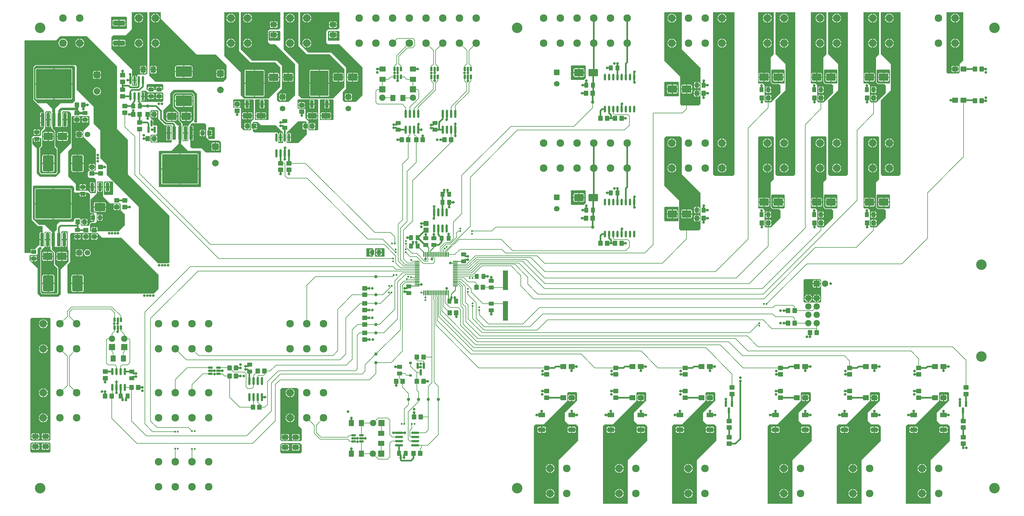
<source format=gtl>
G04*
G04 #@! TF.GenerationSoftware,Altium Limited,Altium Designer,23.11.1 (41)*
G04*
G04 Layer_Physical_Order=1*
G04 Layer_Color=255*
%FSLAX45Y45*%
%MOMM*%
G71*
G04*
G04 #@! TF.SameCoordinates,8CA66F3F-2920-4838-BED9-6C70AD072143*
G04*
G04*
G04 #@! TF.FilePolarity,Positive*
G04*
G01*
G75*
%ADD14C,0.20320*%
%ADD15C,0.15000*%
G04:AMPARAMS|DCode=58|XSize=0.6mm|YSize=1.8mm|CornerRadius=0.075mm|HoleSize=0mm|Usage=FLASHONLY|Rotation=0.000|XOffset=0mm|YOffset=0mm|HoleType=Round|Shape=RoundedRectangle|*
%AMROUNDEDRECTD58*
21,1,0.60000,1.65000,0,0,0.0*
21,1,0.45000,1.80000,0,0,0.0*
1,1,0.15000,0.22500,-0.82500*
1,1,0.15000,-0.22500,-0.82500*
1,1,0.15000,-0.22500,0.82500*
1,1,0.15000,0.22500,0.82500*
%
%ADD58ROUNDEDRECTD58*%
G04:AMPARAMS|DCode=59|XSize=0.85mm|YSize=0.75mm|CornerRadius=0.09375mm|HoleSize=0mm|Usage=FLASHONLY|Rotation=180.000|XOffset=0mm|YOffset=0mm|HoleType=Round|Shape=RoundedRectangle|*
%AMROUNDEDRECTD59*
21,1,0.85000,0.56250,0,0,180.0*
21,1,0.66250,0.75000,0,0,180.0*
1,1,0.18750,-0.33125,0.28125*
1,1,0.18750,0.33125,0.28125*
1,1,0.18750,0.33125,-0.28125*
1,1,0.18750,-0.33125,-0.28125*
%
%ADD59ROUNDEDRECTD59*%
G04:AMPARAMS|DCode=60|XSize=1.5mm|YSize=1.4mm|CornerRadius=0.175mm|HoleSize=0mm|Usage=FLASHONLY|Rotation=90.000|XOffset=0mm|YOffset=0mm|HoleType=Round|Shape=RoundedRectangle|*
%AMROUNDEDRECTD60*
21,1,1.50000,1.05000,0,0,90.0*
21,1,1.15000,1.40000,0,0,90.0*
1,1,0.35000,0.52500,0.57500*
1,1,0.35000,0.52500,-0.57500*
1,1,0.35000,-0.52500,-0.57500*
1,1,0.35000,-0.52500,0.57500*
%
%ADD60ROUNDEDRECTD60*%
G04:AMPARAMS|DCode=61|XSize=1.5mm|YSize=1.25mm|CornerRadius=0.15625mm|HoleSize=0mm|Usage=FLASHONLY|Rotation=0.000|XOffset=0mm|YOffset=0mm|HoleType=Round|Shape=RoundedRectangle|*
%AMROUNDEDRECTD61*
21,1,1.50000,0.93750,0,0,0.0*
21,1,1.18750,1.25000,0,0,0.0*
1,1,0.31250,0.59375,-0.46875*
1,1,0.31250,-0.59375,-0.46875*
1,1,0.31250,-0.59375,0.46875*
1,1,0.31250,0.59375,0.46875*
%
%ADD61ROUNDEDRECTD61*%
G04:AMPARAMS|DCode=62|XSize=1.524mm|YSize=1.778mm|CornerRadius=0.1905mm|HoleSize=0mm|Usage=FLASHONLY|Rotation=270.000|XOffset=0mm|YOffset=0mm|HoleType=Round|Shape=RoundedRectangle|*
%AMROUNDEDRECTD62*
21,1,1.52400,1.39700,0,0,270.0*
21,1,1.14300,1.77800,0,0,270.0*
1,1,0.38100,-0.69850,-0.57150*
1,1,0.38100,-0.69850,0.57150*
1,1,0.38100,0.69850,0.57150*
1,1,0.38100,0.69850,-0.57150*
%
%ADD62ROUNDEDRECTD62*%
G04:AMPARAMS|DCode=63|XSize=1.5mm|YSize=1.25mm|CornerRadius=0.15625mm|HoleSize=0mm|Usage=FLASHONLY|Rotation=90.000|XOffset=0mm|YOffset=0mm|HoleType=Round|Shape=RoundedRectangle|*
%AMROUNDEDRECTD63*
21,1,1.50000,0.93750,0,0,90.0*
21,1,1.18750,1.25000,0,0,90.0*
1,1,0.31250,0.46875,0.59375*
1,1,0.31250,0.46875,-0.59375*
1,1,0.31250,-0.46875,-0.59375*
1,1,0.31250,-0.46875,0.59375*
%
%ADD63ROUNDEDRECTD63*%
G04:AMPARAMS|DCode=64|XSize=2.25mm|YSize=2.85mm|CornerRadius=0.28125mm|HoleSize=0mm|Usage=FLASHONLY|Rotation=90.000|XOffset=0mm|YOffset=0mm|HoleType=Round|Shape=RoundedRectangle|*
%AMROUNDEDRECTD64*
21,1,2.25000,2.28750,0,0,90.0*
21,1,1.68750,2.85000,0,0,90.0*
1,1,0.56250,1.14375,0.84375*
1,1,0.56250,1.14375,-0.84375*
1,1,0.56250,-1.14375,-0.84375*
1,1,0.56250,-1.14375,0.84375*
%
%ADD64ROUNDEDRECTD64*%
%ADD65C,1.00000*%
%ADD66O,0.65000X2.10000*%
G04:AMPARAMS|DCode=67|XSize=0.7mm|YSize=1.3mm|CornerRadius=0.0875mm|HoleSize=0mm|Usage=FLASHONLY|Rotation=180.000|XOffset=0mm|YOffset=0mm|HoleType=Round|Shape=RoundedRectangle|*
%AMROUNDEDRECTD67*
21,1,0.70000,1.12500,0,0,180.0*
21,1,0.52500,1.30000,0,0,180.0*
1,1,0.17500,-0.26250,0.56250*
1,1,0.17500,0.26250,0.56250*
1,1,0.17500,0.26250,-0.56250*
1,1,0.17500,-0.26250,-0.56250*
%
%ADD67ROUNDEDRECTD67*%
%ADD68O,0.70000X2.50000*%
G04:AMPARAMS|DCode=69|XSize=1.9mm|YSize=1.5mm|CornerRadius=0.1875mm|HoleSize=0mm|Usage=FLASHONLY|Rotation=180.000|XOffset=0mm|YOffset=0mm|HoleType=Round|Shape=RoundedRectangle|*
%AMROUNDEDRECTD69*
21,1,1.90000,1.12500,0,0,180.0*
21,1,1.52500,1.50000,0,0,180.0*
1,1,0.37500,-0.76250,0.56250*
1,1,0.37500,0.76250,0.56250*
1,1,0.37500,0.76250,-0.56250*
1,1,0.37500,-0.76250,-0.56250*
%
%ADD69ROUNDEDRECTD69*%
G04:AMPARAMS|DCode=70|XSize=1.9mm|YSize=1.5mm|CornerRadius=0.1875mm|HoleSize=0mm|Usage=FLASHONLY|Rotation=270.000|XOffset=0mm|YOffset=0mm|HoleType=Round|Shape=RoundedRectangle|*
%AMROUNDEDRECTD70*
21,1,1.90000,1.12500,0,0,270.0*
21,1,1.52500,1.50000,0,0,270.0*
1,1,0.37500,-0.56250,-0.76250*
1,1,0.37500,-0.56250,0.76250*
1,1,0.37500,0.56250,0.76250*
1,1,0.37500,0.56250,-0.76250*
%
%ADD70ROUNDEDRECTD70*%
G04:AMPARAMS|DCode=71|XSize=1.5mm|YSize=1.4mm|CornerRadius=0.175mm|HoleSize=0mm|Usage=FLASHONLY|Rotation=180.000|XOffset=0mm|YOffset=0mm|HoleType=Round|Shape=RoundedRectangle|*
%AMROUNDEDRECTD71*
21,1,1.50000,1.05000,0,0,180.0*
21,1,1.15000,1.40000,0,0,180.0*
1,1,0.35000,-0.57500,0.52500*
1,1,0.35000,0.57500,0.52500*
1,1,0.35000,0.57500,-0.52500*
1,1,0.35000,-0.57500,-0.52500*
%
%ADD71ROUNDEDRECTD71*%
G04:AMPARAMS|DCode=72|XSize=1mm|YSize=2.2mm|CornerRadius=0.125mm|HoleSize=0mm|Usage=FLASHONLY|Rotation=180.000|XOffset=0mm|YOffset=0mm|HoleType=Round|Shape=RoundedRectangle|*
%AMROUNDEDRECTD72*
21,1,1.00000,1.95000,0,0,180.0*
21,1,0.75000,2.20000,0,0,180.0*
1,1,0.25000,-0.37500,0.97500*
1,1,0.25000,0.37500,0.97500*
1,1,0.25000,0.37500,-0.97500*
1,1,0.25000,-0.37500,-0.97500*
%
%ADD72ROUNDEDRECTD72*%
G04:AMPARAMS|DCode=73|XSize=5.55mm|YSize=7.7mm|CornerRadius=0.13875mm|HoleSize=0mm|Usage=FLASHONLY|Rotation=180.000|XOffset=0mm|YOffset=0mm|HoleType=Round|Shape=RoundedRectangle|*
%AMROUNDEDRECTD73*
21,1,5.55000,7.42250,0,0,180.0*
21,1,5.27250,7.70000,0,0,180.0*
1,1,0.27750,-2.63625,3.71125*
1,1,0.27750,2.63625,3.71125*
1,1,0.27750,2.63625,-3.71125*
1,1,0.27750,-2.63625,-3.71125*
%
%ADD73ROUNDEDRECTD73*%
G04:AMPARAMS|DCode=74|XSize=1.7mm|YSize=2.75mm|CornerRadius=0.2125mm|HoleSize=0mm|Usage=FLASHONLY|Rotation=90.000|XOffset=0mm|YOffset=0mm|HoleType=Round|Shape=RoundedRectangle|*
%AMROUNDEDRECTD74*
21,1,1.70000,2.32500,0,0,90.0*
21,1,1.27500,2.75000,0,0,90.0*
1,1,0.42500,1.16250,0.63750*
1,1,0.42500,1.16250,-0.63750*
1,1,0.42500,-1.16250,-0.63750*
1,1,0.42500,-1.16250,0.63750*
%
%ADD74ROUNDEDRECTD74*%
G04:AMPARAMS|DCode=75|XSize=4.9mm|YSize=3.3mm|CornerRadius=0.4125mm|HoleSize=0mm|Usage=FLASHONLY|Rotation=180.000|XOffset=0mm|YOffset=0mm|HoleType=Round|Shape=RoundedRectangle|*
%AMROUNDEDRECTD75*
21,1,4.90000,2.47500,0,0,180.0*
21,1,4.07500,3.30000,0,0,180.0*
1,1,0.82500,-2.03750,1.23750*
1,1,0.82500,2.03750,1.23750*
1,1,0.82500,2.03750,-1.23750*
1,1,0.82500,-2.03750,-1.23750*
%
%ADD75ROUNDEDRECTD75*%
G04:AMPARAMS|DCode=76|XSize=1.05mm|YSize=4mm|CornerRadius=0.13125mm|HoleSize=0mm|Usage=FLASHONLY|Rotation=0.000|XOffset=0mm|YOffset=0mm|HoleType=Round|Shape=RoundedRectangle|*
%AMROUNDEDRECTD76*
21,1,1.05000,3.73750,0,0,0.0*
21,1,0.78750,4.00000,0,0,0.0*
1,1,0.26250,0.39375,-1.86875*
1,1,0.26250,-0.39375,-1.86875*
1,1,0.26250,-0.39375,1.86875*
1,1,0.26250,0.39375,1.86875*
%
%ADD76ROUNDEDRECTD76*%
G04:AMPARAMS|DCode=77|XSize=10.8mm|YSize=9mm|CornerRadius=0.225mm|HoleSize=0mm|Usage=FLASHONLY|Rotation=0.000|XOffset=0mm|YOffset=0mm|HoleType=Round|Shape=RoundedRectangle|*
%AMROUNDEDRECTD77*
21,1,10.80000,8.55000,0,0,0.0*
21,1,10.35000,9.00000,0,0,0.0*
1,1,0.45000,5.17500,-4.27500*
1,1,0.45000,-5.17500,-4.27500*
1,1,0.45000,-5.17500,4.27500*
1,1,0.45000,5.17500,4.27500*
%
%ADD77ROUNDEDRECTD77*%
G04:AMPARAMS|DCode=78|XSize=1.6mm|YSize=1.6mm|CornerRadius=0.2mm|HoleSize=0mm|Usage=FLASHONLY|Rotation=0.000|XOffset=0mm|YOffset=0mm|HoleType=Round|Shape=RoundedRectangle|*
%AMROUNDEDRECTD78*
21,1,1.60000,1.20000,0,0,0.0*
21,1,1.20000,1.60000,0,0,0.0*
1,1,0.40000,0.60000,-0.60000*
1,1,0.40000,-0.60000,-0.60000*
1,1,0.40000,-0.60000,0.60000*
1,1,0.40000,0.60000,0.60000*
%
%ADD78ROUNDEDRECTD78*%
G04:AMPARAMS|DCode=79|XSize=6mm|YSize=1.6mm|CornerRadius=0.2mm|HoleSize=0mm|Usage=FLASHONLY|Rotation=270.000|XOffset=0mm|YOffset=0mm|HoleType=Round|Shape=RoundedRectangle|*
%AMROUNDEDRECTD79*
21,1,6.00000,1.20000,0,0,270.0*
21,1,5.60000,1.60000,0,0,270.0*
1,1,0.40000,-0.60000,-2.80000*
1,1,0.40000,-0.60000,2.80000*
1,1,0.40000,0.60000,2.80000*
1,1,0.40000,0.60000,-2.80000*
%
%ADD79ROUNDEDRECTD79*%
G04:AMPARAMS|DCode=80|XSize=1.4mm|YSize=2.1mm|CornerRadius=0.175mm|HoleSize=0mm|Usage=FLASHONLY|Rotation=90.000|XOffset=0mm|YOffset=0mm|HoleType=Round|Shape=RoundedRectangle|*
%AMROUNDEDRECTD80*
21,1,1.40000,1.75000,0,0,90.0*
21,1,1.05000,2.10000,0,0,90.0*
1,1,0.35000,0.87500,0.52500*
1,1,0.35000,0.87500,-0.52500*
1,1,0.35000,-0.87500,-0.52500*
1,1,0.35000,-0.87500,0.52500*
%
%ADD80ROUNDEDRECTD80*%
%ADD81O,2.50000X0.70000*%
G04:AMPARAMS|DCode=82|XSize=0.7mm|YSize=1.3mm|CornerRadius=0.0875mm|HoleSize=0mm|Usage=FLASHONLY|Rotation=270.000|XOffset=0mm|YOffset=0mm|HoleType=Round|Shape=RoundedRectangle|*
%AMROUNDEDRECTD82*
21,1,0.70000,1.12500,0,0,270.0*
21,1,0.52500,1.30000,0,0,270.0*
1,1,0.17500,-0.56250,-0.26250*
1,1,0.17500,-0.56250,0.26250*
1,1,0.17500,0.56250,0.26250*
1,1,0.17500,0.56250,-0.26250*
%
%ADD82ROUNDEDRECTD82*%
%ADD83O,0.60000X2.20000*%
G04:AMPARAMS|DCode=84|XSize=4.9mm|YSize=3.3mm|CornerRadius=0.4125mm|HoleSize=0mm|Usage=FLASHONLY|Rotation=90.000|XOffset=0mm|YOffset=0mm|HoleType=Round|Shape=RoundedRectangle|*
%AMROUNDEDRECTD84*
21,1,4.90000,2.47500,0,0,90.0*
21,1,4.07500,3.30000,0,0,90.0*
1,1,0.82500,1.23750,2.03750*
1,1,0.82500,1.23750,-2.03750*
1,1,0.82500,-1.23750,-2.03750*
1,1,0.82500,-1.23750,2.03750*
%
%ADD84ROUNDEDRECTD84*%
G04:AMPARAMS|DCode=85|XSize=3.3mm|YSize=2.5mm|CornerRadius=0.3125mm|HoleSize=0mm|Usage=FLASHONLY|Rotation=0.000|XOffset=0mm|YOffset=0mm|HoleType=Round|Shape=RoundedRectangle|*
%AMROUNDEDRECTD85*
21,1,3.30000,1.87500,0,0,0.0*
21,1,2.67500,2.50000,0,0,0.0*
1,1,0.62500,1.33750,-0.93750*
1,1,0.62500,-1.33750,-0.93750*
1,1,0.62500,-1.33750,0.93750*
1,1,0.62500,1.33750,0.93750*
%
%ADD85ROUNDEDRECTD85*%
G04:AMPARAMS|DCode=86|XSize=1mm|YSize=2.5mm|CornerRadius=0.125mm|HoleSize=0mm|Usage=FLASHONLY|Rotation=0.000|XOffset=0mm|YOffset=0mm|HoleType=Round|Shape=RoundedRectangle|*
%AMROUNDEDRECTD86*
21,1,1.00000,2.25000,0,0,0.0*
21,1,0.75000,2.50000,0,0,0.0*
1,1,0.25000,0.37500,-1.12500*
1,1,0.25000,-0.37500,-1.12500*
1,1,0.25000,-0.37500,1.12500*
1,1,0.25000,0.37500,1.12500*
%
%ADD86ROUNDEDRECTD86*%
G04:AMPARAMS|DCode=87|XSize=3.5mm|YSize=1.5mm|CornerRadius=0.1875mm|HoleSize=0mm|Usage=FLASHONLY|Rotation=0.000|XOffset=0mm|YOffset=0mm|HoleType=Round|Shape=RoundedRectangle|*
%AMROUNDEDRECTD87*
21,1,3.50000,1.12500,0,0,0.0*
21,1,3.12500,1.50000,0,0,0.0*
1,1,0.37500,1.56250,-0.56250*
1,1,0.37500,-1.56250,-0.56250*
1,1,0.37500,-1.56250,0.56250*
1,1,0.37500,1.56250,0.56250*
%
%ADD87ROUNDEDRECTD87*%
%ADD88O,1.60000X0.35000*%
%ADD89O,0.35000X1.60000*%
%ADD90C,2.00000*%
%ADD91C,0.25400*%
%ADD92C,0.50800*%
%ADD93C,0.19625*%
%ADD94C,0.12864*%
%ADD95C,0.76200*%
%ADD96C,0.13586*%
%ADD97C,3.20000*%
%ADD98C,2.30000*%
%ADD99C,1.70000*%
G04:AMPARAMS|DCode=100|XSize=1.7mm|YSize=1.7mm|CornerRadius=0.2125mm|HoleSize=0mm|Usage=FLASHONLY|Rotation=270.000|XOffset=0mm|YOffset=0mm|HoleType=Round|Shape=RoundedRectangle|*
%AMROUNDEDRECTD100*
21,1,1.70000,1.27500,0,0,270.0*
21,1,1.27500,1.70000,0,0,270.0*
1,1,0.42500,-0.63750,-0.63750*
1,1,0.42500,-0.63750,0.63750*
1,1,0.42500,0.63750,0.63750*
1,1,0.42500,0.63750,-0.63750*
%
%ADD100ROUNDEDRECTD100*%
%ADD101C,1.92400*%
G04:AMPARAMS|DCode=102|XSize=1.924mm|YSize=1.924mm|CornerRadius=0.2405mm|HoleSize=0mm|Usage=FLASHONLY|Rotation=180.000|XOffset=0mm|YOffset=0mm|HoleType=Round|Shape=RoundedRectangle|*
%AMROUNDEDRECTD102*
21,1,1.92400,1.44300,0,0,180.0*
21,1,1.44300,1.92400,0,0,180.0*
1,1,0.48100,-0.72150,0.72150*
1,1,0.48100,0.72150,0.72150*
1,1,0.48100,0.72150,-0.72150*
1,1,0.48100,-0.72150,-0.72150*
%
%ADD102ROUNDEDRECTD102*%
G04:AMPARAMS|DCode=103|XSize=2mm|YSize=2mm|CornerRadius=0.25mm|HoleSize=0mm|Usage=FLASHONLY|Rotation=270.000|XOffset=0mm|YOffset=0mm|HoleType=Round|Shape=RoundedRectangle|*
%AMROUNDEDRECTD103*
21,1,2.00000,1.50000,0,0,270.0*
21,1,1.50000,2.00000,0,0,270.0*
1,1,0.50000,-0.75000,-0.75000*
1,1,0.50000,-0.75000,0.75000*
1,1,0.50000,0.75000,0.75000*
1,1,0.50000,0.75000,-0.75000*
%
%ADD103ROUNDEDRECTD103*%
G04:AMPARAMS|DCode=104|XSize=1.924mm|YSize=1.924mm|CornerRadius=0.2405mm|HoleSize=0mm|Usage=FLASHONLY|Rotation=270.000|XOffset=0mm|YOffset=0mm|HoleType=Round|Shape=RoundedRectangle|*
%AMROUNDEDRECTD104*
21,1,1.92400,1.44300,0,0,270.0*
21,1,1.44300,1.92400,0,0,270.0*
1,1,0.48100,-0.72150,-0.72150*
1,1,0.48100,-0.72150,0.72150*
1,1,0.48100,0.72150,0.72150*
1,1,0.48100,0.72150,-0.72150*
%
%ADD104ROUNDEDRECTD104*%
G04:AMPARAMS|DCode=105|XSize=1.7mm|YSize=1.7mm|CornerRadius=0.2125mm|HoleSize=0mm|Usage=FLASHONLY|Rotation=0.000|XOffset=0mm|YOffset=0mm|HoleType=Round|Shape=RoundedRectangle|*
%AMROUNDEDRECTD105*
21,1,1.70000,1.27500,0,0,0.0*
21,1,1.27500,1.70000,0,0,0.0*
1,1,0.42500,0.63750,-0.63750*
1,1,0.42500,-0.63750,-0.63750*
1,1,0.42500,-0.63750,0.63750*
1,1,0.42500,0.63750,0.63750*
%
%ADD105ROUNDEDRECTD105*%
%ADD106C,0.80000*%
%ADD107C,0.60000*%
G36*
X7140000Y18820000D02*
Y18489999D01*
X7119999Y18470000D01*
X6680000D01*
X6660000Y18489999D01*
Y18820000D01*
X6680000Y18839999D01*
X7120000D01*
X7140000Y18820000D01*
D02*
G37*
G36*
X13600000Y18389999D02*
X13600000Y18130000D01*
X13580000Y18110001D01*
X13270000D01*
X13250000Y18130000D01*
Y18380000D01*
X13280000Y18410001D01*
X13580000D01*
X13600000Y18389999D01*
D02*
G37*
G36*
X11800000D02*
X11800000Y18130000D01*
X11780000Y18110001D01*
X11470000D01*
X11450096Y18129904D01*
X11450097Y18380096D01*
X11480000Y18410001D01*
X11780000D01*
X11800000Y18389999D01*
D02*
G37*
G36*
X32550000Y17510001D02*
X32439999Y17400000D01*
Y17139999D01*
X32410001Y17110001D01*
X32079999D01*
X32050000Y17139999D01*
Y18974512D01*
X32550000D01*
Y17510001D01*
D02*
G37*
G36*
X21080000Y17339999D02*
Y16980000D01*
X21020000Y16920000D01*
X20650000D01*
X20630000Y16939999D01*
Y17339999D01*
X20650000Y17360001D01*
X21060001Y17360001D01*
X21080000Y17339999D01*
D02*
G37*
G36*
X8170000Y18780000D02*
X9260000Y17689999D01*
X9850000D01*
X10170000Y17370000D01*
Y16960001D01*
X10070000Y16860001D01*
X8010000D01*
X7820000Y17050000D01*
Y17720000D01*
Y18974512D01*
X8170000D01*
Y18780000D01*
D02*
G37*
G36*
X30329904Y17210097D02*
Y16829903D01*
X30310001Y16810001D01*
X30160983D01*
X30160001Y16810097D01*
X29969904D01*
X29920096Y16859903D01*
Y17210097D01*
X29939999Y17230000D01*
X30310001D01*
X30329904Y17210097D01*
D02*
G37*
G36*
X28729904D02*
Y16829903D01*
X28710001Y16810001D01*
X28560983D01*
X28560001Y16810097D01*
X28369904D01*
X28320096Y16859903D01*
Y17210097D01*
X28339999Y17230000D01*
X28710001D01*
X28729904Y17210097D01*
D02*
G37*
G36*
X27129904D02*
Y16829903D01*
X27110001Y16810001D01*
X26960983D01*
X26960001Y16810097D01*
X26769904D01*
X26720096Y16859903D01*
Y17210097D01*
X26739999Y17230000D01*
X27110001D01*
X27129904Y17210097D01*
D02*
G37*
G36*
X7760000Y17489999D02*
Y17120000D01*
X7720000Y17080000D01*
X7480000D01*
X7450000Y17050000D01*
Y17023010D01*
X7448005Y17018195D01*
X7446295Y17012257D01*
X7445260Y17006168D01*
X7444914Y17000000D01*
Y16820000D01*
X7445260Y16813832D01*
X7446295Y16807742D01*
X7448005Y16801807D01*
X7450000Y16796991D01*
Y16773357D01*
Y16760001D01*
X7430000Y16739999D01*
X7320000D01*
X7300000Y16760001D01*
Y16785654D01*
Y16809473D01*
X7300741Y16813832D01*
X7301087Y16820000D01*
Y17000000D01*
X7300741Y17006168D01*
X7300000Y17010527D01*
Y17086629D01*
X7300000Y17086630D01*
Y17093370D01*
X7300000Y17093372D01*
Y17230000D01*
X6710000Y17820000D01*
X6670000Y17860001D01*
Y18220000D01*
X6720000Y18270000D01*
X7100000D01*
X7290000Y18460001D01*
Y18974512D01*
X7760000D01*
Y17489999D01*
D02*
G37*
G36*
X8250000Y16760001D02*
Y16620000D01*
X8240000Y16610001D01*
X8215077D01*
Y16612500D01*
X8192598D01*
Y16642500D01*
X8215077D01*
Y16671875D01*
X8214771Y16676535D01*
X8213860Y16681116D01*
X8212359Y16685538D01*
X8210294Y16689725D01*
X8207699Y16693608D01*
X8204620Y16697121D01*
X8201109Y16700198D01*
X8197226Y16702792D01*
X8193038Y16704858D01*
X8188616Y16706360D01*
X8184035Y16707271D01*
X8179375Y16707576D01*
X8135000D01*
Y16685097D01*
X8105001D01*
Y16707576D01*
X8060626D01*
X8055966Y16707271D01*
X8051385Y16706360D01*
X8046963Y16704858D01*
X8042775Y16702792D01*
X8038892Y16700198D01*
X8035381Y16697121D01*
X8032302Y16693608D01*
X8029707Y16689725D01*
X8027642Y16685538D01*
X8026141Y16681116D01*
X8025230Y16676535D01*
X8024924Y16671875D01*
Y16642500D01*
X8047403D01*
Y16612500D01*
X8024924D01*
Y16610001D01*
X7965077Y16610001D01*
Y16612500D01*
X7942598D01*
Y16642500D01*
X7965077D01*
Y16671875D01*
X7964771Y16676535D01*
X7963860Y16681116D01*
X7962359Y16685538D01*
X7960294Y16689725D01*
X7957699Y16693608D01*
X7954620Y16697121D01*
X7951109Y16700198D01*
X7947226Y16702792D01*
X7943038Y16704858D01*
X7938616Y16706360D01*
X7934035Y16707271D01*
X7929375Y16707576D01*
X7885000D01*
Y16685097D01*
X7855001D01*
Y16707576D01*
X7810626D01*
X7805966Y16707271D01*
X7801385Y16706360D01*
X7796963Y16704858D01*
X7792775Y16702792D01*
X7788892Y16700198D01*
X7785381Y16697121D01*
X7782302Y16693608D01*
X7779707Y16689725D01*
X7777642Y16685538D01*
X7776141Y16681116D01*
X7775230Y16676535D01*
X7774924Y16671875D01*
Y16642500D01*
X7797403D01*
Y16612500D01*
X7774924D01*
Y16610001D01*
X7750858D01*
X7740000Y16620857D01*
Y16770000D01*
X7760000Y16789999D01*
X8220000D01*
X8250000Y16760001D01*
D02*
G37*
G36*
X23909999Y16840001D02*
X23910001Y16439999D01*
X23889999Y16420000D01*
X23489999D01*
X23470000Y16439999D01*
Y16839999D01*
X23489999Y16860001D01*
X23889999D01*
X23909999Y16840001D01*
D02*
G37*
G36*
X10550000Y17800000D02*
X10900000Y17450000D01*
X11650000D01*
X11800000Y17300000D01*
Y16700000D01*
X11450000Y16350000D01*
X10700000D01*
X10600000Y16450000D01*
Y17150000D01*
X10100000Y17650000D01*
Y18974512D01*
X10550000D01*
Y17800000D01*
D02*
G37*
G36*
X12350000Y17950000D02*
X12600000Y17700000D01*
X13300000D01*
X13750000Y17250000D01*
Y16700000D01*
X13400000Y16350000D01*
X12450000Y16350000D01*
X12350000Y16450000D01*
Y17400006D01*
X11900000Y17850008D01*
Y18974512D01*
X12350000D01*
Y17950000D01*
D02*
G37*
G36*
X13600000Y18500000D02*
X13550000Y18450000D01*
X13250000D01*
X13200000Y18400000D01*
Y18050000D01*
X13250000Y18000000D01*
X13600000D01*
X14300000Y17300000D01*
Y16450000D01*
X14100000Y16250000D01*
X13750000D01*
X13700000Y16300000D01*
Y16550000D01*
X13800000Y16650000D01*
Y17300000D01*
X13350000Y17750000D01*
X12650000D01*
X12400000Y18000000D01*
Y18974512D01*
X13600000D01*
Y18500000D01*
D02*
G37*
G36*
X11800000D02*
X11750000Y18450000D01*
X11470000D01*
X11430000Y18410001D01*
X11430000Y18070000D01*
X11500000Y18000000D01*
X11650000Y18000000D01*
X12250000Y17400000D01*
Y16450000D01*
X12050000Y16250000D01*
X11750000D01*
X11700000Y16300000D01*
Y16500000D01*
X11850000Y16650000D01*
Y17350000D01*
X11700000Y17500000D01*
X10950000D01*
X10600000Y17850000D01*
Y18974512D01*
X11800000D01*
Y18500000D01*
D02*
G37*
G36*
X7770000Y16539999D02*
X8220000D01*
X8250000Y16510001D01*
Y16280000D01*
X8220000Y16250000D01*
X7590000D01*
X7556339Y16283661D01*
Y16546339D01*
X7600000Y16589999D01*
X7720000D01*
X7770000Y16539999D01*
D02*
G37*
G36*
X30000000Y17700000D02*
X29900000Y17600000D01*
Y16850000D01*
X29960001Y16789999D01*
X30160001D01*
X30200000Y16750000D01*
Y16520000D01*
X29910001Y16230000D01*
X29750000D01*
X29720001Y16260001D01*
Y16311276D01*
X29720081Y16312500D01*
Y16427499D01*
X29720001Y16428725D01*
Y16760001D01*
X29670001Y16810001D01*
X29539999D01*
X29520001Y16830000D01*
Y18974512D01*
X30000000D01*
Y17700000D01*
D02*
G37*
G36*
X28400000D02*
X28300000Y17600000D01*
Y16850000D01*
X28360001Y16789999D01*
X28560001D01*
X28600000Y16750000D01*
Y16520000D01*
X28310001Y16230000D01*
X28150000D01*
X28120001Y16260001D01*
Y16311276D01*
X28120081Y16312500D01*
Y16427499D01*
X28120001Y16428725D01*
Y16760001D01*
X28070001Y16810001D01*
X27939999D01*
X27920001Y16830000D01*
Y18974512D01*
X28400000D01*
Y17700000D01*
D02*
G37*
G36*
X26800000D02*
X26700000Y17600000D01*
Y16850000D01*
X26760001Y16789999D01*
X26960001D01*
X27000000Y16750000D01*
Y16520000D01*
X26710001Y16230000D01*
X26550000D01*
X26520001Y16260001D01*
Y16311276D01*
X26520081Y16312500D01*
Y16427499D01*
X26520001Y16428725D01*
Y16760001D01*
X26470001Y16810001D01*
X26339999D01*
X26320001Y16830000D01*
Y18974512D01*
X26800000D01*
Y17700000D01*
D02*
G37*
G36*
X5560000Y17320000D02*
Y16280000D01*
X5490000Y16210001D01*
X5120000Y16210001D01*
X4960000Y16050000D01*
Y15950000D01*
X4940071Y15930070D01*
X4889929D01*
X4870000Y15950000D01*
Y16050000D01*
X4710000Y16210001D01*
X4440000D01*
X4320000Y16330000D01*
Y17289999D01*
X4380000Y17350000D01*
X5530000D01*
X5560000Y17320000D01*
D02*
G37*
G36*
X24000000Y17850000D02*
X24570000Y17280000D01*
Y16568724D01*
X24569920Y16567500D01*
Y16452499D01*
X24570000Y16451276D01*
Y16189999D01*
X24520000Y16139999D01*
X23989999Y16139999D01*
X23950000Y16180000D01*
X23950000Y17020000D01*
X23470000Y17500000D01*
Y18974512D01*
X24000000D01*
Y17850000D01*
D02*
G37*
G36*
X6000000Y15800000D02*
Y15550000D01*
X5820000Y15370000D01*
Y15189999D01*
X6200000Y14810001D01*
Y14631682D01*
X6199906Y14630000D01*
X6200000Y14628317D01*
Y14541682D01*
X6199906Y14539999D01*
X6200000Y14538318D01*
Y14451682D01*
X6199906Y14450000D01*
X6200000Y14448318D01*
Y14180000D01*
X6180000Y14160001D01*
X6138728D01*
X6137500Y14160080D01*
X6022500D01*
X6021272Y14160001D01*
X5990000D01*
X5950000Y14120000D01*
X5950000Y13980000D01*
X5990000Y13939999D01*
X6150000D01*
X6200000Y13889999D01*
Y13489999D01*
X6180000Y13470000D01*
X6040000D01*
X5960000Y13550000D01*
X5610000D01*
X5590000Y13570000D01*
Y13750000D01*
X5360000Y13980000D01*
Y14150000D01*
Y14750000D01*
X5460000Y14850000D01*
Y14999017D01*
X5460097Y15000000D01*
Y15800098D01*
X5480000Y15820000D01*
X5561280D01*
X5562500Y15819920D01*
X5677500D01*
X5678720Y15820000D01*
X5980000D01*
X6000000Y15800000D01*
D02*
G37*
G36*
X13420760Y16310001D02*
Y15720000D01*
X13400760Y15700000D01*
X13020760D01*
X13000760Y15720000D01*
Y16310001D01*
X13020663Y16329903D01*
X13400000Y16329903D01*
X13400780Y16329980D01*
X13420760Y16310001D01*
D02*
G37*
G36*
X11450000D02*
Y15720000D01*
X11430000Y15700000D01*
X11050000D01*
X11030000Y15720000D01*
Y16310001D01*
X11049903Y16329903D01*
X11430097D01*
X11450000Y16310001D01*
D02*
G37*
G36*
X9270000Y16489999D02*
Y15630000D01*
X9260097Y15620097D01*
X9231682D01*
X9231119Y15620041D01*
X9230555Y15620065D01*
X9230001Y15620033D01*
X9229445Y15620065D01*
X9228881Y15620041D01*
X9228318Y15620097D01*
X9199903D01*
X9190000Y15630000D01*
Y15699017D01*
X9190097Y15700000D01*
Y16460001D01*
X9190000Y16460983D01*
Y16470000D01*
X9130000Y16530000D01*
X9120983D01*
X9120000Y16530096D01*
X8610000D01*
X8609017Y16530000D01*
X8600000D01*
X8540000Y16470000D01*
Y16460983D01*
X8539903Y16460001D01*
Y16110001D01*
X8540000Y16109016D01*
Y16089999D01*
X8710000Y15920000D01*
Y15680000D01*
X8790000Y15600000D01*
Y15539999D01*
X8780000Y15530000D01*
X8690000D01*
X8580000Y15639999D01*
X8340000D01*
X8250000Y15730000D01*
Y16000000D01*
X8460000Y16210001D01*
X8460000Y16510001D01*
X8560000Y16610001D01*
X9150000D01*
X9270000Y16489999D01*
D02*
G37*
G36*
X9550000Y15560001D02*
Y15170000D01*
X9650000Y15070000D01*
X9950000D01*
X10000000Y15020000D01*
Y14730000D01*
X9980000Y14710001D01*
X9540000D01*
X9410000Y14839999D01*
X9120000D01*
X9070000Y14889999D01*
Y15060001D01*
Y15079929D01*
X9070000D01*
Y15102403D01*
X9100000D01*
Y15079929D01*
X9129375D01*
X9133708Y15080212D01*
X9137966Y15081061D01*
X9142078Y15082455D01*
X9145973Y15084377D01*
X9149583Y15086789D01*
X9152848Y15089651D01*
X9155711Y15092917D01*
X9158123Y15096529D01*
X9160044Y15100423D01*
X9161440Y15104533D01*
X9162287Y15108792D01*
X9162571Y15113126D01*
Y15197501D01*
X9140097D01*
Y15227499D01*
X9162571D01*
Y15387500D01*
X9140097D01*
Y15417500D01*
X9162571D01*
Y15486874D01*
X9162287Y15491208D01*
X9161440Y15495467D01*
X9160044Y15499579D01*
X9158123Y15503473D01*
X9155711Y15507085D01*
X9152848Y15510349D01*
X9149583Y15513213D01*
X9145973Y15515623D01*
X9142078Y15517545D01*
X9137966Y15518941D01*
X9133708Y15519788D01*
X9129375Y15520071D01*
X9100000D01*
Y15497598D01*
X9070000D01*
Y15520071D01*
X9070000D01*
Y15560001D01*
X9110000Y15600000D01*
X9228318D01*
X9230000Y15599905D01*
X9231682Y15600000D01*
X9510000D01*
X9550000Y15560001D01*
D02*
G37*
G36*
X5440000Y15900000D02*
Y15000000D01*
X5110000Y14670000D01*
Y14100000D01*
X4980000Y13970000D01*
X4500000Y13970000D01*
X4400000Y14070000D01*
Y14839999D01*
X4270000Y14970000D01*
Y15139999D01*
X4280000Y15150000D01*
X4327403D01*
Y15120000D01*
X4304924D01*
Y15078125D01*
X4305229Y15073465D01*
X4306140Y15068884D01*
X4307641Y15064462D01*
X4309707Y15060274D01*
X4312302Y15056390D01*
X4315380Y15052879D01*
X4318892Y15049802D01*
X4322775Y15047208D01*
X4326963Y15045142D01*
X4331385Y15043640D01*
X4335965Y15042729D01*
X4340625Y15042424D01*
X4352500D01*
Y15064903D01*
X4382500D01*
Y15042424D01*
X4422500D01*
Y15064903D01*
X4452500D01*
Y15042424D01*
X4459375D01*
X4464035Y15042729D01*
X4468615Y15043640D01*
X4473037Y15045142D01*
X4477225Y15047208D01*
X4481109Y15049802D01*
X4484620Y15052879D01*
X4487699Y15056390D01*
X4490293Y15060274D01*
X4492359Y15064462D01*
X4493860Y15068884D01*
X4494771Y15073465D01*
X4495076Y15078125D01*
Y15120000D01*
X4472597D01*
Y15150000D01*
X4539903D01*
Y14909903D01*
X4480000Y14850000D01*
Y14840984D01*
X4479903Y14839999D01*
Y14120000D01*
X4480000Y14119017D01*
Y14110001D01*
X4540000Y14050000D01*
X4549017D01*
X4550000Y14049902D01*
X4970000D01*
X4970983Y14050000D01*
X4980000D01*
X5030000Y14100000D01*
Y14109019D01*
X5030097Y14110001D01*
Y14810001D01*
X5030000Y14810980D01*
Y14830000D01*
X4960097Y14899902D01*
Y15350000D01*
X4960000Y15350983D01*
Y15360001D01*
X4880000Y15439999D01*
Y15480000D01*
X4889929Y15489929D01*
X4959375D01*
X4960456Y15489999D01*
X5049544D01*
X5050625Y15489929D01*
X5129375D01*
X5130456Y15489999D01*
X5150000D01*
X5170000Y15510001D01*
Y15939999D01*
X5190000Y15960001D01*
X5380000D01*
X5440000Y15900000D01*
D02*
G37*
G36*
X11220000Y15539999D02*
X11660000D01*
X11884660Y15315340D01*
X11884660Y15011398D01*
X11873259Y15000000D01*
X11753820D01*
X11742420Y15011400D01*
Y15287579D01*
X11710000Y15320000D01*
X11010000D01*
X10960000Y15370000D01*
Y15407802D01*
Y15437402D01*
X10990000D01*
Y15414920D01*
X11052500D01*
X11057405Y15415240D01*
X11062227Y15416200D01*
X11066881Y15417780D01*
X11071290Y15419954D01*
X11075377Y15422685D01*
X11079073Y15425928D01*
X11082315Y15429623D01*
X11085046Y15433710D01*
X11087220Y15438120D01*
X11088800Y15442773D01*
X11089759Y15447595D01*
X11089917Y15450000D01*
X11067418D01*
Y15480000D01*
X11090080D01*
Y15537500D01*
X11067597D01*
Y15567500D01*
X11090080D01*
X11089759Y15572404D01*
X11088800Y15577226D01*
X11087220Y15581882D01*
X11085046Y15586290D01*
X11082315Y15590376D01*
X11079073Y15594073D01*
X11075377Y15597314D01*
X11071290Y15600046D01*
X11066881Y15602220D01*
X11062227Y15603799D01*
X11057405Y15604759D01*
X11052500Y15605080D01*
X10990000D01*
Y15582597D01*
X10960000D01*
Y15605080D01*
Y15630000D01*
X10970000Y15639999D01*
X11120000Y15639999D01*
X11220000Y15539999D01*
D02*
G37*
G36*
X12450000Y16329903D02*
X12930096Y16329903D01*
X12950000Y16310001D01*
Y15410001D01*
X12930000Y15389999D01*
X12680000D01*
X12660000Y15410001D01*
Y15451276D01*
X12660080Y15452499D01*
Y15567500D01*
X12660000Y15568724D01*
Y15660001D01*
X12560000Y15760001D01*
Y16030000D01*
X12550000Y16039999D01*
X12508724D01*
X12507500Y16040080D01*
X12392500D01*
X12391276Y16039999D01*
X12350000D01*
X12330000Y16060001D01*
Y16310001D01*
X12350000Y16330000D01*
X12449012D01*
X12450000Y16329903D01*
D02*
G37*
G36*
X10700000Y16329903D02*
X10980097D01*
X11000000Y16310001D01*
Y15730000D01*
X10910000Y15639999D01*
Y15568724D01*
X10909920Y15567500D01*
Y15452499D01*
X10910000Y15451276D01*
Y15410001D01*
X10890000Y15389999D01*
X10690000D01*
X10610000Y15470000D01*
Y16050000D01*
X10590000Y16070000D01*
X10548720D01*
X10547500Y16070081D01*
X10432500D01*
X10431280Y16070000D01*
X10390000D01*
X10370000Y16089999D01*
Y16310001D01*
X10390000Y16330000D01*
X10699017D01*
X10700000Y16329903D01*
D02*
G37*
G36*
X9810000Y15460001D02*
Y15139999D01*
X9790000Y15120000D01*
X9630000D01*
X9610000Y15139999D01*
Y15197803D01*
Y15227403D01*
X9640000D01*
Y15204924D01*
X9689375D01*
X9694035Y15205229D01*
X9698615Y15206142D01*
X9703037Y15207642D01*
X9707226Y15209708D01*
X9711109Y15212302D01*
X9714620Y15215381D01*
X9717699Y15218892D01*
X9720293Y15222775D01*
X9722359Y15226962D01*
X9723860Y15231384D01*
X9724771Y15235966D01*
X9725076Y15240627D01*
Y15242500D01*
X9702597D01*
Y15272501D01*
X9725076D01*
Y15317500D01*
X9702597D01*
Y15347501D01*
X9725076D01*
Y15359375D01*
X9724771Y15364035D01*
X9723860Y15368616D01*
X9722359Y15373038D01*
X9720293Y15377226D01*
X9717699Y15381110D01*
X9714620Y15384621D01*
X9711109Y15387698D01*
X9707226Y15390294D01*
X9703037Y15392358D01*
X9698615Y15393860D01*
X9694035Y15394771D01*
X9689375Y15395078D01*
X9640000D01*
Y15372598D01*
X9610000D01*
Y15395078D01*
Y15460001D01*
X9630000Y15480000D01*
X9790000D01*
X9810000Y15460001D01*
D02*
G37*
G36*
X9170000Y16460001D02*
Y15700000D01*
X9010000Y15539999D01*
Y15080000D01*
X8990000Y15060001D01*
X8850000D01*
X8830000Y15080000D01*
Y15589999D01*
X8740000Y15680000D01*
Y15930000D01*
X8560000Y16110001D01*
Y16460001D01*
X8610000Y16510001D01*
X9120000D01*
X9170000Y16460001D01*
D02*
G37*
G36*
X8090000Y15980000D02*
Y15730000D01*
X8280000Y15539999D01*
X8480000D01*
X8500000Y15520000D01*
Y15030000D01*
X8480000Y15010001D01*
X7880000D01*
X7860000Y15030000D01*
Y15039954D01*
Y15071272D01*
X7860080Y15072501D01*
Y15187500D01*
X7860000Y15188725D01*
Y15230000D01*
X7880000Y15250000D01*
X8030000D01*
X8060000Y15280000D01*
Y15520000D01*
X8050000Y15530000D01*
X7940085D01*
Y15585001D01*
X7890000D01*
Y15615001D01*
X7940085D01*
Y15682500D01*
X7939745Y15686815D01*
X7938735Y15691023D01*
X7937078Y15695023D01*
X7934817Y15698714D01*
X7932005Y15702005D01*
X7928714Y15704817D01*
X7925023Y15707079D01*
X7921024Y15708736D01*
X7916815Y15709744D01*
X7912500Y15710085D01*
X7880000D01*
Y15739999D01*
X7860000Y15760001D01*
Y15811276D01*
X7860080Y15812500D01*
Y15927499D01*
X7860000Y15928725D01*
Y15980000D01*
X7880000Y16000000D01*
X8070000D01*
X8090000Y15980000D01*
D02*
G37*
G36*
X12610000Y15630000D02*
Y15605080D01*
X12585000D01*
Y15510001D01*
Y15414920D01*
X12610000D01*
Y15260001D01*
X12350000Y15000000D01*
X12020000D01*
X11995000Y15025000D01*
Y15078458D01*
X11995086Y15080000D01*
Y15260001D01*
X11995000Y15261542D01*
Y15314999D01*
X12340000Y15660001D01*
X12580000D01*
X12610000Y15630000D01*
D02*
G37*
G36*
X4820000Y15960001D02*
X4840000Y15939999D01*
Y15450000D01*
X4940000Y15350000D01*
Y14880000D01*
X5010000Y14810001D01*
Y14110001D01*
X4970000Y14070000D01*
X4550000D01*
X4500000Y14120000D01*
Y14839999D01*
X4560000Y14900000D01*
Y15339999D01*
X4660000Y15439999D01*
Y15939999D01*
X4680000Y15960001D01*
X4820000Y15960001D01*
D02*
G37*
G36*
X30650000Y14050000D02*
X30600000Y14000000D01*
X30100000D01*
X30050000Y14050000D01*
Y16300000D01*
X30350000Y16600000D01*
Y17400000D01*
X30050000Y17700000D01*
Y18974512D01*
X30650000D01*
Y14050000D01*
D02*
G37*
G36*
X29050000Y18935333D02*
Y18885097D01*
Y18877376D01*
Y18785893D01*
Y18766927D01*
Y18739867D01*
Y18731403D01*
Y18168890D01*
Y18166173D01*
Y18098466D01*
Y18089696D01*
Y18033179D01*
Y18023560D01*
Y17953238D01*
Y17945950D01*
Y17909827D01*
Y17907111D01*
X29050000Y14939867D01*
Y14931403D01*
Y14050000D01*
X29000000Y14000000D01*
X28500000D01*
X28450000Y14050000D01*
Y16300000D01*
X28750000Y16600000D01*
Y17400000D01*
X28450000Y17700000D01*
Y18974512D01*
X29050000D01*
Y18935333D01*
D02*
G37*
G36*
X27450000Y14050000D02*
X27400000Y14000000D01*
X26900000D01*
X26850000Y14050000D01*
Y16300000D01*
X27150000Y16600000D01*
Y17400000D01*
X26850000Y17700000D01*
Y18974512D01*
X27450000D01*
Y14050000D01*
D02*
G37*
G36*
X25600000Y14050000D02*
X25550000Y14000000D01*
X25000000D01*
X24950000Y14050000D01*
Y18974512D01*
X25600000D01*
Y14050000D01*
D02*
G37*
G36*
X8790000Y15070000D02*
Y14970000D01*
X9000000Y14760001D01*
X9370000D01*
X9390000Y14739999D01*
X9390000Y13680000D01*
X9370000Y13660001D01*
X8130000D01*
X8110000Y13680000D01*
Y14739999D01*
X8129999Y14759999D01*
X8489999Y14759999D01*
X8710000Y14980000D01*
Y15070000D01*
X8719929Y15079929D01*
X8780071D01*
X8790000Y15070000D01*
D02*
G37*
G36*
X6720000Y13810001D02*
Y13439999D01*
X6700000Y13420000D01*
X6460000D01*
X6440097Y13439903D01*
Y13810001D01*
X6440088Y13810088D01*
X6460000Y13830000D01*
X6700000D01*
X6720000Y13810001D01*
D02*
G37*
G36*
X21080000Y13539999D02*
Y13180000D01*
X21020000Y13120000D01*
X20650000D01*
X20630000Y13139999D01*
Y13539999D01*
X20650000Y13560001D01*
X21060001Y13560001D01*
X21080000Y13539999D01*
D02*
G37*
G36*
X30329999Y13410001D02*
Y13030000D01*
X30310001Y13010001D01*
X30160983D01*
X30160001Y13010097D01*
X29969904D01*
X29920096Y13059903D01*
Y13410097D01*
X29939999Y13430000D01*
X30310001D01*
X30329999Y13410001D01*
D02*
G37*
G36*
X28729999D02*
Y13030000D01*
X28710001Y13010001D01*
X28560983D01*
X28560001Y13010097D01*
X28369904D01*
X28320096Y13059903D01*
Y13410097D01*
X28339999Y13430000D01*
X28710001D01*
X28729999Y13410001D01*
D02*
G37*
G36*
X27129999D02*
Y13030000D01*
X27110001Y13010001D01*
X26960983D01*
X26960001Y13010097D01*
X26769904D01*
X26720096Y13059903D01*
Y13410097D01*
X26739999Y13430000D01*
X27110001D01*
X27129999Y13410001D01*
D02*
G37*
G36*
X5540000Y13650000D02*
Y13510001D01*
X5560000Y13489999D01*
X5727403D01*
Y13460001D01*
X5704924D01*
Y13408125D01*
X5705229Y13403465D01*
X5706140Y13398885D01*
X5707641Y13394463D01*
X5709707Y13390274D01*
X5712302Y13386391D01*
X5715380Y13382880D01*
X5718892Y13379800D01*
X5722774Y13377206D01*
X5726963Y13375140D01*
X5731385Y13373640D01*
X5735965Y13372729D01*
X5740625Y13372424D01*
X5745000D01*
Y13394904D01*
X5775000D01*
Y13372424D01*
X5825000D01*
Y13394904D01*
X5855000D01*
Y13372424D01*
X5859375D01*
X5864035Y13372729D01*
X5868615Y13373640D01*
X5873037Y13375140D01*
X5877226Y13377206D01*
X5881109Y13379800D01*
X5884620Y13382880D01*
X5887699Y13386391D01*
X5890293Y13390274D01*
X5892359Y13394463D01*
X5893860Y13398885D01*
X5894771Y13403465D01*
X5895076Y13408125D01*
Y13460001D01*
X5872597D01*
Y13489999D01*
X5970000D01*
X6020000Y13439999D01*
Y13280980D01*
X6019903Y13280000D01*
Y12910001D01*
X6020000Y12909019D01*
Y12900000D01*
X6060000Y12860001D01*
X6069018D01*
X6070000Y12859903D01*
X6140097D01*
X6150000Y12850000D01*
Y12825076D01*
Y12802597D01*
X6120000D01*
Y12825076D01*
X6068125D01*
X6063465Y12824771D01*
X6058885Y12823860D01*
X6054463Y12822359D01*
X6050274Y12820293D01*
X6046391Y12817699D01*
X6042880Y12814619D01*
X6039801Y12811108D01*
X6037207Y12807225D01*
X6035141Y12803036D01*
X6033640Y12798615D01*
X6032729Y12794035D01*
X6032424Y12789375D01*
Y12777500D01*
X6054903D01*
Y12747500D01*
X6032424D01*
Y12710000D01*
X6054903D01*
Y12680000D01*
X6032424D01*
Y12670625D01*
X6032729Y12665965D01*
X6033640Y12661385D01*
X6035141Y12656963D01*
X6037207Y12652775D01*
X6039801Y12648891D01*
X6042880Y12645380D01*
X6046391Y12642301D01*
X6050274Y12639707D01*
X6054463Y12637641D01*
X6058885Y12636140D01*
X6063465Y12635229D01*
X6068125Y12634924D01*
X6120000D01*
Y12657403D01*
X6150000D01*
Y12627802D01*
Y12610000D01*
X6130097Y12590097D01*
X6060000D01*
X6059017Y12590000D01*
X6050000D01*
X6000000Y12540000D01*
Y12530983D01*
X5999903Y12530000D01*
Y12499903D01*
X5980000Y12480000D01*
X5760000D01*
X5740000Y12500000D01*
Y12541276D01*
X5740080Y12542500D01*
Y12657500D01*
X5740000Y12658724D01*
Y12680000D01*
X5710000Y12710000D01*
X5570000D01*
X5540000Y12680000D01*
Y12640000D01*
X5500000Y12600000D01*
X5100000D01*
X5010000Y12510000D01*
Y12360000D01*
X4930071Y12280071D01*
X4869929D01*
X4840000Y12310000D01*
X4640000Y12510000D01*
X4460000Y12510000D01*
X4280000Y12690000D01*
Y13670000D01*
X4310000Y13700000D01*
X5490000D01*
X5540000Y13650000D01*
D02*
G37*
G36*
X23899902Y13050098D02*
Y12629903D01*
X23889999Y12620000D01*
X23489999D01*
X23470000Y12640000D01*
Y13039999D01*
X23489999Y13060001D01*
X23889999D01*
X23899902Y13050098D01*
D02*
G37*
G36*
X30000000Y15170000D02*
Y13900000D01*
X29900000Y13800000D01*
Y13050000D01*
X29960001Y12989999D01*
X30160001D01*
X30200000Y12950000D01*
Y12720000D01*
X29910001Y12430000D01*
X29750000D01*
X29720001Y12460000D01*
Y12511276D01*
X29720081Y12512500D01*
Y12627500D01*
X29720001Y12628724D01*
Y12960001D01*
X29670001Y13010001D01*
X29539999D01*
X29520001Y13030000D01*
Y15170000D01*
X29550000Y15200000D01*
X29970001D01*
X30000000Y15170000D01*
D02*
G37*
G36*
X28400000D02*
Y13900000D01*
X28300000Y13800000D01*
Y13050000D01*
X28360001Y12989999D01*
X28560001D01*
X28600000Y12950000D01*
Y12720000D01*
X28310001Y12430000D01*
X28150000D01*
X28120001Y12460000D01*
Y12511276D01*
X28120081Y12512500D01*
Y12627500D01*
X28120001Y12628724D01*
Y12960001D01*
X28070001Y13010001D01*
X27939999D01*
X27920001Y13030000D01*
Y15170000D01*
X27950000Y15200000D01*
X28370001D01*
X28400000Y15170000D01*
D02*
G37*
G36*
X26800000D02*
Y13900000D01*
X26700000Y13800000D01*
Y13050000D01*
X26760001Y12989999D01*
X26960001D01*
X27000000Y12950000D01*
Y12720000D01*
X26710001Y12430000D01*
X26550000D01*
X26520001Y12460000D01*
Y12511276D01*
X26520081Y12512500D01*
Y12627500D01*
X26520001Y12628724D01*
Y12960001D01*
X26470001Y13010001D01*
X26339999D01*
X26320001Y13030000D01*
Y15170000D01*
X26350000Y15200000D01*
X26770001D01*
X26800000Y15170000D01*
D02*
G37*
G36*
X24000000Y15150000D02*
Y14050000D01*
X24570000Y13480000D01*
Y12768724D01*
X24569920Y12767500D01*
Y12652500D01*
X24570000Y12651276D01*
Y12390000D01*
X24520000Y12340000D01*
X23970000D01*
X23920000Y12390000D01*
Y13250000D01*
X23470000Y13700000D01*
Y15150000D01*
X23520000Y15200000D01*
X23950000D01*
X24000000Y15150000D01*
D02*
G37*
G36*
X6420000Y13810001D02*
Y13370000D01*
X6630000Y13160001D01*
X6771278D01*
X6772500Y13159920D01*
X6887500D01*
X6888721Y13160001D01*
X6930000D01*
X6950000Y13139999D01*
Y12960001D01*
X7080000Y12830000D01*
Y12500000D01*
X6890000Y12310000D01*
X6222597D01*
Y12340000D01*
X6245080D01*
Y12402500D01*
X6244759Y12407405D01*
X6243800Y12412227D01*
X6242220Y12416881D01*
X6240045Y12421290D01*
X6237314Y12425377D01*
X6234073Y12429073D01*
X6230377Y12432315D01*
X6226290Y12435046D01*
X6221881Y12437220D01*
X6217226Y12438800D01*
X6212405Y12439759D01*
X6207500Y12440081D01*
Y12417597D01*
X6177500D01*
Y12440081D01*
X6130000D01*
Y12417597D01*
X6100000D01*
Y12440081D01*
X6092500D01*
X6087595Y12439759D01*
X6082773Y12438800D01*
X6078119Y12437220D01*
X6073710Y12435046D01*
X6069623Y12432315D01*
X6065927Y12429073D01*
X6062685Y12425377D01*
X6059954Y12421290D01*
X6057780Y12416881D01*
X6056200Y12412227D01*
X6055241Y12407405D01*
X6054920Y12402500D01*
Y12340000D01*
X6077403D01*
Y12310000D01*
X6030000D01*
X6020000Y12320000D01*
Y12530000D01*
X6060000Y12570000D01*
X6180000D01*
X6220000Y12610000D01*
Y12860001D01*
X6200000Y12880000D01*
X6070000D01*
X6040000Y12910001D01*
Y13280000D01*
X6230000Y13470000D01*
Y13810001D01*
X6250000Y13830000D01*
X6400000D01*
X6420000Y13810001D01*
D02*
G37*
G36*
X6250000Y12260000D02*
X6250000Y12260000D01*
X6390000Y12120000D01*
X6970000D01*
X8100000Y10990000D01*
Y10560000D01*
X7960000Y10420000D01*
X7941682D01*
X7940000Y10420094D01*
X7938318Y10420000D01*
X7851682D01*
X7850000Y10420094D01*
X7848318Y10420000D01*
X7761682D01*
X7760000Y10420094D01*
X7758318Y10420000D01*
X7671682D01*
X7670000Y10420094D01*
X7668318Y10420000D01*
X5360000D01*
X5330000Y10450000D01*
Y11290000D01*
X5420000Y11380000D01*
Y12230000D01*
X5450000Y12260000D01*
X5831272D01*
X5832500Y12259920D01*
X5947500D01*
X5948728Y12260000D01*
X6091276D01*
X6092500Y12259920D01*
X6207500D01*
X6208724Y12260000D01*
X6250000D01*
X6250000Y12260000D01*
D02*
G37*
G36*
X5340000Y12300000D02*
Y11760000D01*
X5370000Y11730000D01*
Y11390000D01*
X5130000Y11150000D01*
Y10400000D01*
X5050000Y10320000D01*
X4520000D01*
X4430000Y10410000D01*
Y11180000D01*
X4180000Y11430000D01*
Y11570000D01*
X4200000Y11590000D01*
X4400000D01*
X4430000Y11620000D01*
Y11780000D01*
X4480000Y11830000D01*
X4540000D01*
X4550000Y11820000D01*
Y11780000D01*
X4510000Y11740000D01*
Y11730983D01*
X4509903Y11730000D01*
Y10460000D01*
X4510000Y10459017D01*
Y10450000D01*
X4560000Y10400000D01*
X4569017D01*
X4570000Y10399903D01*
X5000000D01*
X5000983Y10400000D01*
X5010000D01*
X5050000Y10440000D01*
Y10449017D01*
X5050097Y10450000D01*
Y10596630D01*
Y10603369D01*
Y10896630D01*
Y10903370D01*
Y11166630D01*
Y11173370D01*
Y11190000D01*
X5050000Y11190983D01*
Y11210000D01*
X4950097Y11309903D01*
Y11660000D01*
X4950000Y11660983D01*
Y11670000D01*
X4860000Y11760000D01*
Y11830000D01*
X4869929Y11839929D01*
X4939375D01*
X4940456Y11840000D01*
X5029544D01*
X5030625Y11839929D01*
X5109375D01*
X5110456Y11840000D01*
X5130000D01*
X5150000Y11860000D01*
Y12300000D01*
X5160000Y12310000D01*
X5330000D01*
X5340000Y12300000D01*
D02*
G37*
G36*
X14620000Y11790000D02*
Y11765076D01*
X14610001D01*
Y11669999D01*
Y11574924D01*
X14620000D01*
Y11550000D01*
X14610001Y11540000D01*
X14430000D01*
X14420000Y11550000D01*
Y11790000D01*
X14430000Y11800000D01*
X14610001D01*
X14620000Y11790000D01*
D02*
G37*
G36*
X14970000Y11789142D02*
X14970000Y11550000D01*
X14960001Y11540000D01*
X14689999Y11540000D01*
X14680000Y11550000D01*
Y11790000D01*
X14689999Y11800000D01*
X14959142D01*
X14970000Y11789142D01*
D02*
G37*
G36*
X6840000Y17330000D02*
Y15430000D01*
X7170000Y15100000D01*
Y14050000D01*
X8430000Y12790000D01*
Y11370000D01*
X8400000Y11340000D01*
X8391682D01*
X8390000Y11340094D01*
X8388318Y11340000D01*
X8301682D01*
X8300000Y11340094D01*
X8298318Y11340000D01*
X8211682D01*
X8210000Y11340094D01*
X8208318Y11340000D01*
X8121682D01*
X8120000Y11340094D01*
X8118318Y11340000D01*
X8080000D01*
X7500000Y11920000D01*
Y13059999D01*
X6750000Y13810001D01*
X6700000Y13860001D01*
X6530000Y14030000D01*
Y14268318D01*
X6530094Y14270000D01*
X6530000Y14271683D01*
Y14339999D01*
X6330000Y14539999D01*
Y15389999D01*
X6130000Y15589999D01*
Y16100000D01*
X5610000Y16620000D01*
Y17330000D01*
X5570000Y17370000D01*
X5530982D01*
X5530000Y17370097D01*
X4380000D01*
X4379017Y17370000D01*
X4360000D01*
X4300000Y17310001D01*
Y17290984D01*
X4299903Y17289999D01*
Y16330000D01*
X4300000Y16329018D01*
Y16310001D01*
X4610000Y16000000D01*
Y15930070D01*
Y15907597D01*
X4580000D01*
Y15930070D01*
X4540625D01*
X4536292Y15929787D01*
X4532033Y15928940D01*
X4527921Y15927544D01*
X4524027Y15925623D01*
X4520416Y15923212D01*
X4517152Y15920348D01*
X4514289Y15917084D01*
X4511876Y15913474D01*
X4509956Y15909579D01*
X4508560Y15905467D01*
X4507713Y15901208D01*
X4507429Y15896875D01*
Y15835001D01*
X4529903D01*
Y15805000D01*
X4507429D01*
Y15632500D01*
X4529903D01*
Y15602499D01*
X4507429D01*
Y15523125D01*
X4507713Y15518793D01*
X4508560Y15514532D01*
X4509956Y15510422D01*
X4511876Y15506528D01*
X4514289Y15502917D01*
X4517152Y15499652D01*
X4520416Y15496790D01*
X4524027Y15494377D01*
X4527921Y15492456D01*
X4532033Y15491060D01*
X4536292Y15490213D01*
X4540625Y15489929D01*
X4580000D01*
Y15512402D01*
X4610000D01*
Y15482802D01*
Y15450000D01*
X4530000Y15370000D01*
Y15239999D01*
X4500000Y15210001D01*
X4290000D01*
X4250000Y15170000D01*
Y15140981D01*
X4249903Y15139999D01*
Y14970000D01*
X4250000Y14969020D01*
Y12660000D01*
X4440000Y12470000D01*
X4560000D01*
X4580000Y12450000D01*
Y12280071D01*
X4575000D01*
Y12060001D01*
X4560000D01*
Y12045001D01*
X4487429D01*
Y11880000D01*
X4450000D01*
X4410000Y11840000D01*
X4360000Y11790000D01*
Y11772576D01*
Y11750097D01*
X4330000D01*
Y11772576D01*
X4290000D01*
Y11750097D01*
X4260000D01*
Y11772576D01*
X4250625D01*
X4245965Y11772271D01*
X4241385Y11771360D01*
X4236963Y11769859D01*
X4232774Y11767793D01*
X4228891Y11765199D01*
X4225380Y11762120D01*
X4222301Y11758609D01*
X4219707Y11754726D01*
X4217641Y11750537D01*
X4216140Y11746115D01*
X4215229Y11741535D01*
X4214924Y11736875D01*
Y11732500D01*
X4237403D01*
Y11702500D01*
X4214924D01*
Y11680000D01*
X4237403D01*
Y11650000D01*
X4025488D01*
Y18120000D01*
X4990000D01*
X5120000Y18250000D01*
X5920000D01*
X6840000Y17330000D01*
D02*
G37*
G36*
X4820000Y12290000D02*
Y11770000D01*
X4930000Y11660000D01*
Y11290000D01*
X5030000Y11190000D01*
Y11173370D01*
Y11166630D01*
Y10903370D01*
Y10896630D01*
Y10603369D01*
Y10596630D01*
Y10450000D01*
X5000000Y10420000D01*
X4570000D01*
X4530000Y10460000D01*
Y11730000D01*
X4640000Y11840000D01*
Y12290000D01*
X4650000Y12300000D01*
X4810000D01*
X4820000Y12290000D01*
D02*
G37*
G36*
X28237500Y10832500D02*
Y10167500D01*
X28214999Y10145000D01*
X27725000D01*
X27700000Y10170000D01*
X27700000Y10830000D01*
X27729999Y10860000D01*
X28210001D01*
X28237500Y10832500D01*
D02*
G37*
G36*
X4820000Y9650000D02*
Y5970000D01*
X4800000Y5950000D01*
X4240000Y5950000D01*
X4209999Y5980000D01*
X4210000Y9650000D01*
X4240000Y9680000D01*
X4790000D01*
X4820000Y9650000D01*
D02*
G37*
G36*
X12350000Y7500000D02*
Y6400000D01*
X12450000Y6300000D01*
Y5960000D01*
X12420000Y5930000D01*
X11840000Y5930000D01*
X11800000Y5970000D01*
Y7500000D01*
X11850000Y7550000D01*
X12300000D01*
X12350000Y7500000D01*
D02*
G37*
G36*
X4820000Y5854280D02*
Y5614280D01*
X4790000Y5584280D01*
X4240000D01*
X4210000Y5614280D01*
Y5854280D01*
X4240000Y5884280D01*
X4790000D01*
X4820000Y5854280D01*
D02*
G37*
G36*
X12450000Y5820000D02*
Y5600000D01*
X12410000Y5560000D01*
X11840000D01*
X11800000Y5600000D01*
Y5820000D01*
X11850000Y5870000D01*
X12400000D01*
X12450000Y5820000D01*
D02*
G37*
G36*
X32120001Y7389999D02*
Y7160000D01*
X31750000Y6790000D01*
Y6550000D01*
X31860001Y6440000D01*
X32089999D01*
X32150000Y6380000D01*
Y5940000D01*
X31560001Y5350000D01*
Y4025488D01*
X30810001D01*
Y6390000D01*
X30860001Y6440000D01*
X31100000D01*
X31820001Y7160000D01*
Y7390000D01*
X31850000Y7420000D01*
X32089999D01*
X32120001Y7389999D01*
D02*
G37*
G36*
X30020001D02*
Y7160000D01*
X29650000Y6790000D01*
Y6550000D01*
X29760001Y6440000D01*
X29989999D01*
X30050000Y6380000D01*
Y5940000D01*
X29460001Y5350000D01*
Y4025488D01*
X28710001D01*
Y6390000D01*
X28760001Y6440000D01*
X29000000D01*
X29720001Y7160000D01*
Y7390000D01*
X29750000Y7420000D01*
X29989999D01*
X30020001Y7389999D01*
D02*
G37*
G36*
X27920001D02*
Y7160000D01*
X27550000Y6790000D01*
Y6550000D01*
X27660001Y6440000D01*
X27889999D01*
X27950000Y6380000D01*
Y5940000D01*
X27360001Y5350000D01*
Y4025488D01*
X26610001D01*
Y6390000D01*
X26660001Y6440000D01*
X26900000D01*
X27620001Y7160000D01*
Y7390000D01*
X27650000Y7420000D01*
X27889999D01*
X27920001Y7389999D01*
D02*
G37*
G36*
X25020000Y7390000D02*
Y7160000D01*
X24650000Y6790000D01*
Y6550000D01*
X24760001Y6440000D01*
X24989999D01*
X25050000Y6380000D01*
Y5940000D01*
X24460001Y5350000D01*
Y4025488D01*
X23710001D01*
Y6390000D01*
X23760001Y6440000D01*
X24000000D01*
X24720000Y7160000D01*
Y7390000D01*
X24750000Y7420000D01*
X24989999D01*
X25020000Y7390000D01*
D02*
G37*
G36*
X22920000D02*
Y7160000D01*
X22550000Y6790000D01*
Y6550000D01*
X22660001Y6440000D01*
X22889999D01*
X22950000Y6380000D01*
Y5940000D01*
X22360001Y5350000D01*
Y4025488D01*
X21610001D01*
Y6390000D01*
X21660001Y6440000D01*
X21900000D01*
X22620000Y7160000D01*
Y7390000D01*
X22650000Y7420000D01*
X22889999D01*
X22920000Y7390000D01*
D02*
G37*
G36*
X20820000D02*
Y7160000D01*
X20450000Y6790000D01*
Y6550000D01*
X20560001Y6440000D01*
X20789999D01*
X20850000Y6380000D01*
Y5940000D01*
X20260001Y5350000D01*
Y4025488D01*
X19510001D01*
Y6390000D01*
X19560001Y6440000D01*
X19800000D01*
X20520000Y7160000D01*
Y7390000D01*
X20550000Y7420000D01*
X20789999D01*
X20820000Y7390000D01*
D02*
G37*
%LPC*%
G36*
X7056250Y18745084D02*
X6915000D01*
Y18664999D01*
X7095083D01*
Y18706250D01*
X7094751Y18711319D01*
X7093760Y18716301D01*
X7092127Y18721111D01*
X7089880Y18725665D01*
X7087058Y18729890D01*
X7083709Y18733710D01*
X7079890Y18737057D01*
X7075667Y18739880D01*
X7071111Y18742126D01*
X7066301Y18743761D01*
X7061319Y18744751D01*
X7056250Y18745084D01*
D02*
G37*
G36*
X6885000D02*
X6743750D01*
X6738681Y18744751D01*
X6733700Y18743761D01*
X6728890Y18742126D01*
X6724334Y18739880D01*
X6720110Y18737057D01*
X6716291Y18733710D01*
X6712942Y18729890D01*
X6710120Y18725665D01*
X6707873Y18721111D01*
X6706240Y18716301D01*
X6705249Y18711319D01*
X6704917Y18706250D01*
Y18664999D01*
X6885000D01*
Y18745084D01*
D02*
G37*
G36*
X7095083Y18635001D02*
X6915000D01*
Y18554916D01*
X7056250D01*
X7061319Y18555249D01*
X7066301Y18556239D01*
X7071111Y18557874D01*
X7075667Y18560120D01*
X7079890Y18562943D01*
X7083709Y18566290D01*
X7087058Y18570110D01*
X7089880Y18574335D01*
X7092127Y18578889D01*
X7093760Y18583699D01*
X7094751Y18588681D01*
X7095083Y18593750D01*
Y18635001D01*
D02*
G37*
G36*
X6885000D02*
X6704917D01*
Y18593750D01*
X6705249Y18588681D01*
X6706240Y18583699D01*
X6707873Y18578889D01*
X6710120Y18574335D01*
X6712942Y18570110D01*
X6716291Y18566290D01*
X6720110Y18562943D01*
X6724334Y18560120D01*
X6728890Y18557874D01*
X6733700Y18556239D01*
X6738681Y18555249D01*
X6743750Y18554916D01*
X6885000D01*
Y18635001D01*
D02*
G37*
G36*
X13476250Y18385083D02*
X13414999D01*
Y18304999D01*
X13515083D01*
Y18346249D01*
X13514751Y18351318D01*
X13513760Y18356300D01*
X13512128Y18361111D01*
X13509880Y18365666D01*
X13507059Y18369890D01*
X13503709Y18373709D01*
X13499890Y18377058D01*
X13495667Y18379880D01*
X13491112Y18382127D01*
X13486301Y18383760D01*
X13481319Y18384750D01*
X13476250Y18385083D01*
D02*
G37*
G36*
X13384999D02*
X13323750D01*
X13318681Y18384750D01*
X13313699Y18383760D01*
X13308890Y18382127D01*
X13304333Y18379880D01*
X13300110Y18377058D01*
X13296291Y18373709D01*
X13292941Y18369890D01*
X13290120Y18365666D01*
X13287872Y18361111D01*
X13286240Y18356300D01*
X13285249Y18351318D01*
X13284917Y18346249D01*
Y18304999D01*
X13384999D01*
Y18385083D01*
D02*
G37*
G36*
X13515083Y18274998D02*
X13414999D01*
Y18194917D01*
X13476250D01*
X13481319Y18195248D01*
X13486301Y18196240D01*
X13491112Y18197873D01*
X13495667Y18200121D01*
X13499890Y18202942D01*
X13503709Y18206291D01*
X13507059Y18210110D01*
X13509880Y18214334D01*
X13512128Y18218889D01*
X13513760Y18223698D01*
X13514751Y18228680D01*
X13515083Y18233749D01*
Y18274998D01*
D02*
G37*
G36*
X13384999D02*
X13284917D01*
Y18233749D01*
X13285249Y18228680D01*
X13286240Y18223698D01*
X13287872Y18218889D01*
X13290120Y18214334D01*
X13292941Y18210110D01*
X13296291Y18206291D01*
X13300110Y18202942D01*
X13304333Y18200121D01*
X13308890Y18197873D01*
X13313699Y18196240D01*
X13318681Y18195248D01*
X13323750Y18194917D01*
X13384999D01*
Y18274998D01*
D02*
G37*
G36*
X11676250Y18385083D02*
X11615000D01*
Y18304999D01*
X11715083D01*
Y18346249D01*
X11714751Y18351318D01*
X11713760Y18356300D01*
X11712127Y18361111D01*
X11709880Y18365666D01*
X11707058Y18369890D01*
X11703709Y18373709D01*
X11699890Y18377058D01*
X11695666Y18379880D01*
X11691110Y18382127D01*
X11686300Y18383760D01*
X11681319Y18384750D01*
X11676250Y18385083D01*
D02*
G37*
G36*
X11585000D02*
X11523750D01*
X11518681Y18384750D01*
X11513699Y18383760D01*
X11508889Y18382127D01*
X11504334Y18379880D01*
X11500110Y18377058D01*
X11496291Y18373709D01*
X11492942Y18369890D01*
X11490120Y18365666D01*
X11487873Y18361111D01*
X11486240Y18356300D01*
X11485249Y18351318D01*
X11484917Y18346249D01*
Y18304999D01*
X11585000D01*
Y18385083D01*
D02*
G37*
G36*
X11715083Y18274998D02*
X11615000D01*
Y18194917D01*
X11676250D01*
X11681319Y18195248D01*
X11686300Y18196240D01*
X11691110Y18197873D01*
X11695666Y18200121D01*
X11699890Y18202942D01*
X11703709Y18206291D01*
X11707058Y18210110D01*
X11709880Y18214334D01*
X11712127Y18218889D01*
X11713760Y18223698D01*
X11714751Y18228680D01*
X11715083Y18233749D01*
Y18274998D01*
D02*
G37*
G36*
X11585000D02*
X11484917D01*
Y18233749D01*
X11485249Y18228680D01*
X11486240Y18223698D01*
X11487873Y18218889D01*
X11490120Y18214334D01*
X11492942Y18210110D01*
X11496291Y18206291D01*
X11500110Y18202942D01*
X11504334Y18200121D01*
X11508889Y18197873D01*
X11513699Y18196240D01*
X11518681Y18195248D01*
X11523750Y18194917D01*
X11585000D01*
Y18274998D01*
D02*
G37*
G36*
X32321927Y18934566D02*
Y18815331D01*
X32441159D01*
X32439868Y18824318D01*
X32437817Y18833742D01*
X32435101Y18842993D01*
X32431729Y18852028D01*
X32427725Y18860800D01*
X32423102Y18869264D01*
X32417889Y18877376D01*
X32412112Y18885097D01*
X32405795Y18892383D01*
X32398978Y18899202D01*
X32391690Y18905518D01*
X32383969Y18911296D01*
X32375858Y18916508D01*
X32367395Y18921130D01*
X32358621Y18925136D01*
X32349588Y18928506D01*
X32340335Y18931223D01*
X32330911Y18933273D01*
X32321927Y18934566D01*
D02*
G37*
G36*
X32291925Y18934566D02*
X32282941Y18933273D01*
X32273520Y18931223D01*
X32264267Y18928506D01*
X32255231Y18925136D01*
X32246460Y18921130D01*
X32237997Y18916508D01*
X32229883Y18911296D01*
X32222165Y18905518D01*
X32214877Y18899202D01*
X32208057Y18892383D01*
X32201743Y18885097D01*
X32195966Y18877376D01*
X32190750Y18869264D01*
X32186130Y18860800D01*
X32182123Y18852028D01*
X32178754Y18842993D01*
X32176038Y18833742D01*
X32173987Y18824318D01*
X32172696Y18815331D01*
X32291925D01*
Y18934566D01*
D02*
G37*
G36*
Y18785332D02*
X32172696D01*
X32173987Y18776347D01*
X32176038Y18766927D01*
X32178754Y18757674D01*
X32182123Y18748637D01*
X32186130Y18739867D01*
X32190750Y18731403D01*
X32195966Y18723289D01*
X32201743Y18715572D01*
X32208057Y18708282D01*
X32214877Y18701465D01*
X32222165Y18695151D01*
X32229883Y18689371D01*
X32237997Y18684157D01*
X32246460Y18679536D01*
X32255231Y18675529D01*
X32264267Y18672160D01*
X32273520Y18669443D01*
X32282941Y18667393D01*
X32291925Y18666103D01*
Y18785332D01*
D02*
G37*
G36*
X32441159D02*
X32321927D01*
Y18666101D01*
X32330911Y18667393D01*
X32340335Y18669443D01*
X32349588Y18672160D01*
X32358621Y18675529D01*
X32367395Y18679536D01*
X32375858Y18684157D01*
X32383969Y18689371D01*
X32391690Y18695151D01*
X32398978Y18701465D01*
X32405795Y18708282D01*
X32412112Y18715572D01*
X32417889Y18723289D01*
X32423102Y18731403D01*
X32427725Y18739867D01*
X32431729Y18748637D01*
X32435101Y18757674D01*
X32437817Y18766927D01*
X32439868Y18776347D01*
X32441159Y18785332D01*
D02*
G37*
G36*
X32322998Y18172232D02*
Y18052998D01*
X32442233D01*
X32440939Y18061984D01*
X32438889Y18071408D01*
X32436172Y18080659D01*
X32432803Y18089696D01*
X32428796Y18098466D01*
X32424176Y18106931D01*
X32418961Y18115044D01*
X32413184Y18122762D01*
X32406870Y18130051D01*
X32400049Y18136868D01*
X32392761Y18143184D01*
X32385043Y18148962D01*
X32376929Y18154176D01*
X32368466Y18158797D01*
X32359695Y18162804D01*
X32350659Y18166173D01*
X32341409Y18168890D01*
X32331985Y18170940D01*
X32322998Y18172232D01*
D02*
G37*
G36*
X32292999Y18172232D02*
X32284015Y18170940D01*
X32274591Y18168890D01*
X32265341Y18166173D01*
X32256305Y18162804D01*
X32247534Y18158797D01*
X32239069Y18154176D01*
X32230957Y18148962D01*
X32223239Y18143184D01*
X32215948Y18136868D01*
X32209131Y18130051D01*
X32202817Y18122762D01*
X32197037Y18115044D01*
X32191824Y18106931D01*
X32187204Y18098466D01*
X32183197Y18089696D01*
X32179828Y18080659D01*
X32177109Y18071408D01*
X32175061Y18061984D01*
X32173767Y18052998D01*
X32292999D01*
Y18172232D01*
D02*
G37*
G36*
Y18022998D02*
X32173770D01*
X32175061Y18014015D01*
X32177109Y18004591D01*
X32179828Y17995340D01*
X32183197Y17986305D01*
X32187204Y17977533D01*
X32191824Y17969070D01*
X32197037Y17960957D01*
X32202817Y17953238D01*
X32209131Y17945950D01*
X32215948Y17939131D01*
X32223239Y17932816D01*
X32230957Y17927039D01*
X32239069Y17921825D01*
X32247534Y17917203D01*
X32256305Y17913197D01*
X32265341Y17909827D01*
X32274591Y17907111D01*
X32284015Y17905060D01*
X32292999Y17903767D01*
Y18022998D01*
D02*
G37*
G36*
X32442230D02*
X32322998D01*
Y17903767D01*
X32331985Y17905060D01*
X32341409Y17907111D01*
X32350659Y17909827D01*
X32359695Y17913197D01*
X32368466Y17917203D01*
X32376929Y17921825D01*
X32385043Y17927039D01*
X32392761Y17932816D01*
X32400049Y17939131D01*
X32406870Y17945950D01*
X32413184Y17953238D01*
X32418961Y17960957D01*
X32424176Y17969070D01*
X32428796Y17977533D01*
X32432803Y17986305D01*
X32436172Y17995340D01*
X32438889Y18004591D01*
X32440939Y18014015D01*
X32442230Y18022998D01*
D02*
G37*
G36*
X32379849Y17346284D02*
X32325000D01*
Y17264998D01*
X32418985D01*
Y17307150D01*
X32418649Y17312257D01*
X32417651Y17317279D01*
X32416006Y17322125D01*
X32413742Y17326717D01*
X32410898Y17330972D01*
X32407523Y17334822D01*
X32403674Y17338197D01*
X32399417Y17341042D01*
X32394827Y17343304D01*
X32389978Y17344949D01*
X32384958Y17345949D01*
X32379849Y17346284D01*
D02*
G37*
G36*
X32294998D02*
X32240149D01*
X32235043Y17345949D01*
X32230020Y17344949D01*
X32225174Y17343304D01*
X32220584Y17341042D01*
X32216327Y17338197D01*
X32212479Y17334822D01*
X32209103Y17330972D01*
X32206259Y17326717D01*
X32203995Y17322125D01*
X32202350Y17317279D01*
X32201352Y17312257D01*
X32201016Y17307150D01*
Y17264998D01*
X32294998D01*
Y17346284D01*
D02*
G37*
G36*
X32418985Y17234999D02*
X32325000D01*
Y17153716D01*
X32379849D01*
X32384958Y17154051D01*
X32389978Y17155051D01*
X32394827Y17156696D01*
X32399417Y17158958D01*
X32403674Y17161803D01*
X32407523Y17165178D01*
X32410898Y17169028D01*
X32413742Y17173283D01*
X32416006Y17177875D01*
X32417651Y17182722D01*
X32418649Y17187743D01*
X32418985Y17192850D01*
Y17234999D01*
D02*
G37*
G36*
X32294998D02*
X32201016D01*
Y17192850D01*
X32201352Y17187743D01*
X32202350Y17182722D01*
X32203995Y17177875D01*
X32206259Y17173283D01*
X32209103Y17169028D01*
X32212479Y17165178D01*
X32216327Y17161803D01*
X32220584Y17158958D01*
X32225174Y17156696D01*
X32230020Y17155051D01*
X32235043Y17154051D01*
X32240149Y17153716D01*
X32294998D01*
Y17234999D01*
D02*
G37*
G36*
X20989375Y17272575D02*
X20890001D01*
Y17154999D01*
X21037576D01*
Y17224374D01*
X21037273Y17229771D01*
X21036366Y17235101D01*
X21034871Y17240295D01*
X21032802Y17245290D01*
X21030188Y17250018D01*
X21027060Y17254428D01*
X21023457Y17258458D01*
X21019427Y17262061D01*
X21015019Y17265189D01*
X21010289Y17267802D01*
X21005295Y17269872D01*
X21000101Y17271367D01*
X20994772Y17272273D01*
X20989375Y17272575D01*
D02*
G37*
G36*
X20860001D02*
X20760625D01*
X20755228Y17272273D01*
X20749899Y17271367D01*
X20744707Y17269872D01*
X20739713Y17267802D01*
X20734981Y17265189D01*
X20730573Y17262061D01*
X20726543Y17258458D01*
X20722940Y17254428D01*
X20719814Y17250018D01*
X20717198Y17245290D01*
X20715129Y17240295D01*
X20713634Y17235101D01*
X20712727Y17229771D01*
X20712424Y17224374D01*
Y17154999D01*
X20860001D01*
Y17272575D01*
D02*
G37*
G36*
X21037576Y17124998D02*
X20890001D01*
Y17007423D01*
X20989375D01*
X20994772Y17007727D01*
X21000101Y17008633D01*
X21005295Y17010129D01*
X21010289Y17012198D01*
X21015019Y17014812D01*
X21019427Y17017940D01*
X21023457Y17021542D01*
X21027060Y17025572D01*
X21030188Y17029980D01*
X21032802Y17034711D01*
X21034871Y17039705D01*
X21036366Y17044899D01*
X21037273Y17050227D01*
X21037576Y17055624D01*
Y17124998D01*
D02*
G37*
G36*
X20860001D02*
X20712424D01*
Y17055624D01*
X20712727Y17050227D01*
X20713634Y17044899D01*
X20715129Y17039705D01*
X20717198Y17034711D01*
X20719814Y17029980D01*
X20722940Y17025572D01*
X20726543Y17021542D01*
X20730573Y17017940D01*
X20734981Y17014812D01*
X20739713Y17012198D01*
X20744707Y17010129D01*
X20749899Y17008633D01*
X20755228Y17007727D01*
X20760625Y17007423D01*
X20860001D01*
Y17124998D01*
D02*
G37*
G36*
X8021928Y18934566D02*
Y18815331D01*
X8141159D01*
X8139867Y18824318D01*
X8137817Y18833742D01*
X8135100Y18842993D01*
X8131730Y18852028D01*
X8127724Y18860800D01*
X8123103Y18869264D01*
X8117890Y18877376D01*
X8112111Y18885097D01*
X8105796Y18892383D01*
X8098977Y18899202D01*
X8091689Y18905518D01*
X8083970Y18911296D01*
X8075857Y18916508D01*
X8067394Y18921130D01*
X8058622Y18925136D01*
X8049587Y18928506D01*
X8040335Y18931223D01*
X8030912Y18933273D01*
X8021928Y18934566D01*
D02*
G37*
G36*
X7991928D02*
X7982942Y18933273D01*
X7973519Y18931223D01*
X7964267Y18928506D01*
X7955232Y18925136D01*
X7946460Y18921130D01*
X7937997Y18916508D01*
X7929884Y18911296D01*
X7922165Y18905518D01*
X7914877Y18899202D01*
X7908058Y18892383D01*
X7901743Y18885097D01*
X7895965Y18877376D01*
X7890751Y18869264D01*
X7886130Y18860800D01*
X7882124Y18852028D01*
X7878754Y18842993D01*
X7876037Y18833742D01*
X7873987Y18824318D01*
X7872695Y18815331D01*
X7991928D01*
Y18934566D01*
D02*
G37*
G36*
X8141158Y18785332D02*
X8021928D01*
Y18666103D01*
X8030912Y18667393D01*
X8040335Y18669443D01*
X8049587Y18672160D01*
X8058622Y18675529D01*
X8067394Y18679536D01*
X8075857Y18684157D01*
X8083970Y18689371D01*
X8091689Y18695151D01*
X8098977Y18701465D01*
X8105796Y18708282D01*
X8112111Y18715572D01*
X8117890Y18723289D01*
X8123103Y18731403D01*
X8127724Y18739867D01*
X8131730Y18748637D01*
X8135100Y18757674D01*
X8137817Y18766927D01*
X8139867Y18776347D01*
X8141158Y18785332D01*
D02*
G37*
G36*
X7991928D02*
X7872696D01*
X7873987Y18776347D01*
X7876037Y18766927D01*
X7878754Y18757674D01*
X7882124Y18748637D01*
X7886130Y18739867D01*
X7890751Y18731403D01*
X7895965Y18723289D01*
X7901743Y18715572D01*
X7908058Y18708282D01*
X7914877Y18701465D01*
X7922165Y18695151D01*
X7929884Y18689371D01*
X7937997Y18684157D01*
X7946460Y18679536D01*
X7955232Y18675529D01*
X7964267Y18672160D01*
X7973519Y18669443D01*
X7982942Y18667393D01*
X7991928Y18666103D01*
Y18785332D01*
D02*
G37*
G36*
X8023000Y18172232D02*
Y18052998D01*
X8142232D01*
X8140940Y18061984D01*
X8138890Y18071408D01*
X8136173Y18080659D01*
X8132803Y18089696D01*
X8128797Y18098466D01*
X8124176Y18106931D01*
X8118962Y18115044D01*
X8113184Y18122762D01*
X8106869Y18130051D01*
X8100050Y18136868D01*
X8092762Y18143184D01*
X8085043Y18148962D01*
X8076930Y18154176D01*
X8068467Y18158797D01*
X8059695Y18162804D01*
X8050660Y18166173D01*
X8041408Y18168890D01*
X8031985Y18170940D01*
X8023000Y18172232D01*
D02*
G37*
G36*
X7993001D02*
X7984015Y18170940D01*
X7974592Y18168890D01*
X7965340Y18166173D01*
X7956305Y18162804D01*
X7947533Y18158797D01*
X7939070Y18154176D01*
X7930957Y18148962D01*
X7923238Y18143184D01*
X7915950Y18136868D01*
X7909131Y18130051D01*
X7902816Y18122762D01*
X7897038Y18115044D01*
X7891824Y18106931D01*
X7887203Y18098466D01*
X7883197Y18089696D01*
X7879827Y18080659D01*
X7877110Y18071408D01*
X7875060Y18061984D01*
X7873768Y18052998D01*
X7993001D01*
Y18172232D01*
D02*
G37*
G36*
X8142231Y18022998D02*
X8023000D01*
Y17903767D01*
X8031985Y17905060D01*
X8041408Y17907111D01*
X8050660Y17909827D01*
X8059695Y17913197D01*
X8068467Y17917203D01*
X8076930Y17921825D01*
X8085043Y17927039D01*
X8092762Y17932816D01*
X8100050Y17939131D01*
X8106869Y17945950D01*
X8113184Y17953238D01*
X8118962Y17960957D01*
X8124176Y17969070D01*
X8128797Y17977533D01*
X8132803Y17986305D01*
X8136173Y17995340D01*
X8138890Y18004591D01*
X8140940Y18014015D01*
X8142231Y18022998D01*
D02*
G37*
G36*
X7993001D02*
X7873769D01*
X7875060Y18014015D01*
X7877110Y18004591D01*
X7879827Y17995340D01*
X7883197Y17986305D01*
X7887203Y17977533D01*
X7891824Y17969070D01*
X7897038Y17960957D01*
X7902816Y17953238D01*
X7909131Y17945950D01*
X7915950Y17939131D01*
X7923238Y17932816D01*
X7930957Y17927039D01*
X7939070Y17921825D01*
X7947533Y17917203D01*
X7956305Y17913197D01*
X7965340Y17909827D01*
X7974592Y17907111D01*
X7984015Y17905060D01*
X7993001Y17903767D01*
Y18022998D01*
D02*
G37*
G36*
X8001250Y17345084D02*
X7960001D01*
Y17245001D01*
X8040083D01*
Y17306250D01*
X8039751Y17311317D01*
X8038760Y17316299D01*
X8037127Y17321111D01*
X8034880Y17325665D01*
X8032058Y17329890D01*
X8028709Y17333710D01*
X8024890Y17337057D01*
X8020666Y17339880D01*
X8016111Y17342126D01*
X8011301Y17343761D01*
X8006319Y17344749D01*
X8001250Y17345084D01*
D02*
G37*
G36*
X7930001D02*
X7888750D01*
X7883681Y17344749D01*
X7878700Y17343761D01*
X7873890Y17342126D01*
X7869334Y17339880D01*
X7865110Y17337057D01*
X7861291Y17333710D01*
X7857942Y17329890D01*
X7855120Y17325665D01*
X7852873Y17321111D01*
X7851240Y17316299D01*
X7850249Y17311317D01*
X7849917Y17306250D01*
Y17245001D01*
X7930001D01*
Y17345084D01*
D02*
G37*
G36*
X9073750Y17355096D02*
X8885000D01*
Y17184999D01*
X9135096D01*
Y17293750D01*
X9134710Y17300620D01*
X9133558Y17307401D01*
X9131654Y17314012D01*
X9129021Y17320367D01*
X9125693Y17326389D01*
X9121713Y17331999D01*
X9117128Y17337129D01*
X9111999Y17341713D01*
X9106388Y17345694D01*
X9100367Y17349020D01*
X9094011Y17351654D01*
X9087401Y17353558D01*
X9080618Y17354710D01*
X9073750Y17355096D01*
D02*
G37*
G36*
X8855000D02*
X8666250D01*
X8659381Y17354710D01*
X8652599Y17353558D01*
X8645988Y17351654D01*
X8639633Y17349020D01*
X8633612Y17345694D01*
X8628001Y17341713D01*
X8622871Y17337129D01*
X8618287Y17331999D01*
X8614306Y17326389D01*
X8610978Y17320367D01*
X8608346Y17314012D01*
X8606441Y17307401D01*
X8605289Y17300620D01*
X8604903Y17293750D01*
Y17184999D01*
X8855000D01*
Y17355096D01*
D02*
G37*
G36*
X10055000Y17230096D02*
X9995000D01*
Y17125002D01*
X10100097D01*
Y17185001D01*
X10099711Y17190886D01*
X10098560Y17196672D01*
X10096664Y17202258D01*
X10094055Y17207549D01*
X10090778Y17212453D01*
X10086888Y17216888D01*
X10082453Y17220778D01*
X10077549Y17224055D01*
X10072258Y17226665D01*
X10066672Y17228560D01*
X10060886Y17229710D01*
X10055000Y17230096D01*
D02*
G37*
G36*
X9965000D02*
X9905000D01*
X9899114Y17229710D01*
X9893328Y17228560D01*
X9887742Y17226665D01*
X9882452Y17224055D01*
X9877547Y17220778D01*
X9873112Y17216888D01*
X9869223Y17212453D01*
X9865945Y17207549D01*
X9863336Y17202258D01*
X9861440Y17196672D01*
X9860289Y17190886D01*
X9859904Y17185001D01*
Y17125002D01*
X9965000D01*
Y17230096D01*
D02*
G37*
G36*
X8040083Y17215001D02*
X7960001D01*
Y17114917D01*
X8001250D01*
X8006319Y17115250D01*
X8011301Y17116240D01*
X8016111Y17117873D01*
X8020666Y17120120D01*
X8024890Y17122942D01*
X8028709Y17126291D01*
X8032058Y17130110D01*
X8034880Y17134334D01*
X8037127Y17138889D01*
X8038760Y17143700D01*
X8039751Y17148682D01*
X8040083Y17153751D01*
Y17215001D01*
D02*
G37*
G36*
X7930001D02*
X7849917D01*
Y17153751D01*
X7850249Y17148682D01*
X7851240Y17143700D01*
X7852873Y17138889D01*
X7855120Y17134334D01*
X7857942Y17130110D01*
X7861291Y17126291D01*
X7865110Y17122942D01*
X7869334Y17120120D01*
X7873890Y17117873D01*
X7878700Y17116240D01*
X7883681Y17115250D01*
X7888750Y17114917D01*
X7930001D01*
Y17215001D01*
D02*
G37*
G36*
X10100097Y17095001D02*
X9995000D01*
Y16989903D01*
X10055000D01*
X10060886Y16990289D01*
X10066672Y16991440D01*
X10072258Y16993336D01*
X10077549Y16995946D01*
X10082453Y16999223D01*
X10086888Y17003111D01*
X10090778Y17007547D01*
X10094055Y17012453D01*
X10096664Y17017741D01*
X10098560Y17023328D01*
X10099711Y17029114D01*
X10100097Y17035001D01*
Y17095001D01*
D02*
G37*
G36*
X9965000D02*
X9859904D01*
Y17035001D01*
X9860289Y17029114D01*
X9861440Y17023328D01*
X9863336Y17017741D01*
X9865945Y17012453D01*
X9869223Y17007547D01*
X9873112Y17003111D01*
X9877547Y16999223D01*
X9882452Y16995946D01*
X9887742Y16993336D01*
X9893328Y16991440D01*
X9899114Y16990289D01*
X9905000Y16989903D01*
X9965000D01*
Y17095001D01*
D02*
G37*
G36*
X9135096Y17154999D02*
X8885000D01*
Y16984904D01*
X9073750D01*
X9080618Y16985291D01*
X9087401Y16986443D01*
X9094011Y16988345D01*
X9100367Y16990979D01*
X9106388Y16994307D01*
X9111999Y16998288D01*
X9117128Y17002872D01*
X9121713Y17008002D01*
X9125693Y17013612D01*
X9129021Y17019633D01*
X9131654Y17025989D01*
X9133558Y17032599D01*
X9134710Y17039381D01*
X9135096Y17046249D01*
Y17154999D01*
D02*
G37*
G36*
X8855000D02*
X8604903D01*
Y17046249D01*
X8605289Y17039381D01*
X8606441Y17032599D01*
X8608346Y17025989D01*
X8610978Y17019633D01*
X8614306Y17013612D01*
X8618287Y17008002D01*
X8622871Y17002872D01*
X8628001Y16998288D01*
X8633612Y16994307D01*
X8639633Y16990979D01*
X8645988Y16988345D01*
X8652599Y16986443D01*
X8659381Y16985291D01*
X8666250Y16984904D01*
X8855000D01*
Y17154999D01*
D02*
G37*
G36*
X30249374Y17132576D02*
X30150000D01*
Y17015002D01*
X30297577D01*
Y17084375D01*
X30297272Y17089772D01*
X30296368Y17095100D01*
X30294870Y17100294D01*
X30292801Y17105289D01*
X30290189Y17110019D01*
X30287061Y17114429D01*
X30283459Y17118459D01*
X30279428Y17122060D01*
X30275018Y17125188D01*
X30270288Y17127802D01*
X30265295Y17129871D01*
X30260101Y17131367D01*
X30254773Y17132272D01*
X30249374Y17132576D01*
D02*
G37*
G36*
X30119998D02*
X30020624D01*
X30015228Y17132272D01*
X30009900Y17131367D01*
X30004706Y17129871D01*
X29999710Y17127802D01*
X29994980Y17125188D01*
X29990573Y17122060D01*
X29986542Y17118459D01*
X29982941Y17114429D01*
X29979813Y17110019D01*
X29977197Y17105289D01*
X29975128Y17100294D01*
X29973633Y17095100D01*
X29972726Y17089772D01*
X29972424Y17084375D01*
Y17015002D01*
X30119998D01*
Y17132576D01*
D02*
G37*
G36*
X30297577Y16985002D02*
X30150000D01*
Y16867424D01*
X30249374D01*
X30254773Y16867728D01*
X30260101Y16868633D01*
X30265295Y16870129D01*
X30270288Y16872198D01*
X30275018Y16874812D01*
X30279428Y16877940D01*
X30283459Y16881541D01*
X30287061Y16885571D01*
X30290189Y16889981D01*
X30292801Y16894711D01*
X30294870Y16899706D01*
X30296368Y16904900D01*
X30297272Y16910228D01*
X30297577Y16915625D01*
Y16985002D01*
D02*
G37*
G36*
X30119998D02*
X29972424D01*
Y16915625D01*
X29972726Y16910228D01*
X29973633Y16904900D01*
X29975128Y16899706D01*
X29977197Y16894711D01*
X29979813Y16889981D01*
X29982941Y16885571D01*
X29986542Y16881541D01*
X29990573Y16877940D01*
X29994980Y16874812D01*
X29999710Y16872198D01*
X30004706Y16870129D01*
X30009900Y16868633D01*
X30015228Y16867728D01*
X30020624Y16867424D01*
X30119998D01*
Y16985002D01*
D02*
G37*
G36*
X28649374Y17132576D02*
X28550000D01*
Y17015001D01*
X28697577D01*
Y17084375D01*
X28697272Y17089772D01*
X28696368Y17095100D01*
X28694870Y17100294D01*
X28692801Y17105289D01*
X28690189Y17110019D01*
X28687061Y17114429D01*
X28683459Y17118459D01*
X28679428Y17122060D01*
X28675018Y17125188D01*
X28670288Y17127802D01*
X28665295Y17129871D01*
X28660101Y17131367D01*
X28654773Y17132272D01*
X28649374Y17132576D01*
D02*
G37*
G36*
X28520001D02*
X28420624D01*
X28415228Y17132272D01*
X28409900Y17131367D01*
X28404706Y17129871D01*
X28399713Y17127802D01*
X28394980Y17125188D01*
X28390573Y17122060D01*
X28386542Y17118459D01*
X28382941Y17114429D01*
X28379813Y17110019D01*
X28377197Y17105289D01*
X28375128Y17100294D01*
X28373633Y17095100D01*
X28372726Y17089772D01*
X28372424Y17084375D01*
Y17015001D01*
X28520001D01*
Y17132576D01*
D02*
G37*
G36*
X28697577Y16985001D02*
X28550000D01*
Y16867424D01*
X28649374D01*
X28654773Y16867728D01*
X28660101Y16868633D01*
X28665295Y16870129D01*
X28670288Y16872198D01*
X28675018Y16874812D01*
X28679428Y16877940D01*
X28683459Y16881541D01*
X28687061Y16885571D01*
X28690189Y16889981D01*
X28692801Y16894711D01*
X28694870Y16899706D01*
X28696368Y16904900D01*
X28697272Y16910228D01*
X28697577Y16915625D01*
Y16985001D01*
D02*
G37*
G36*
X28520001D02*
X28372424D01*
Y16915625D01*
X28372726Y16910228D01*
X28373633Y16904900D01*
X28375128Y16899706D01*
X28377197Y16894711D01*
X28379813Y16889981D01*
X28382941Y16885571D01*
X28386542Y16881541D01*
X28390573Y16877940D01*
X28394980Y16874812D01*
X28399713Y16872198D01*
X28404706Y16870129D01*
X28409900Y16868633D01*
X28415228Y16867728D01*
X28420624Y16867424D01*
X28520001D01*
Y16985001D01*
D02*
G37*
G36*
X27049374Y17132576D02*
X26950000D01*
Y17015001D01*
X27097577D01*
Y17084375D01*
X27097272Y17089772D01*
X27096368Y17095100D01*
X27094870Y17100294D01*
X27092801Y17105289D01*
X27090189Y17110019D01*
X27087061Y17114429D01*
X27083459Y17118459D01*
X27079428Y17122060D01*
X27075018Y17125188D01*
X27070288Y17127802D01*
X27065295Y17129871D01*
X27060101Y17131367D01*
X27054773Y17132272D01*
X27049374Y17132576D01*
D02*
G37*
G36*
X26920001D02*
X26820624D01*
X26815228Y17132272D01*
X26809900Y17131367D01*
X26804706Y17129871D01*
X26799710Y17127802D01*
X26794980Y17125188D01*
X26790573Y17122060D01*
X26786542Y17118459D01*
X26782941Y17114429D01*
X26779813Y17110019D01*
X26777197Y17105289D01*
X26775128Y17100294D01*
X26773633Y17095100D01*
X26772726Y17089772D01*
X26772424Y17084375D01*
Y17015001D01*
X26920001D01*
Y17132576D01*
D02*
G37*
G36*
X27097577Y16985001D02*
X26950000D01*
Y16867424D01*
X27049374D01*
X27054773Y16867728D01*
X27060101Y16868633D01*
X27065295Y16870129D01*
X27070288Y16872198D01*
X27075018Y16874812D01*
X27079428Y16877940D01*
X27083459Y16881541D01*
X27087061Y16885571D01*
X27090189Y16889981D01*
X27092801Y16894711D01*
X27094870Y16899706D01*
X27096368Y16904900D01*
X27097272Y16910228D01*
X27097577Y16915625D01*
Y16985001D01*
D02*
G37*
G36*
X26920001D02*
X26772424D01*
Y16915625D01*
X26772726Y16910228D01*
X26773633Y16904900D01*
X26775128Y16899706D01*
X26777197Y16894711D01*
X26779813Y16889981D01*
X26782941Y16885571D01*
X26786542Y16881541D01*
X26790573Y16877940D01*
X26794980Y16874812D01*
X26799710Y16872198D01*
X26804706Y16870129D01*
X26809900Y16868633D01*
X26815228Y16867728D01*
X26820624Y16867424D01*
X26920001D01*
Y16985001D01*
D02*
G37*
G36*
X7515000Y18934232D02*
Y18814998D01*
X7634232D01*
X7632940Y18823985D01*
X7630890Y18833408D01*
X7628173Y18842661D01*
X7624803Y18851695D01*
X7620797Y18860468D01*
X7616176Y18868930D01*
X7610962Y18877043D01*
X7605184Y18884763D01*
X7598869Y18892050D01*
X7592050Y18898869D01*
X7584762Y18905183D01*
X7577043Y18910962D01*
X7568930Y18916176D01*
X7560467Y18920798D01*
X7551695Y18924803D01*
X7542660Y18928172D01*
X7533408Y18930890D01*
X7523985Y18932941D01*
X7515000Y18934232D01*
D02*
G37*
G36*
X7485001D02*
X7476015Y18932941D01*
X7466592Y18930890D01*
X7457340Y18928172D01*
X7448305Y18924803D01*
X7439533Y18920798D01*
X7431070Y18916176D01*
X7422957Y18910962D01*
X7415238Y18905183D01*
X7407950Y18898869D01*
X7401131Y18892050D01*
X7394816Y18884763D01*
X7389038Y18877043D01*
X7383824Y18868930D01*
X7379203Y18860468D01*
X7375197Y18851695D01*
X7371827Y18842661D01*
X7369110Y18833408D01*
X7367060Y18823985D01*
X7365768Y18814998D01*
X7485001D01*
Y18934232D01*
D02*
G37*
G36*
X7634231Y18784998D02*
X7515000D01*
Y18665768D01*
X7523985Y18667059D01*
X7533408Y18669110D01*
X7542660Y18671828D01*
X7551695Y18675197D01*
X7560467Y18679202D01*
X7568930Y18683824D01*
X7577043Y18689038D01*
X7584762Y18694817D01*
X7592050Y18701131D01*
X7598869Y18707950D01*
X7605184Y18715237D01*
X7610962Y18722957D01*
X7616176Y18731070D01*
X7620797Y18739532D01*
X7624803Y18748305D01*
X7628173Y18757339D01*
X7630890Y18766592D01*
X7632940Y18776015D01*
X7634231Y18784998D01*
D02*
G37*
G36*
X7485001D02*
X7365769D01*
X7367060Y18776015D01*
X7369110Y18766592D01*
X7371827Y18757339D01*
X7375197Y18748305D01*
X7379203Y18739532D01*
X7383824Y18731070D01*
X7389038Y18722957D01*
X7394816Y18715237D01*
X7401131Y18707950D01*
X7407950Y18701131D01*
X7415238Y18694817D01*
X7422957Y18689038D01*
X7431070Y18683824D01*
X7439533Y18679202D01*
X7448305Y18675197D01*
X7457340Y18671828D01*
X7466592Y18669110D01*
X7476015Y18667059D01*
X7485001Y18665768D01*
Y18784998D01*
D02*
G37*
G36*
X7056250Y18135083D02*
X6915000D01*
Y18055000D01*
X7095083D01*
Y18096249D01*
X7094751Y18101318D01*
X7093760Y18106300D01*
X7092127Y18111111D01*
X7089880Y18115666D01*
X7087058Y18119890D01*
X7083709Y18123709D01*
X7079890Y18127058D01*
X7075667Y18129880D01*
X7071111Y18132127D01*
X7066301Y18133760D01*
X7061319Y18134750D01*
X7056250Y18135083D01*
D02*
G37*
G36*
X6885000D02*
X6743750D01*
X6738681Y18134750D01*
X6733700Y18133760D01*
X6728890Y18132127D01*
X6724334Y18129880D01*
X6720110Y18127058D01*
X6716291Y18123709D01*
X6712942Y18119890D01*
X6710120Y18115666D01*
X6707873Y18111111D01*
X6706240Y18106300D01*
X6705249Y18101318D01*
X6704917Y18096249D01*
Y18055000D01*
X6885000D01*
Y18135083D01*
D02*
G37*
G36*
X7515000Y18172232D02*
Y18052998D01*
X7634232D01*
X7632940Y18061984D01*
X7630890Y18071408D01*
X7628173Y18080659D01*
X7624803Y18089696D01*
X7620797Y18098466D01*
X7616176Y18106931D01*
X7610962Y18115044D01*
X7605184Y18122762D01*
X7598869Y18130051D01*
X7592050Y18136868D01*
X7584762Y18143184D01*
X7577043Y18148962D01*
X7568930Y18154176D01*
X7560467Y18158797D01*
X7551695Y18162804D01*
X7542660Y18166173D01*
X7533408Y18168890D01*
X7523985Y18170940D01*
X7515000Y18172232D01*
D02*
G37*
G36*
X7485001D02*
X7476015Y18170940D01*
X7466592Y18168890D01*
X7457340Y18166173D01*
X7448305Y18162804D01*
X7439533Y18158797D01*
X7431070Y18154176D01*
X7422957Y18148962D01*
X7415238Y18143184D01*
X7407950Y18136868D01*
X7401131Y18130051D01*
X7394816Y18122762D01*
X7389038Y18115044D01*
X7383824Y18106931D01*
X7379203Y18098466D01*
X7375197Y18089696D01*
X7371827Y18080659D01*
X7369110Y18071408D01*
X7367060Y18061984D01*
X7365768Y18052998D01*
X7485001D01*
Y18172232D01*
D02*
G37*
G36*
X7095083Y18025000D02*
X6915000D01*
Y17944917D01*
X7056250D01*
X7061319Y17945248D01*
X7066301Y17946240D01*
X7071111Y17947873D01*
X7075667Y17950121D01*
X7079890Y17952942D01*
X7083709Y17956291D01*
X7087058Y17960110D01*
X7089880Y17964334D01*
X7092127Y17968889D01*
X7093760Y17973698D01*
X7094751Y17978680D01*
X7095083Y17983749D01*
Y18025000D01*
D02*
G37*
G36*
X6885000D02*
X6704917D01*
Y17983749D01*
X6705249Y17978680D01*
X6706240Y17973698D01*
X6707873Y17968889D01*
X6710120Y17964334D01*
X6712942Y17960110D01*
X6716291Y17956291D01*
X6720110Y17952942D01*
X6724334Y17950121D01*
X6728890Y17947873D01*
X6733700Y17946240D01*
X6738681Y17945248D01*
X6743750Y17944917D01*
X6885000D01*
Y18025000D01*
D02*
G37*
G36*
X7634231Y18022998D02*
X7515000D01*
Y17903767D01*
X7523985Y17905060D01*
X7533408Y17907111D01*
X7542660Y17909827D01*
X7551695Y17913197D01*
X7560467Y17917203D01*
X7568930Y17921825D01*
X7577043Y17927039D01*
X7584762Y17932816D01*
X7592050Y17939131D01*
X7598869Y17945950D01*
X7605184Y17953238D01*
X7610962Y17960957D01*
X7616176Y17969070D01*
X7620797Y17977533D01*
X7624803Y17986305D01*
X7628173Y17995340D01*
X7630890Y18004591D01*
X7632940Y18014015D01*
X7634231Y18022998D01*
D02*
G37*
G36*
X7485001D02*
X7365769D01*
X7367060Y18014015D01*
X7369110Y18004591D01*
X7371827Y17995340D01*
X7375197Y17986305D01*
X7379203Y17977533D01*
X7383824Y17969070D01*
X7389038Y17960957D01*
X7394816Y17953238D01*
X7401131Y17945950D01*
X7407950Y17939131D01*
X7415238Y17932816D01*
X7422957Y17927039D01*
X7431070Y17921825D01*
X7439533Y17917203D01*
X7448305Y17913197D01*
X7457340Y17909827D01*
X7466592Y17907111D01*
X7476015Y17905060D01*
X7485001Y17903767D01*
Y18022998D01*
D02*
G37*
G36*
X7691250Y17345084D02*
X7650001D01*
Y17245001D01*
X7730083D01*
Y17306250D01*
X7729751Y17311317D01*
X7728760Y17316299D01*
X7727127Y17321111D01*
X7724880Y17325665D01*
X7722058Y17329890D01*
X7718709Y17333710D01*
X7714890Y17337057D01*
X7710667Y17339880D01*
X7706111Y17342126D01*
X7701301Y17343761D01*
X7696319Y17344749D01*
X7691250Y17345084D01*
D02*
G37*
G36*
X7620001D02*
X7578750D01*
X7573682Y17344749D01*
X7568700Y17343761D01*
X7563890Y17342126D01*
X7559334Y17339880D01*
X7555110Y17337057D01*
X7551291Y17333710D01*
X7547942Y17329890D01*
X7545120Y17325665D01*
X7542873Y17321111D01*
X7541240Y17316299D01*
X7540250Y17311317D01*
X7539917Y17306250D01*
Y17245001D01*
X7620001D01*
Y17345084D01*
D02*
G37*
G36*
X7730083Y17215001D02*
X7650001D01*
Y17114917D01*
X7691250D01*
X7696319Y17115250D01*
X7701301Y17116240D01*
X7706111Y17117873D01*
X7710667Y17120120D01*
X7714890Y17122942D01*
X7718709Y17126291D01*
X7722058Y17130110D01*
X7724880Y17134334D01*
X7727127Y17138889D01*
X7728760Y17143700D01*
X7729751Y17148682D01*
X7730083Y17153751D01*
Y17215001D01*
D02*
G37*
G36*
X7620001D02*
X7539917D01*
Y17153751D01*
X7540250Y17148682D01*
X7541240Y17143700D01*
X7542873Y17138889D01*
X7545120Y17134334D01*
X7547942Y17130110D01*
X7551291Y17126291D01*
X7555110Y17122942D01*
X7559334Y17120120D01*
X7563890Y17117873D01*
X7568700Y17116240D01*
X7573682Y17115250D01*
X7578750Y17114917D01*
X7620001D01*
Y17215001D01*
D02*
G37*
G36*
X7388000Y17052914D02*
Y16925000D01*
X7428087D01*
Y17000000D01*
X7427741Y17006168D01*
X7426706Y17012257D01*
X7424996Y17018195D01*
X7422632Y17023901D01*
X7419644Y17029308D01*
X7416069Y17034346D01*
X7411952Y17038953D01*
X7407346Y17043068D01*
X7402308Y17046643D01*
X7396902Y17049631D01*
X7391195Y17051994D01*
X7388000Y17052914D01*
D02*
G37*
G36*
X7358001D02*
X7354806Y17051994D01*
X7349099Y17049631D01*
X7343693Y17046643D01*
X7338655Y17043068D01*
X7334049Y17038953D01*
X7329932Y17034346D01*
X7326357Y17029308D01*
X7323369Y17023901D01*
X7321005Y17018195D01*
X7319295Y17012257D01*
X7318260Y17006168D01*
X7317914Y17000000D01*
Y16925000D01*
X7358001D01*
Y17052914D01*
D02*
G37*
G36*
X7428087Y16895000D02*
X7388000D01*
Y16767084D01*
X7391195Y16768004D01*
X7396902Y16770367D01*
X7402308Y16773357D01*
X7407346Y16776932D01*
X7411952Y16781049D01*
X7416069Y16785654D01*
X7419644Y16790692D01*
X7422632Y16796098D01*
X7424996Y16801807D01*
X7426706Y16807742D01*
X7427741Y16813832D01*
X7428087Y16820000D01*
Y16895000D01*
D02*
G37*
G36*
X7358001D02*
X7317914D01*
Y16820000D01*
X7318260Y16813832D01*
X7319295Y16807742D01*
X7321005Y16801807D01*
X7323369Y16796098D01*
X7326357Y16790692D01*
X7329932Y16785654D01*
X7334049Y16781049D01*
X7338655Y16776932D01*
X7343693Y16773357D01*
X7349099Y16770367D01*
X7354806Y16768004D01*
X7358001Y16767084D01*
Y16895000D01*
D02*
G37*
G36*
X23829375Y16772575D02*
X23730000D01*
Y16655000D01*
X23877576D01*
Y16724374D01*
X23877274Y16729771D01*
X23876367Y16735101D01*
X23874870Y16740295D01*
X23872803Y16745290D01*
X23870187Y16750018D01*
X23867059Y16754428D01*
X23863458Y16758458D01*
X23859428Y16762061D01*
X23855019Y16765189D01*
X23850288Y16767802D01*
X23845294Y16769872D01*
X23840100Y16771367D01*
X23834772Y16772273D01*
X23829375Y16772575D01*
D02*
G37*
G36*
X23700000D02*
X23600626D01*
X23595229Y16772273D01*
X23589899Y16771367D01*
X23584705Y16769872D01*
X23579710Y16767802D01*
X23574982Y16765189D01*
X23570572Y16762061D01*
X23566542Y16758458D01*
X23562939Y16754428D01*
X23559811Y16750018D01*
X23557198Y16745290D01*
X23555128Y16740295D01*
X23553633Y16735101D01*
X23552727Y16729771D01*
X23552425Y16724374D01*
Y16655000D01*
X23700000D01*
Y16772575D01*
D02*
G37*
G36*
X23877576Y16625002D02*
X23730000D01*
Y16507423D01*
X23829375D01*
X23834772Y16507727D01*
X23840100Y16508633D01*
X23845294Y16510129D01*
X23850288Y16512198D01*
X23855019Y16514812D01*
X23859428Y16517940D01*
X23863458Y16521542D01*
X23867059Y16525572D01*
X23870187Y16529980D01*
X23872803Y16534711D01*
X23874870Y16539705D01*
X23876367Y16544899D01*
X23877274Y16550227D01*
X23877576Y16555624D01*
Y16625002D01*
D02*
G37*
G36*
X23700000D02*
X23552425D01*
Y16555624D01*
X23552727Y16550227D01*
X23553633Y16544899D01*
X23555128Y16539705D01*
X23557198Y16534711D01*
X23559811Y16529980D01*
X23562939Y16525572D01*
X23566542Y16521542D01*
X23570572Y16517940D01*
X23574982Y16514812D01*
X23579710Y16512198D01*
X23584705Y16510129D01*
X23589899Y16508633D01*
X23595229Y16507727D01*
X23600626Y16507423D01*
X23700000D01*
Y16625002D01*
D02*
G37*
G36*
X10314999Y18934232D02*
Y18814998D01*
X10434232D01*
X10432940Y18823985D01*
X10430890Y18833408D01*
X10428173Y18842661D01*
X10424803Y18851695D01*
X10420797Y18860468D01*
X10416176Y18868930D01*
X10410962Y18877043D01*
X10405184Y18884763D01*
X10398869Y18892050D01*
X10392050Y18898869D01*
X10384762Y18905183D01*
X10377043Y18910962D01*
X10368930Y18916176D01*
X10360467Y18920798D01*
X10351695Y18924803D01*
X10342660Y18928172D01*
X10333408Y18930890D01*
X10323985Y18932941D01*
X10314999Y18934232D01*
D02*
G37*
G36*
X10284999D02*
X10276015Y18932941D01*
X10266592Y18930890D01*
X10257340Y18928172D01*
X10248305Y18924803D01*
X10239533Y18920798D01*
X10231070Y18916176D01*
X10222957Y18910962D01*
X10215238Y18905183D01*
X10207950Y18898869D01*
X10201131Y18892050D01*
X10194816Y18884763D01*
X10189038Y18877043D01*
X10183824Y18868930D01*
X10179203Y18860468D01*
X10175197Y18851695D01*
X10171827Y18842661D01*
X10169110Y18833408D01*
X10167060Y18823985D01*
X10165768Y18814998D01*
X10284999D01*
Y18934232D01*
D02*
G37*
G36*
Y18784998D02*
X10165769D01*
X10167060Y18776015D01*
X10169110Y18766592D01*
X10171827Y18757339D01*
X10175197Y18748305D01*
X10179203Y18739532D01*
X10183824Y18731070D01*
X10189038Y18722957D01*
X10194816Y18715237D01*
X10201131Y18707950D01*
X10207950Y18701131D01*
X10215238Y18694817D01*
X10222957Y18689038D01*
X10231070Y18683824D01*
X10239533Y18679202D01*
X10248305Y18675197D01*
X10257340Y18671828D01*
X10266592Y18669110D01*
X10276015Y18667059D01*
X10284999Y18665768D01*
Y18784998D01*
D02*
G37*
G36*
X10434231D02*
X10314999D01*
Y18665768D01*
X10323985Y18667059D01*
X10333408Y18669110D01*
X10342660Y18671828D01*
X10351695Y18675197D01*
X10360467Y18679202D01*
X10368930Y18683824D01*
X10377043Y18689038D01*
X10384762Y18694817D01*
X10392050Y18701131D01*
X10398869Y18707950D01*
X10405184Y18715237D01*
X10410962Y18722957D01*
X10416176Y18731070D01*
X10420797Y18739532D01*
X10424803Y18748305D01*
X10428173Y18757339D01*
X10430890Y18766592D01*
X10432940Y18776015D01*
X10434231Y18784998D01*
D02*
G37*
G36*
X10314999Y18172232D02*
Y18052998D01*
X10434232D01*
X10432940Y18061984D01*
X10430890Y18071408D01*
X10428173Y18080659D01*
X10424803Y18089696D01*
X10420797Y18098466D01*
X10416176Y18106931D01*
X10410962Y18115044D01*
X10405184Y18122762D01*
X10398869Y18130051D01*
X10392050Y18136868D01*
X10384762Y18143184D01*
X10377043Y18148962D01*
X10368930Y18154176D01*
X10360467Y18158797D01*
X10351695Y18162804D01*
X10342660Y18166173D01*
X10333408Y18168890D01*
X10323985Y18170940D01*
X10314999Y18172232D01*
D02*
G37*
G36*
X10284999D02*
X10276015Y18170940D01*
X10266592Y18168890D01*
X10257340Y18166173D01*
X10248305Y18162804D01*
X10239533Y18158797D01*
X10231070Y18154176D01*
X10222957Y18148962D01*
X10215238Y18143184D01*
X10207950Y18136868D01*
X10201131Y18130051D01*
X10194816Y18122762D01*
X10189038Y18115044D01*
X10183824Y18106931D01*
X10179203Y18098466D01*
X10175197Y18089696D01*
X10171827Y18080659D01*
X10169110Y18071408D01*
X10167060Y18061984D01*
X10165768Y18052998D01*
X10284999D01*
Y18172232D01*
D02*
G37*
G36*
Y18022998D02*
X10165769D01*
X10167060Y18014015D01*
X10169110Y18004591D01*
X10171827Y17995340D01*
X10175197Y17986305D01*
X10179203Y17977533D01*
X10183824Y17969070D01*
X10189038Y17960957D01*
X10194816Y17953238D01*
X10201131Y17945950D01*
X10207950Y17939131D01*
X10215238Y17932816D01*
X10222957Y17927039D01*
X10231070Y17921825D01*
X10239533Y17917203D01*
X10248305Y17913197D01*
X10257340Y17909827D01*
X10266592Y17907111D01*
X10276015Y17905060D01*
X10284999Y17903767D01*
Y18022998D01*
D02*
G37*
G36*
X10434231D02*
X10314999D01*
Y17903767D01*
X10323985Y17905060D01*
X10333408Y17907111D01*
X10342660Y17909827D01*
X10351695Y17913197D01*
X10360467Y17917203D01*
X10368930Y17921825D01*
X10377043Y17927039D01*
X10384762Y17932816D01*
X10392050Y17939131D01*
X10398869Y17945950D01*
X10405184Y17953238D01*
X10410962Y17960957D01*
X10416176Y17969070D01*
X10420797Y17977533D01*
X10424803Y17986305D01*
X10428173Y17995340D01*
X10430890Y18004591D01*
X10432940Y18014015D01*
X10434231Y18022998D01*
D02*
G37*
G36*
X11716194Y17130035D02*
X11616819D01*
Y17012460D01*
X11764395D01*
Y17081834D01*
X11764092Y17087231D01*
X11763187Y17092561D01*
X11761690Y17097755D01*
X11759622Y17102750D01*
X11757007Y17107478D01*
X11753879Y17111888D01*
X11750277Y17115918D01*
X11746247Y17119521D01*
X11741839Y17122649D01*
X11737108Y17125262D01*
X11732114Y17127332D01*
X11726920Y17128827D01*
X11721591Y17129733D01*
X11716194Y17130035D01*
D02*
G37*
G36*
X11586819D02*
X11487444D01*
X11482048Y17129733D01*
X11476719Y17128827D01*
X11471525Y17127332D01*
X11466531Y17125262D01*
X11461800Y17122649D01*
X11457392Y17119521D01*
X11453361Y17115918D01*
X11449759Y17111888D01*
X11446632Y17107478D01*
X11444017Y17102750D01*
X11441948Y17097755D01*
X11440452Y17092561D01*
X11439547Y17087231D01*
X11439244Y17081834D01*
Y17012460D01*
X11586819D01*
Y17130035D01*
D02*
G37*
G36*
X11764395Y16982462D02*
X11616819D01*
Y16864883D01*
X11716194D01*
X11721591Y16865187D01*
X11726920Y16866093D01*
X11732114Y16867589D01*
X11737108Y16869658D01*
X11741839Y16872272D01*
X11746247Y16875400D01*
X11750277Y16879002D01*
X11753879Y16883032D01*
X11757007Y16887440D01*
X11759622Y16892171D01*
X11761690Y16897165D01*
X11763187Y16902359D01*
X11764092Y16907687D01*
X11764395Y16913084D01*
Y16982462D01*
D02*
G37*
G36*
X11586819D02*
X11439244D01*
Y16913084D01*
X11439547Y16907687D01*
X11440452Y16902359D01*
X11441948Y16897165D01*
X11444017Y16892171D01*
X11446632Y16887440D01*
X11449759Y16883032D01*
X11453361Y16879002D01*
X11457392Y16875400D01*
X11461800Y16872272D01*
X11466531Y16869658D01*
X11471525Y16867589D01*
X11476719Y16866093D01*
X11482048Y16865187D01*
X11487444Y16864883D01*
X11586819D01*
Y16982462D01*
D02*
G37*
G36*
X11282944Y17222533D02*
X11034320D01*
Y16832460D01*
X11316892D01*
Y17188585D01*
X11316601Y17193016D01*
X11315735Y17197371D01*
X11314308Y17201576D01*
X11312344Y17205559D01*
X11309877Y17209251D01*
X11306949Y17212589D01*
X11303610Y17215517D01*
X11299918Y17217984D01*
X11295935Y17219948D01*
X11291731Y17221376D01*
X11287375Y17222243D01*
X11282944Y17222533D01*
D02*
G37*
G36*
X11004320D02*
X10755695D01*
X10751263Y17222243D01*
X10746908Y17221376D01*
X10742703Y17219948D01*
X10738721Y17217984D01*
X10735029Y17215517D01*
X10731690Y17212589D01*
X10728762Y17209251D01*
X10726295Y17205559D01*
X10724331Y17201576D01*
X10722904Y17197371D01*
X10722037Y17193016D01*
X10721747Y17188585D01*
Y16832460D01*
X11004320D01*
Y17222533D01*
D02*
G37*
G36*
X11316892Y16802460D02*
X11034320D01*
Y16412387D01*
X11282944D01*
X11287375Y16412679D01*
X11291731Y16413544D01*
X11295935Y16414970D01*
X11299918Y16416936D01*
X11303610Y16419403D01*
X11306949Y16422330D01*
X11309877Y16425668D01*
X11312344Y16429361D01*
X11314308Y16433344D01*
X11315735Y16437549D01*
X11316601Y16441904D01*
X11316892Y16446335D01*
Y16802460D01*
D02*
G37*
G36*
X11004320D02*
X10721747D01*
Y16446335D01*
X10722037Y16441904D01*
X10722904Y16437549D01*
X10724331Y16433344D01*
X10726295Y16429361D01*
X10728762Y16425668D01*
X10731690Y16422330D01*
X10735029Y16419403D01*
X10738721Y16416936D01*
X10742703Y16414970D01*
X10746908Y16413544D01*
X10751263Y16412679D01*
X10755695Y16412387D01*
X11004320D01*
Y16802460D01*
D02*
G37*
G36*
X12115000Y18934232D02*
Y18814998D01*
X12234232D01*
X12232940Y18823985D01*
X12230890Y18833408D01*
X12228173Y18842661D01*
X12224803Y18851695D01*
X12220797Y18860468D01*
X12216176Y18868930D01*
X12210962Y18877043D01*
X12205184Y18884763D01*
X12198869Y18892050D01*
X12192050Y18898869D01*
X12184762Y18905183D01*
X12177043Y18910962D01*
X12168930Y18916176D01*
X12160467Y18920798D01*
X12151695Y18924803D01*
X12142660Y18928172D01*
X12133408Y18930890D01*
X12123985Y18932941D01*
X12115000Y18934232D01*
D02*
G37*
G36*
X12085000D02*
X12076015Y18932941D01*
X12066592Y18930890D01*
X12057340Y18928172D01*
X12048305Y18924803D01*
X12039533Y18920798D01*
X12031070Y18916176D01*
X12022957Y18910962D01*
X12015238Y18905183D01*
X12007950Y18898869D01*
X12001131Y18892050D01*
X11994816Y18884763D01*
X11989037Y18877043D01*
X11983824Y18868930D01*
X11979203Y18860468D01*
X11975197Y18851695D01*
X11971827Y18842661D01*
X11969110Y18833408D01*
X11967060Y18823985D01*
X11965768Y18814998D01*
X12085000D01*
Y18934232D01*
D02*
G37*
G36*
X12234231Y18784998D02*
X12115000D01*
Y18665768D01*
X12123985Y18667059D01*
X12133408Y18669110D01*
X12142660Y18671828D01*
X12151695Y18675197D01*
X12160467Y18679202D01*
X12168930Y18683824D01*
X12177043Y18689038D01*
X12184762Y18694817D01*
X12192050Y18701131D01*
X12198869Y18707950D01*
X12205184Y18715237D01*
X12210962Y18722957D01*
X12216176Y18731070D01*
X12220797Y18739532D01*
X12224803Y18748305D01*
X12228173Y18757339D01*
X12230890Y18766592D01*
X12232940Y18776015D01*
X12234231Y18784998D01*
D02*
G37*
G36*
X12085000D02*
X11965769D01*
X11967060Y18776015D01*
X11969110Y18766592D01*
X11971827Y18757339D01*
X11975197Y18748305D01*
X11979203Y18739532D01*
X11983824Y18731070D01*
X11989037Y18722957D01*
X11994816Y18715237D01*
X12001131Y18707950D01*
X12007950Y18701131D01*
X12015238Y18694817D01*
X12022957Y18689038D01*
X12031070Y18683824D01*
X12039533Y18679202D01*
X12048305Y18675197D01*
X12057340Y18671828D01*
X12066592Y18669110D01*
X12076015Y18667059D01*
X12085000Y18665768D01*
Y18784998D01*
D02*
G37*
G36*
X12115000Y18172232D02*
Y18052998D01*
X12234232D01*
X12232940Y18061984D01*
X12230890Y18071408D01*
X12228173Y18080659D01*
X12224803Y18089696D01*
X12220797Y18098466D01*
X12216176Y18106931D01*
X12210962Y18115044D01*
X12205184Y18122762D01*
X12198869Y18130051D01*
X12192050Y18136868D01*
X12184762Y18143184D01*
X12177043Y18148962D01*
X12168930Y18154176D01*
X12160467Y18158797D01*
X12151695Y18162804D01*
X12142660Y18166173D01*
X12133408Y18168890D01*
X12123985Y18170940D01*
X12115000Y18172232D01*
D02*
G37*
G36*
X12085000D02*
X12076015Y18170940D01*
X12066592Y18168890D01*
X12057340Y18166173D01*
X12048305Y18162804D01*
X12039533Y18158797D01*
X12031070Y18154176D01*
X12022957Y18148962D01*
X12015238Y18143184D01*
X12007950Y18136868D01*
X12001131Y18130051D01*
X11994816Y18122762D01*
X11989037Y18115044D01*
X11983824Y18106931D01*
X11979203Y18098466D01*
X11975197Y18089696D01*
X11971827Y18080659D01*
X11969110Y18071408D01*
X11967060Y18061984D01*
X11965768Y18052998D01*
X12085000D01*
Y18172232D01*
D02*
G37*
G36*
X12234231Y18022998D02*
X12115000D01*
Y17903767D01*
X12123985Y17905060D01*
X12133408Y17907111D01*
X12142660Y17909827D01*
X12151695Y17913197D01*
X12160467Y17917203D01*
X12168930Y17921825D01*
X12177043Y17927039D01*
X12184762Y17932816D01*
X12192050Y17939131D01*
X12198869Y17945950D01*
X12205184Y17953238D01*
X12210962Y17960957D01*
X12216176Y17969070D01*
X12220797Y17977533D01*
X12224803Y17986305D01*
X12228173Y17995340D01*
X12230890Y18004591D01*
X12232940Y18014015D01*
X12234231Y18022998D01*
D02*
G37*
G36*
X12085000D02*
X11965769D01*
X11967060Y18014015D01*
X11969110Y18004591D01*
X11971827Y17995340D01*
X11975197Y17986305D01*
X11979203Y17977533D01*
X11983824Y17969070D01*
X11989037Y17960957D01*
X11994816Y17953238D01*
X12001131Y17945950D01*
X12007950Y17939131D01*
X12015238Y17932816D01*
X12022957Y17927039D01*
X12031070Y17921825D01*
X12039533Y17917203D01*
X12048305Y17913197D01*
X12057340Y17909827D01*
X12066592Y17907111D01*
X12076015Y17905060D01*
X12085000Y17903767D01*
Y18022998D01*
D02*
G37*
G36*
X13679375Y17132576D02*
X13580000D01*
Y17015001D01*
X13727576D01*
Y17084375D01*
X13727274Y17089772D01*
X13726367Y17095100D01*
X13724870Y17100294D01*
X13722803Y17105289D01*
X13720187Y17110019D01*
X13717059Y17114429D01*
X13713458Y17118459D01*
X13709428Y17122060D01*
X13705019Y17125188D01*
X13700288Y17127802D01*
X13695296Y17129871D01*
X13690102Y17131367D01*
X13684772Y17132272D01*
X13679375Y17132576D01*
D02*
G37*
G36*
X13550000D02*
X13450626D01*
X13445229Y17132272D01*
X13439899Y17131367D01*
X13434705Y17129871D01*
X13429712Y17127802D01*
X13424982Y17125188D01*
X13420572Y17122060D01*
X13416542Y17118459D01*
X13412939Y17114429D01*
X13409811Y17110019D01*
X13407198Y17105289D01*
X13405128Y17100294D01*
X13403633Y17095100D01*
X13402727Y17089772D01*
X13402425Y17084375D01*
Y17015001D01*
X13550000D01*
Y17132576D01*
D02*
G37*
G36*
X13727576Y16985001D02*
X13580000D01*
Y16867424D01*
X13679375D01*
X13684772Y16867728D01*
X13690102Y16868633D01*
X13695296Y16870129D01*
X13700288Y16872198D01*
X13705019Y16874812D01*
X13709428Y16877940D01*
X13713458Y16881541D01*
X13717059Y16885571D01*
X13720187Y16889981D01*
X13722803Y16894711D01*
X13724870Y16899706D01*
X13726367Y16904900D01*
X13727274Y16910228D01*
X13727576Y16915625D01*
Y16985001D01*
D02*
G37*
G36*
X13550000D02*
X13402425D01*
Y16915625D01*
X13402727Y16910228D01*
X13403633Y16904900D01*
X13405128Y16899706D01*
X13407198Y16894711D01*
X13409811Y16889981D01*
X13412939Y16885571D01*
X13416542Y16881541D01*
X13420572Y16877940D01*
X13424982Y16874812D01*
X13429712Y16872198D01*
X13434705Y16870129D01*
X13439899Y16868633D01*
X13445229Y16867728D01*
X13450626Y16867424D01*
X13550000D01*
Y16985001D01*
D02*
G37*
G36*
X13253705Y17222533D02*
X13005080D01*
Y16832460D01*
X13287653D01*
Y17188585D01*
X13287363Y17193016D01*
X13286496Y17197371D01*
X13285068Y17201576D01*
X13283104Y17205559D01*
X13280637Y17209251D01*
X13277708Y17212589D01*
X13274371Y17215517D01*
X13270679Y17217984D01*
X13266696Y17219948D01*
X13262491Y17221376D01*
X13258136Y17222243D01*
X13253705Y17222533D01*
D02*
G37*
G36*
X12975079D02*
X12726455D01*
X12722024Y17222243D01*
X12717669Y17221376D01*
X12713464Y17219948D01*
X12709481Y17217984D01*
X12705789Y17215517D01*
X12702451Y17212589D01*
X12699523Y17209251D01*
X12697056Y17205559D01*
X12695092Y17201576D01*
X12693664Y17197371D01*
X12692798Y17193016D01*
X12692508Y17188585D01*
Y16832460D01*
X12975079D01*
Y17222533D01*
D02*
G37*
G36*
X13287653Y16802460D02*
X13005080D01*
Y16412387D01*
X13253705D01*
X13258136Y16412679D01*
X13262491Y16413544D01*
X13266696Y16414970D01*
X13270679Y16416936D01*
X13274371Y16419403D01*
X13277708Y16422330D01*
X13280637Y16425668D01*
X13283104Y16429361D01*
X13285068Y16433344D01*
X13286496Y16437549D01*
X13287363Y16441904D01*
X13287653Y16446335D01*
Y16802460D01*
D02*
G37*
G36*
X12975079D02*
X12692508D01*
Y16446335D01*
X12692798Y16441904D01*
X12693664Y16437549D01*
X12695092Y16433344D01*
X12697056Y16429361D01*
X12699523Y16425668D01*
X12702451Y16422330D01*
X12705789Y16419403D01*
X12709481Y16416936D01*
X12713464Y16414970D01*
X12717669Y16413544D01*
X12722024Y16412679D01*
X12726455Y16412387D01*
X12975079D01*
Y16802460D01*
D02*
G37*
G36*
X12621928Y18934566D02*
Y18815331D01*
X12741159D01*
X12739867Y18824318D01*
X12737817Y18833742D01*
X12735100Y18842993D01*
X12731730Y18852028D01*
X12727724Y18860800D01*
X12723103Y18869264D01*
X12717889Y18877376D01*
X12712111Y18885097D01*
X12705796Y18892383D01*
X12698977Y18899202D01*
X12691689Y18905518D01*
X12683970Y18911296D01*
X12675857Y18916508D01*
X12667394Y18921130D01*
X12658622Y18925136D01*
X12649587Y18928506D01*
X12640335Y18931223D01*
X12630912Y18933273D01*
X12621928Y18934566D01*
D02*
G37*
G36*
X12591928D02*
X12582942Y18933273D01*
X12573519Y18931223D01*
X12564267Y18928506D01*
X12555232Y18925136D01*
X12546460Y18921130D01*
X12537997Y18916508D01*
X12529884Y18911296D01*
X12522165Y18905518D01*
X12514877Y18899202D01*
X12508058Y18892383D01*
X12501743Y18885097D01*
X12495965Y18877376D01*
X12490751Y18869264D01*
X12486130Y18860800D01*
X12482124Y18852028D01*
X12478754Y18842993D01*
X12476037Y18833742D01*
X12473987Y18824318D01*
X12472695Y18815331D01*
X12591928D01*
Y18934566D01*
D02*
G37*
G36*
X12741158Y18785332D02*
X12621928D01*
Y18666103D01*
X12630912Y18667393D01*
X12640335Y18669443D01*
X12649587Y18672160D01*
X12658622Y18675529D01*
X12667394Y18679536D01*
X12675857Y18684157D01*
X12683970Y18689371D01*
X12691689Y18695151D01*
X12698977Y18701465D01*
X12705796Y18708282D01*
X12712111Y18715572D01*
X12717889Y18723289D01*
X12723103Y18731403D01*
X12727724Y18739867D01*
X12731730Y18748637D01*
X12735100Y18757674D01*
X12737817Y18766927D01*
X12739867Y18776347D01*
X12741158Y18785332D01*
D02*
G37*
G36*
X12591928D02*
X12472696D01*
X12473987Y18776347D01*
X12476037Y18766927D01*
X12478754Y18757674D01*
X12482124Y18748637D01*
X12486130Y18739867D01*
X12490751Y18731403D01*
X12495965Y18723289D01*
X12501743Y18715572D01*
X12508058Y18708282D01*
X12514877Y18701465D01*
X12522165Y18695151D01*
X12529884Y18689371D01*
X12537997Y18684157D01*
X12546460Y18679536D01*
X12555232Y18675529D01*
X12564267Y18672160D01*
X12573519Y18669443D01*
X12582942Y18667393D01*
X12591928Y18666103D01*
Y18785332D01*
D02*
G37*
G36*
X13476250Y18695084D02*
X13414999D01*
Y18614999D01*
X13515083D01*
Y18656250D01*
X13514751Y18661319D01*
X13513760Y18666299D01*
X13512128Y18671111D01*
X13509880Y18675665D01*
X13507059Y18679890D01*
X13503709Y18683710D01*
X13499890Y18687057D01*
X13495667Y18689880D01*
X13491112Y18692126D01*
X13486301Y18693761D01*
X13481319Y18694751D01*
X13476250Y18695084D01*
D02*
G37*
G36*
X13384999D02*
X13323750D01*
X13318681Y18694751D01*
X13313699Y18693761D01*
X13308890Y18692126D01*
X13304333Y18689880D01*
X13300110Y18687057D01*
X13296291Y18683710D01*
X13292941Y18679890D01*
X13290120Y18675665D01*
X13287872Y18671111D01*
X13286240Y18666299D01*
X13285249Y18661319D01*
X13284917Y18656250D01*
Y18614999D01*
X13384999D01*
Y18695084D01*
D02*
G37*
G36*
X13515083Y18584999D02*
X13414999D01*
Y18504916D01*
X13476250D01*
X13481319Y18505249D01*
X13486301Y18506239D01*
X13491112Y18507874D01*
X13495667Y18510120D01*
X13499890Y18512943D01*
X13503709Y18516290D01*
X13507059Y18520110D01*
X13509880Y18524335D01*
X13512128Y18528889D01*
X13513760Y18533699D01*
X13514751Y18538681D01*
X13515083Y18543750D01*
Y18584999D01*
D02*
G37*
G36*
X13384999D02*
X13284917D01*
Y18543750D01*
X13285249Y18538681D01*
X13286240Y18533699D01*
X13287872Y18528889D01*
X13290120Y18524335D01*
X13292941Y18520110D01*
X13296291Y18516290D01*
X13300110Y18512943D01*
X13304333Y18510120D01*
X13308890Y18507874D01*
X13313699Y18506239D01*
X13318681Y18505249D01*
X13323750Y18504916D01*
X13384999D01*
Y18584999D01*
D02*
G37*
G36*
X12623000Y18172232D02*
Y18052998D01*
X12742232D01*
X12740940Y18061984D01*
X12738890Y18071408D01*
X12736173Y18080659D01*
X12732803Y18089696D01*
X12728797Y18098466D01*
X12724176Y18106931D01*
X12718962Y18115044D01*
X12713184Y18122762D01*
X12706869Y18130051D01*
X12700050Y18136868D01*
X12692762Y18143184D01*
X12685043Y18148962D01*
X12676930Y18154176D01*
X12668467Y18158797D01*
X12659695Y18162804D01*
X12650660Y18166173D01*
X12641408Y18168890D01*
X12631985Y18170940D01*
X12623000Y18172232D01*
D02*
G37*
G36*
X12593000D02*
X12584015Y18170940D01*
X12574592Y18168890D01*
X12565340Y18166173D01*
X12556305Y18162804D01*
X12547533Y18158797D01*
X12539070Y18154176D01*
X12530957Y18148962D01*
X12523238Y18143184D01*
X12515950Y18136868D01*
X12509131Y18130051D01*
X12502816Y18122762D01*
X12497037Y18115044D01*
X12491824Y18106931D01*
X12487203Y18098466D01*
X12483197Y18089696D01*
X12479827Y18080659D01*
X12477110Y18071408D01*
X12475060Y18061984D01*
X12473768Y18052998D01*
X12593000D01*
Y18172232D01*
D02*
G37*
G36*
X12742231Y18022998D02*
X12623000D01*
Y17903767D01*
X12631985Y17905060D01*
X12641408Y17907111D01*
X12650660Y17909827D01*
X12659695Y17913197D01*
X12668467Y17917203D01*
X12676930Y17921825D01*
X12685043Y17927039D01*
X12692762Y17932816D01*
X12700050Y17939131D01*
X12706869Y17945950D01*
X12713184Y17953238D01*
X12718962Y17960957D01*
X12724176Y17969070D01*
X12728797Y17977533D01*
X12732803Y17986305D01*
X12736173Y17995340D01*
X12738890Y18004591D01*
X12740940Y18014015D01*
X12742231Y18022998D01*
D02*
G37*
G36*
X12593000D02*
X12473769D01*
X12475060Y18014015D01*
X12477110Y18004591D01*
X12479827Y17995340D01*
X12483197Y17986305D01*
X12487203Y17977533D01*
X12491824Y17969070D01*
X12497037Y17960957D01*
X12502816Y17953238D01*
X12509131Y17945950D01*
X12515950Y17939131D01*
X12523238Y17932816D01*
X12530957Y17927039D01*
X12539070Y17921825D01*
X12547533Y17917203D01*
X12556305Y17913197D01*
X12565340Y17909827D01*
X12574592Y17907111D01*
X12584015Y17905060D01*
X12593000Y17903767D01*
Y18022998D01*
D02*
G37*
G36*
X14114375Y17132576D02*
X14014999D01*
Y17015001D01*
X14162576D01*
Y17084375D01*
X14162273Y17089772D01*
X14161366Y17095100D01*
X14159871Y17100294D01*
X14157802Y17105289D01*
X14155188Y17110019D01*
X14152060Y17114429D01*
X14148457Y17118459D01*
X14144427Y17122060D01*
X14140019Y17125188D01*
X14135287Y17127802D01*
X14130295Y17129871D01*
X14125101Y17131367D01*
X14119772Y17132272D01*
X14114375Y17132576D01*
D02*
G37*
G36*
X13985001D02*
X13885625D01*
X13880228Y17132272D01*
X13874899Y17131367D01*
X13869705Y17129871D01*
X13864711Y17127802D01*
X13859981Y17125188D01*
X13855573Y17122060D01*
X13851543Y17118459D01*
X13847940Y17114429D01*
X13844812Y17110019D01*
X13842198Y17105289D01*
X13840129Y17100294D01*
X13838634Y17095100D01*
X13837727Y17089772D01*
X13837424Y17084375D01*
Y17015001D01*
X13985001D01*
Y17132576D01*
D02*
G37*
G36*
X14162576Y16985001D02*
X14014999D01*
Y16867424D01*
X14114375D01*
X14119772Y16867728D01*
X14125101Y16868633D01*
X14130295Y16870129D01*
X14135287Y16872198D01*
X14140019Y16874812D01*
X14144427Y16877940D01*
X14148457Y16881541D01*
X14152060Y16885571D01*
X14155188Y16889981D01*
X14157802Y16894711D01*
X14159871Y16899706D01*
X14161366Y16904900D01*
X14162273Y16910228D01*
X14162576Y16915625D01*
Y16985001D01*
D02*
G37*
G36*
X13985001D02*
X13837424D01*
Y16915625D01*
X13837727Y16910228D01*
X13838634Y16904900D01*
X13840129Y16899706D01*
X13842198Y16894711D01*
X13844812Y16889981D01*
X13847940Y16885571D01*
X13851543Y16881541D01*
X13855573Y16877940D01*
X13859981Y16874812D01*
X13864711Y16872198D01*
X13869705Y16870129D01*
X13874899Y16868633D01*
X13880228Y16867728D01*
X13885625Y16867424D01*
X13985001D01*
Y16985001D01*
D02*
G37*
G36*
X13933749Y16505087D02*
X13885001D01*
Y16414999D01*
X13975089D01*
Y16463750D01*
X13974734Y16469147D01*
X13973680Y16474449D01*
X13971942Y16479568D01*
X13969550Y16484419D01*
X13966547Y16488914D01*
X13962981Y16492979D01*
X13958916Y16496545D01*
X13954419Y16499550D01*
X13949570Y16501941D01*
X13944449Y16503679D01*
X13939146Y16504735D01*
X13933749Y16505087D01*
D02*
G37*
G36*
X13855000D02*
X13806250D01*
X13800854Y16504735D01*
X13795551Y16503679D01*
X13790431Y16501941D01*
X13785580Y16499550D01*
X13781085Y16496545D01*
X13777020Y16492979D01*
X13773454Y16488914D01*
X13770450Y16484419D01*
X13768059Y16479568D01*
X13766321Y16474449D01*
X13765266Y16469147D01*
X13764912Y16463750D01*
Y16414999D01*
X13855000D01*
Y16505087D01*
D02*
G37*
G36*
X13975089Y16385001D02*
X13885001D01*
Y16294913D01*
X13933749D01*
X13939146Y16295265D01*
X13944449Y16296320D01*
X13949570Y16298059D01*
X13954419Y16300450D01*
X13958916Y16303455D01*
X13962981Y16307019D01*
X13966547Y16311086D01*
X13969550Y16315581D01*
X13971942Y16320432D01*
X13973680Y16325551D01*
X13974734Y16330853D01*
X13975089Y16336250D01*
Y16385001D01*
D02*
G37*
G36*
X13855000D02*
X13764912D01*
Y16336250D01*
X13765266Y16330853D01*
X13766321Y16325551D01*
X13768059Y16320432D01*
X13770450Y16315581D01*
X13773454Y16311086D01*
X13777020Y16307019D01*
X13781085Y16303455D01*
X13785580Y16300450D01*
X13790431Y16298059D01*
X13795551Y16296320D01*
X13800854Y16295265D01*
X13806250Y16294913D01*
X13855000D01*
Y16385001D01*
D02*
G37*
G36*
X10821927Y18934566D02*
Y18815331D01*
X10941159D01*
X10939867Y18824318D01*
X10937817Y18833742D01*
X10935100Y18842993D01*
X10931730Y18852028D01*
X10927724Y18860800D01*
X10923103Y18869264D01*
X10917890Y18877376D01*
X10912111Y18885097D01*
X10905796Y18892383D01*
X10898977Y18899202D01*
X10891689Y18905518D01*
X10883970Y18911296D01*
X10875857Y18916508D01*
X10867394Y18921130D01*
X10858622Y18925136D01*
X10849587Y18928506D01*
X10840335Y18931223D01*
X10830912Y18933273D01*
X10821927Y18934566D01*
D02*
G37*
G36*
X10791927D02*
X10782942Y18933273D01*
X10773519Y18931223D01*
X10764267Y18928506D01*
X10755232Y18925136D01*
X10746460Y18921130D01*
X10737997Y18916508D01*
X10729884Y18911296D01*
X10722165Y18905518D01*
X10714877Y18899202D01*
X10708058Y18892383D01*
X10701743Y18885097D01*
X10695965Y18877376D01*
X10690751Y18869264D01*
X10686130Y18860800D01*
X10682124Y18852028D01*
X10678754Y18842993D01*
X10676037Y18833742D01*
X10673987Y18824318D01*
X10672695Y18815331D01*
X10791927D01*
Y18934566D01*
D02*
G37*
G36*
Y18785332D02*
X10672696D01*
X10673987Y18776347D01*
X10676037Y18766927D01*
X10678754Y18757674D01*
X10682124Y18748637D01*
X10686130Y18739867D01*
X10690751Y18731403D01*
X10695965Y18723289D01*
X10701743Y18715572D01*
X10708058Y18708282D01*
X10714877Y18701465D01*
X10722165Y18695151D01*
X10729884Y18689371D01*
X10737997Y18684157D01*
X10746460Y18679536D01*
X10755232Y18675529D01*
X10764267Y18672160D01*
X10773519Y18669443D01*
X10782942Y18667393D01*
X10791927Y18666103D01*
Y18785332D01*
D02*
G37*
G36*
X10941158D02*
X10821927D01*
Y18666103D01*
X10830912Y18667393D01*
X10840335Y18669443D01*
X10849587Y18672160D01*
X10858622Y18675529D01*
X10867394Y18679536D01*
X10875857Y18684157D01*
X10883970Y18689371D01*
X10891689Y18695151D01*
X10898977Y18701465D01*
X10905796Y18708282D01*
X10912111Y18715572D01*
X10917890Y18723289D01*
X10923103Y18731403D01*
X10927724Y18739867D01*
X10931730Y18748637D01*
X10935100Y18757674D01*
X10937817Y18766927D01*
X10939867Y18776347D01*
X10941158Y18785332D01*
D02*
G37*
G36*
X11676250Y18695084D02*
X11615000D01*
Y18614999D01*
X11715083D01*
Y18656250D01*
X11714751Y18661319D01*
X11713760Y18666299D01*
X11712127Y18671111D01*
X11709880Y18675665D01*
X11707058Y18679890D01*
X11703709Y18683710D01*
X11699890Y18687057D01*
X11695666Y18689880D01*
X11691110Y18692126D01*
X11686300Y18693761D01*
X11681319Y18694751D01*
X11676250Y18695084D01*
D02*
G37*
G36*
X11585000D02*
X11523750D01*
X11518681Y18694751D01*
X11513699Y18693761D01*
X11508889Y18692126D01*
X11504334Y18689880D01*
X11500110Y18687057D01*
X11496291Y18683710D01*
X11492942Y18679890D01*
X11490120Y18675665D01*
X11487873Y18671111D01*
X11486240Y18666299D01*
X11485249Y18661319D01*
X11484917Y18656250D01*
Y18614999D01*
X11585000D01*
Y18695084D01*
D02*
G37*
G36*
X11715083Y18584999D02*
X11615000D01*
Y18504916D01*
X11676250D01*
X11681319Y18505249D01*
X11686300Y18506239D01*
X11691110Y18507874D01*
X11695666Y18510120D01*
X11699890Y18512943D01*
X11703709Y18516290D01*
X11707058Y18520110D01*
X11709880Y18524335D01*
X11712127Y18528889D01*
X11713760Y18533699D01*
X11714751Y18538681D01*
X11715083Y18543750D01*
Y18584999D01*
D02*
G37*
G36*
X11585000D02*
X11484917D01*
Y18543750D01*
X11485249Y18538681D01*
X11486240Y18533699D01*
X11487873Y18528889D01*
X11490120Y18524335D01*
X11492942Y18520110D01*
X11496291Y18516290D01*
X11500110Y18512943D01*
X11504334Y18510120D01*
X11508889Y18507874D01*
X11513699Y18506239D01*
X11518681Y18505249D01*
X11523750Y18504916D01*
X11585000D01*
Y18584999D01*
D02*
G37*
G36*
X10822999Y18172232D02*
Y18052998D01*
X10942232D01*
X10940940Y18061984D01*
X10938890Y18071408D01*
X10936173Y18080659D01*
X10932803Y18089696D01*
X10928797Y18098466D01*
X10924176Y18106931D01*
X10918962Y18115044D01*
X10913184Y18122762D01*
X10906869Y18130051D01*
X10900050Y18136868D01*
X10892762Y18143184D01*
X10885043Y18148962D01*
X10876930Y18154176D01*
X10868467Y18158797D01*
X10859695Y18162804D01*
X10850660Y18166173D01*
X10841408Y18168890D01*
X10831985Y18170940D01*
X10822999Y18172232D01*
D02*
G37*
G36*
X10792999D02*
X10784015Y18170940D01*
X10774592Y18168890D01*
X10765340Y18166173D01*
X10756305Y18162804D01*
X10747533Y18158797D01*
X10739070Y18154176D01*
X10730957Y18148962D01*
X10723238Y18143184D01*
X10715950Y18136868D01*
X10709131Y18130051D01*
X10702816Y18122762D01*
X10697038Y18115044D01*
X10691824Y18106931D01*
X10687203Y18098466D01*
X10683197Y18089696D01*
X10679827Y18080659D01*
X10677110Y18071408D01*
X10675060Y18061984D01*
X10673768Y18052998D01*
X10792999D01*
Y18172232D01*
D02*
G37*
G36*
Y18022998D02*
X10673769D01*
X10675060Y18014015D01*
X10677110Y18004591D01*
X10679827Y17995340D01*
X10683197Y17986305D01*
X10687203Y17977533D01*
X10691824Y17969070D01*
X10697038Y17960957D01*
X10702816Y17953238D01*
X10709131Y17945950D01*
X10715950Y17939131D01*
X10723238Y17932816D01*
X10730957Y17927039D01*
X10739070Y17921825D01*
X10747533Y17917203D01*
X10756305Y17913197D01*
X10765340Y17909827D01*
X10774592Y17907111D01*
X10784015Y17905060D01*
X10792999Y17903767D01*
Y18022998D01*
D02*
G37*
G36*
X10942231D02*
X10822999D01*
Y17903767D01*
X10831985Y17905060D01*
X10841408Y17907111D01*
X10850660Y17909827D01*
X10859695Y17913197D01*
X10868467Y17917203D01*
X10876930Y17921825D01*
X10885043Y17927039D01*
X10892762Y17932816D01*
X10900050Y17939131D01*
X10906869Y17945950D01*
X10913184Y17953238D01*
X10918962Y17960957D01*
X10924176Y17969070D01*
X10928797Y17977533D01*
X10932803Y17986305D01*
X10936173Y17995340D01*
X10938890Y18004591D01*
X10940940Y18014015D01*
X10942231Y18022998D01*
D02*
G37*
G36*
X12151194Y17130035D02*
X12051819D01*
Y17012460D01*
X12199395D01*
Y17081834D01*
X12199092Y17087231D01*
X12198186Y17092561D01*
X12196690Y17097755D01*
X12194622Y17102750D01*
X12192007Y17107478D01*
X12188879Y17111888D01*
X12185277Y17115918D01*
X12181247Y17119521D01*
X12176838Y17122649D01*
X12172108Y17125262D01*
X12167114Y17127332D01*
X12161920Y17128827D01*
X12156591Y17129733D01*
X12151194Y17130035D01*
D02*
G37*
G36*
X12021819D02*
X11922444D01*
X11917048Y17129733D01*
X11911719Y17128827D01*
X11906525Y17127332D01*
X11901531Y17125262D01*
X11896800Y17122649D01*
X11892392Y17119521D01*
X11888361Y17115918D01*
X11884759Y17111888D01*
X11881632Y17107478D01*
X11879017Y17102750D01*
X11876948Y17097755D01*
X11875452Y17092561D01*
X11874546Y17087231D01*
X11874243Y17081834D01*
Y17012460D01*
X12021819D01*
Y17130035D01*
D02*
G37*
G36*
X12199395Y16982462D02*
X12051819D01*
Y16864883D01*
X12151194D01*
X12156591Y16865187D01*
X12161920Y16866093D01*
X12167114Y16867589D01*
X12172108Y16869658D01*
X12176838Y16872272D01*
X12181247Y16875400D01*
X12185277Y16879002D01*
X12188879Y16883032D01*
X12192007Y16887440D01*
X12194622Y16892171D01*
X12196690Y16897165D01*
X12198186Y16902359D01*
X12199092Y16907687D01*
X12199395Y16913084D01*
Y16982462D01*
D02*
G37*
G36*
X12021819D02*
X11874243D01*
Y16913084D01*
X11874546Y16907687D01*
X11875452Y16902359D01*
X11876948Y16897165D01*
X11879017Y16892171D01*
X11881632Y16887440D01*
X11884759Y16883032D01*
X11888361Y16879002D01*
X11892392Y16875400D01*
X11896800Y16872272D01*
X11901531Y16869658D01*
X11906525Y16867589D01*
X11911719Y16866093D01*
X11917048Y16865187D01*
X11922444Y16864883D01*
X12021819D01*
Y16982462D01*
D02*
G37*
G36*
X11933750Y16505087D02*
X11885000D01*
Y16414999D01*
X11975088D01*
Y16463750D01*
X11974734Y16469147D01*
X11973679Y16474449D01*
X11971941Y16479568D01*
X11969550Y16484419D01*
X11966546Y16488914D01*
X11962980Y16492979D01*
X11958915Y16496545D01*
X11954419Y16499550D01*
X11949569Y16501941D01*
X11944449Y16503679D01*
X11939146Y16504735D01*
X11933750Y16505087D01*
D02*
G37*
G36*
X11855000D02*
X11806250D01*
X11800854Y16504735D01*
X11795551Y16503679D01*
X11790431Y16501941D01*
X11785581Y16499550D01*
X11781085Y16496545D01*
X11777019Y16492979D01*
X11773454Y16488914D01*
X11770450Y16484419D01*
X11768059Y16479568D01*
X11766320Y16474449D01*
X11765265Y16469147D01*
X11764912Y16463750D01*
Y16414999D01*
X11855000D01*
Y16505087D01*
D02*
G37*
G36*
X11975088Y16385001D02*
X11885000D01*
Y16294913D01*
X11933750D01*
X11939146Y16295265D01*
X11944449Y16296320D01*
X11949569Y16298059D01*
X11954419Y16300450D01*
X11958915Y16303455D01*
X11962980Y16307019D01*
X11966546Y16311086D01*
X11969550Y16315581D01*
X11971941Y16320432D01*
X11973679Y16325551D01*
X11974734Y16330853D01*
X11975088Y16336250D01*
Y16385001D01*
D02*
G37*
G36*
X11855000D02*
X11764912D01*
Y16336250D01*
X11765265Y16330853D01*
X11766320Y16325551D01*
X11768059Y16320432D01*
X11770450Y16315581D01*
X11773454Y16311086D01*
X11777019Y16307019D01*
X11781085Y16303455D01*
X11785581Y16300450D01*
X11790431Y16298059D01*
X11795551Y16296320D01*
X11800854Y16295265D01*
X11806250Y16294913D01*
X11855000D01*
Y16385001D01*
D02*
G37*
G36*
X8179375Y16502576D02*
X8135000D01*
Y16435001D01*
X8215077D01*
Y16466875D01*
X8214771Y16471535D01*
X8213860Y16476115D01*
X8212359Y16480537D01*
X8210294Y16484724D01*
X8207699Y16488608D01*
X8204620Y16492119D01*
X8201109Y16495198D01*
X8197226Y16497794D01*
X8193038Y16499860D01*
X8188616Y16501360D01*
X8184035Y16502271D01*
X8179375Y16502576D01*
D02*
G37*
G36*
X8105001D02*
X8060626D01*
X8055966Y16502271D01*
X8051385Y16501360D01*
X8046963Y16499860D01*
X8042775Y16497794D01*
X8038892Y16495198D01*
X8035381Y16492119D01*
X8032302Y16488608D01*
X8029707Y16484724D01*
X8027642Y16480537D01*
X8026141Y16476115D01*
X8025230Y16471535D01*
X8024924Y16466875D01*
Y16435001D01*
X8105001D01*
Y16502576D01*
D02*
G37*
G36*
X7929375D02*
X7885000D01*
Y16435001D01*
X7965077D01*
Y16466875D01*
X7964771Y16471535D01*
X7963860Y16476115D01*
X7962359Y16480537D01*
X7960294Y16484724D01*
X7957699Y16488608D01*
X7954620Y16492119D01*
X7951109Y16495198D01*
X7947226Y16497794D01*
X7943038Y16499860D01*
X7938616Y16501360D01*
X7934035Y16502271D01*
X7929375Y16502576D01*
D02*
G37*
G36*
X7855001D02*
X7810626D01*
X7805966Y16502271D01*
X7801385Y16501360D01*
X7796963Y16499860D01*
X7792775Y16497794D01*
X7788892Y16495198D01*
X7785381Y16492119D01*
X7782302Y16488608D01*
X7779707Y16484724D01*
X7777642Y16480537D01*
X7776141Y16476115D01*
X7775230Y16471535D01*
X7774924Y16466875D01*
Y16435001D01*
X7855001D01*
Y16502576D01*
D02*
G37*
G36*
X7642000Y16562915D02*
Y16435001D01*
X7682087D01*
Y16510001D01*
X7681741Y16516167D01*
X7680706Y16522258D01*
X7678996Y16528194D01*
X7676632Y16533900D01*
X7673644Y16539308D01*
X7670069Y16544347D01*
X7665952Y16548952D01*
X7661346Y16553069D01*
X7656308Y16556644D01*
X7650902Y16559631D01*
X7645195Y16561995D01*
X7642000Y16562915D01*
D02*
G37*
G36*
X7612001D02*
X7608806Y16561995D01*
X7603099Y16559631D01*
X7597693Y16556644D01*
X7592655Y16553069D01*
X7588049Y16548952D01*
X7583932Y16544347D01*
X7580357Y16539308D01*
X7577369Y16533900D01*
X7575005Y16528194D01*
X7573295Y16522258D01*
X7572260Y16516167D01*
X7571914Y16510001D01*
Y16435001D01*
X7612001D01*
Y16562915D01*
D02*
G37*
G36*
X8215077Y16405000D02*
X8135000D01*
Y16337424D01*
X8179375D01*
X8184035Y16337729D01*
X8188616Y16338640D01*
X8193038Y16340141D01*
X8197226Y16342206D01*
X8201109Y16344801D01*
X8204620Y16347881D01*
X8207699Y16351392D01*
X8210294Y16355273D01*
X8212359Y16359462D01*
X8213860Y16363884D01*
X8214771Y16368465D01*
X8215077Y16373125D01*
Y16405000D01*
D02*
G37*
G36*
X8105001D02*
X8024924D01*
Y16373125D01*
X8025230Y16368465D01*
X8026141Y16363884D01*
X8027642Y16359462D01*
X8029707Y16355273D01*
X8032302Y16351392D01*
X8035381Y16347881D01*
X8038892Y16344801D01*
X8042775Y16342206D01*
X8046963Y16340141D01*
X8051385Y16338640D01*
X8055966Y16337729D01*
X8060626Y16337424D01*
X8105001D01*
Y16405000D01*
D02*
G37*
G36*
X7965077D02*
X7885000D01*
Y16337424D01*
X7929375D01*
X7934035Y16337729D01*
X7938616Y16338640D01*
X7943038Y16340141D01*
X7947226Y16342206D01*
X7951109Y16344801D01*
X7954620Y16347881D01*
X7957699Y16351392D01*
X7960294Y16355273D01*
X7962359Y16359462D01*
X7963860Y16363884D01*
X7964771Y16368465D01*
X7965077Y16373125D01*
Y16405000D01*
D02*
G37*
G36*
X7855001D02*
X7774924D01*
Y16373125D01*
X7775230Y16368465D01*
X7776141Y16363884D01*
X7777642Y16359462D01*
X7779707Y16355273D01*
X7782302Y16351392D01*
X7785381Y16347881D01*
X7788892Y16344801D01*
X7792775Y16342206D01*
X7796963Y16340141D01*
X7801385Y16338640D01*
X7805966Y16337729D01*
X7810626Y16337424D01*
X7855001D01*
Y16405000D01*
D02*
G37*
G36*
X7682087D02*
X7642000D01*
Y16277084D01*
X7645195Y16278004D01*
X7650902Y16280368D01*
X7656308Y16283357D01*
X7661346Y16286931D01*
X7665952Y16291048D01*
X7670069Y16295654D01*
X7673644Y16300693D01*
X7676632Y16306097D01*
X7678996Y16311806D01*
X7680706Y16317741D01*
X7681741Y16323833D01*
X7682087Y16330000D01*
Y16405000D01*
D02*
G37*
G36*
X7612001D02*
X7571914D01*
Y16330000D01*
X7572260Y16323833D01*
X7573295Y16317741D01*
X7575005Y16311806D01*
X7577369Y16306097D01*
X7580357Y16300693D01*
X7583932Y16295654D01*
X7588049Y16291048D01*
X7592655Y16286931D01*
X7597693Y16283357D01*
X7603099Y16280368D01*
X7608806Y16278004D01*
X7612001Y16277084D01*
Y16405000D01*
D02*
G37*
G36*
X29814999Y18934232D02*
Y18814998D01*
X29934232D01*
X29932941Y18823985D01*
X29930890Y18833408D01*
X29928174Y18842661D01*
X29924802Y18851695D01*
X29920798Y18860468D01*
X29916177Y18868930D01*
X29910962Y18877043D01*
X29905185Y18884763D01*
X29898868Y18892050D01*
X29892050Y18898869D01*
X29884763Y18905183D01*
X29877042Y18910962D01*
X29868930Y18916176D01*
X29860468Y18920798D01*
X29851694Y18924803D01*
X29842661Y18928172D01*
X29833408Y18930890D01*
X29823984Y18932941D01*
X29814999Y18934232D01*
D02*
G37*
G36*
X29784998Y18934232D02*
X29776016Y18932941D01*
X29766592Y18930890D01*
X29757339Y18928172D01*
X29748306Y18924803D01*
X29739532Y18920798D01*
X29731070Y18916176D01*
X29722958Y18910962D01*
X29715237Y18905183D01*
X29707950Y18898869D01*
X29701132Y18892050D01*
X29694815Y18884763D01*
X29689038Y18877043D01*
X29683823Y18868930D01*
X29679202Y18860468D01*
X29675198Y18851695D01*
X29671826Y18842661D01*
X29669110Y18833408D01*
X29667059Y18823985D01*
X29665768Y18814998D01*
X29784998D01*
Y18934232D01*
D02*
G37*
G36*
Y18784998D02*
X29665768D01*
X29667059Y18776015D01*
X29669110Y18766592D01*
X29671826Y18757339D01*
X29675198Y18748305D01*
X29679202Y18739532D01*
X29683823Y18731070D01*
X29689038Y18722957D01*
X29694815Y18715237D01*
X29701132Y18707950D01*
X29707950Y18701131D01*
X29715237Y18694817D01*
X29722958Y18689038D01*
X29731070Y18683824D01*
X29739532Y18679202D01*
X29748306Y18675197D01*
X29757339Y18671828D01*
X29766592Y18669110D01*
X29776016Y18667059D01*
X29784998Y18665768D01*
Y18784998D01*
D02*
G37*
G36*
X29934232D02*
X29814999D01*
Y18665768D01*
X29823984Y18667059D01*
X29833408Y18669110D01*
X29842661Y18671828D01*
X29851694Y18675197D01*
X29860468Y18679202D01*
X29868930Y18683824D01*
X29877042Y18689038D01*
X29884763Y18694817D01*
X29892050Y18701131D01*
X29898868Y18707950D01*
X29905185Y18715237D01*
X29910962Y18722957D01*
X29916177Y18731070D01*
X29920798Y18739532D01*
X29924802Y18748305D01*
X29928174Y18757339D01*
X29930890Y18766592D01*
X29932941Y18776015D01*
X29934232Y18784998D01*
D02*
G37*
G36*
X29814999Y18172232D02*
Y18052998D01*
X29934232D01*
X29932941Y18061984D01*
X29930890Y18071408D01*
X29928174Y18080659D01*
X29924802Y18089696D01*
X29920798Y18098466D01*
X29916177Y18106931D01*
X29910962Y18115044D01*
X29905185Y18122762D01*
X29898868Y18130051D01*
X29892050Y18136868D01*
X29884763Y18143184D01*
X29877042Y18148962D01*
X29868930Y18154176D01*
X29860468Y18158797D01*
X29851694Y18162804D01*
X29842661Y18166173D01*
X29833408Y18168890D01*
X29823984Y18170940D01*
X29814999Y18172232D01*
D02*
G37*
G36*
X29784998Y18172232D02*
X29776016Y18170940D01*
X29766592Y18168890D01*
X29757339Y18166173D01*
X29748306Y18162804D01*
X29739532Y18158797D01*
X29731070Y18154176D01*
X29722958Y18148962D01*
X29715237Y18143184D01*
X29707950Y18136868D01*
X29701132Y18130051D01*
X29694815Y18122762D01*
X29689038Y18115044D01*
X29683823Y18106931D01*
X29679202Y18098466D01*
X29675198Y18089696D01*
X29671826Y18080659D01*
X29669110Y18071408D01*
X29667059Y18061984D01*
X29665768Y18052998D01*
X29784998D01*
Y18172232D01*
D02*
G37*
G36*
Y18022998D02*
X29665768D01*
X29667059Y18014015D01*
X29669110Y18004591D01*
X29671826Y17995340D01*
X29675198Y17986305D01*
X29679202Y17977533D01*
X29683823Y17969070D01*
X29689038Y17960957D01*
X29694815Y17953238D01*
X29701132Y17945950D01*
X29707950Y17939131D01*
X29715237Y17932816D01*
X29722958Y17927039D01*
X29731070Y17921825D01*
X29739532Y17917203D01*
X29748306Y17913197D01*
X29757339Y17909827D01*
X29766592Y17907111D01*
X29776016Y17905060D01*
X29784998Y17903767D01*
Y18022998D01*
D02*
G37*
G36*
X29934232D02*
X29814999D01*
Y17903767D01*
X29823984Y17905060D01*
X29833408Y17907111D01*
X29842661Y17909827D01*
X29851694Y17913197D01*
X29860468Y17917203D01*
X29868930Y17921825D01*
X29877042Y17927039D01*
X29884763Y17932816D01*
X29892050Y17939131D01*
X29898868Y17945950D01*
X29905185Y17953238D01*
X29910962Y17960957D01*
X29916177Y17969070D01*
X29920798Y17977533D01*
X29924802Y17986305D01*
X29928174Y17995340D01*
X29930890Y18004591D01*
X29932941Y18014015D01*
X29934232Y18022998D01*
D02*
G37*
G36*
X29814374Y17132576D02*
X29715002D01*
Y17014999D01*
X29862576D01*
Y17084375D01*
X29862274Y17089772D01*
X29861368Y17095100D01*
X29859872Y17100294D01*
X29857803Y17105289D01*
X29855188Y17110019D01*
X29852060Y17114429D01*
X29848459Y17118459D01*
X29844427Y17122060D01*
X29840018Y17125188D01*
X29835287Y17127802D01*
X29830295Y17129871D01*
X29825101Y17131367D01*
X29819772Y17132272D01*
X29814374Y17132576D01*
D02*
G37*
G36*
X29685001D02*
X29585626D01*
X29580228Y17132272D01*
X29574899Y17131367D01*
X29569705Y17129871D01*
X29564713Y17127802D01*
X29559982Y17125188D01*
X29555573Y17122060D01*
X29551541Y17118459D01*
X29547940Y17114429D01*
X29544812Y17110019D01*
X29542197Y17105289D01*
X29540128Y17100294D01*
X29538632Y17095100D01*
X29537726Y17089772D01*
X29537424Y17084375D01*
Y17014999D01*
X29685001D01*
Y17132576D01*
D02*
G37*
G36*
X29862576Y16985001D02*
X29715002D01*
Y16867424D01*
X29814374D01*
X29819772Y16867728D01*
X29825101Y16868633D01*
X29830295Y16870129D01*
X29835287Y16872198D01*
X29840018Y16874812D01*
X29844427Y16877940D01*
X29848459Y16881541D01*
X29852060Y16885571D01*
X29855188Y16889981D01*
X29857803Y16894711D01*
X29859872Y16899706D01*
X29861368Y16904900D01*
X29862274Y16910228D01*
X29862576Y16915625D01*
Y16985001D01*
D02*
G37*
G36*
X29685001D02*
X29537424D01*
Y16915625D01*
X29537726Y16910228D01*
X29538632Y16904900D01*
X29540128Y16899706D01*
X29542197Y16894711D01*
X29544812Y16889981D01*
X29547940Y16885571D01*
X29551541Y16881541D01*
X29555573Y16877940D01*
X29559982Y16874812D01*
X29564713Y16872198D01*
X29569705Y16870129D01*
X29574899Y16868633D01*
X29580228Y16867728D01*
X29585626Y16867424D01*
X29685001D01*
Y16985001D01*
D02*
G37*
G36*
X29876874Y16715076D02*
X29845001D01*
Y16635001D01*
X29912576D01*
Y16679375D01*
X29912271Y16684035D01*
X29911359Y16688615D01*
X29909860Y16693037D01*
X29907794Y16697224D01*
X29905200Y16701109D01*
X29902121Y16704620D01*
X29898608Y16707700D01*
X29894727Y16710294D01*
X29890536Y16712360D01*
X29886115Y16713860D01*
X29881534Y16714771D01*
X29876874Y16715076D01*
D02*
G37*
G36*
X29814999D02*
X29783124D01*
X29778464Y16714771D01*
X29773886Y16713860D01*
X29769464Y16712360D01*
X29765274Y16710294D01*
X29761392Y16707700D01*
X29757880Y16704620D01*
X29754800Y16701109D01*
X29752206Y16697224D01*
X29750140Y16693037D01*
X29748639Y16688615D01*
X29747729Y16684035D01*
X29747424Y16679375D01*
Y16635001D01*
X29814999D01*
Y16715076D01*
D02*
G37*
G36*
X29912576Y16605000D02*
X29845001D01*
Y16524924D01*
X29876874D01*
X29881534Y16525229D01*
X29886115Y16526140D01*
X29890536Y16527641D01*
X29894727Y16529707D01*
X29898608Y16532301D01*
X29902121Y16535381D01*
X29905200Y16538892D01*
X29907794Y16542775D01*
X29909860Y16546964D01*
X29911359Y16551385D01*
X29912271Y16555965D01*
X29912576Y16560625D01*
Y16605000D01*
D02*
G37*
G36*
X29814999D02*
X29747424D01*
Y16560625D01*
X29747729Y16555965D01*
X29748639Y16551385D01*
X29750140Y16546964D01*
X29752206Y16542775D01*
X29754800Y16538892D01*
X29757880Y16535381D01*
X29761392Y16532301D01*
X29765274Y16529707D01*
X29769464Y16527641D01*
X29773886Y16526140D01*
X29778464Y16525229D01*
X29783124Y16524924D01*
X29814999D01*
Y16605000D01*
D02*
G37*
G36*
X29882501Y16465080D02*
X29845001D01*
Y16385001D01*
X29920081D01*
Y16427499D01*
X29919760Y16432405D01*
X29918799Y16437225D01*
X29917221Y16441881D01*
X29915045Y16446291D01*
X29912314Y16450377D01*
X29909073Y16454073D01*
X29905377Y16457315D01*
X29901291Y16460046D01*
X29896881Y16462219D01*
X29892227Y16463800D01*
X29887405Y16464758D01*
X29882501Y16465080D01*
D02*
G37*
G36*
X29814999D02*
X29777499D01*
X29772595Y16464758D01*
X29767773Y16463800D01*
X29763120Y16462219D01*
X29758710Y16460046D01*
X29754623Y16457315D01*
X29750928Y16454073D01*
X29747684Y16450377D01*
X29744955Y16446291D01*
X29742780Y16441881D01*
X29741199Y16437225D01*
X29740240Y16432405D01*
X29739920Y16427499D01*
Y16385001D01*
X29814999D01*
Y16465080D01*
D02*
G37*
G36*
X29920081Y16355000D02*
X29845001D01*
Y16274921D01*
X29882501D01*
X29887405Y16275241D01*
X29892227Y16276199D01*
X29896881Y16277780D01*
X29901291Y16279955D01*
X29905377Y16282684D01*
X29909073Y16285927D01*
X29912314Y16289622D01*
X29915045Y16293710D01*
X29917221Y16298119D01*
X29918799Y16302774D01*
X29919760Y16307594D01*
X29920081Y16312500D01*
Y16355000D01*
D02*
G37*
G36*
X29814999D02*
X29739920D01*
Y16312500D01*
X29740240Y16307594D01*
X29741199Y16302774D01*
X29742780Y16298119D01*
X29744955Y16293710D01*
X29747684Y16289622D01*
X29750928Y16285927D01*
X29754623Y16282684D01*
X29758710Y16279955D01*
X29763120Y16277780D01*
X29767773Y16276199D01*
X29772595Y16275241D01*
X29777499Y16274921D01*
X29814999D01*
Y16355000D01*
D02*
G37*
G36*
X28215002Y18934232D02*
Y18814998D01*
X28334232D01*
X28332941Y18823985D01*
X28330890Y18833408D01*
X28328174Y18842661D01*
X28324802Y18851695D01*
X28320798Y18860468D01*
X28316177Y18868930D01*
X28310962Y18877043D01*
X28305185Y18884763D01*
X28298868Y18892050D01*
X28292050Y18898869D01*
X28284763Y18905183D01*
X28277042Y18910962D01*
X28268930Y18916176D01*
X28260468Y18920798D01*
X28251694Y18924803D01*
X28242661Y18928172D01*
X28233408Y18930890D01*
X28223984Y18932941D01*
X28215002Y18934232D01*
D02*
G37*
G36*
X28185001Y18934232D02*
X28176016Y18932941D01*
X28166592Y18930890D01*
X28157339Y18928172D01*
X28148306Y18924803D01*
X28139532Y18920798D01*
X28131070Y18916176D01*
X28122958Y18910962D01*
X28115237Y18905183D01*
X28107950Y18898869D01*
X28101132Y18892050D01*
X28094815Y18884763D01*
X28089038Y18877043D01*
X28083823Y18868930D01*
X28079202Y18860468D01*
X28075198Y18851695D01*
X28071826Y18842661D01*
X28069110Y18833408D01*
X28067059Y18823985D01*
X28065768Y18814998D01*
X28185001D01*
Y18934232D01*
D02*
G37*
G36*
X28334232Y18784998D02*
X28215002D01*
Y18665768D01*
X28223984Y18667059D01*
X28233408Y18669110D01*
X28242661Y18671828D01*
X28251694Y18675197D01*
X28260468Y18679202D01*
X28268930Y18683824D01*
X28277042Y18689038D01*
X28284763Y18694817D01*
X28292050Y18701131D01*
X28298868Y18707950D01*
X28305185Y18715237D01*
X28310962Y18722957D01*
X28316177Y18731070D01*
X28320798Y18739532D01*
X28324802Y18748305D01*
X28328174Y18757339D01*
X28330890Y18766592D01*
X28332941Y18776015D01*
X28334232Y18784998D01*
D02*
G37*
G36*
X28185001D02*
X28065768D01*
X28067059Y18776015D01*
X28069110Y18766592D01*
X28071826Y18757339D01*
X28075198Y18748305D01*
X28079202Y18739532D01*
X28083823Y18731070D01*
X28089038Y18722957D01*
X28094815Y18715237D01*
X28101132Y18707950D01*
X28107950Y18701131D01*
X28115237Y18694817D01*
X28122958Y18689038D01*
X28131070Y18683824D01*
X28139532Y18679202D01*
X28148306Y18675197D01*
X28157339Y18671828D01*
X28166592Y18669110D01*
X28176016Y18667059D01*
X28185001Y18665768D01*
Y18784998D01*
D02*
G37*
G36*
X28215002Y18172232D02*
Y18052998D01*
X28334232D01*
X28332941Y18061984D01*
X28330890Y18071408D01*
X28328174Y18080659D01*
X28324802Y18089696D01*
X28320798Y18098466D01*
X28316177Y18106931D01*
X28310962Y18115044D01*
X28305185Y18122762D01*
X28298868Y18130051D01*
X28292050Y18136868D01*
X28284763Y18143184D01*
X28277042Y18148962D01*
X28268930Y18154176D01*
X28260468Y18158797D01*
X28251694Y18162804D01*
X28242661Y18166173D01*
X28233408Y18168890D01*
X28223984Y18170940D01*
X28215002Y18172232D01*
D02*
G37*
G36*
X28185001Y18172232D02*
X28176016Y18170940D01*
X28166592Y18168890D01*
X28157339Y18166173D01*
X28148306Y18162804D01*
X28139532Y18158797D01*
X28131070Y18154176D01*
X28122958Y18148962D01*
X28115237Y18143184D01*
X28107950Y18136868D01*
X28101132Y18130051D01*
X28094815Y18122762D01*
X28089038Y18115044D01*
X28083823Y18106931D01*
X28079202Y18098466D01*
X28075198Y18089696D01*
X28071826Y18080659D01*
X28069110Y18071408D01*
X28067059Y18061984D01*
X28065768Y18052998D01*
X28185001D01*
Y18172232D01*
D02*
G37*
G36*
X28334232Y18022998D02*
X28215002D01*
Y17903767D01*
X28223984Y17905060D01*
X28233408Y17907111D01*
X28242661Y17909827D01*
X28251694Y17913197D01*
X28260468Y17917203D01*
X28268930Y17921825D01*
X28277042Y17927039D01*
X28284763Y17932816D01*
X28292050Y17939131D01*
X28298868Y17945950D01*
X28305185Y17953238D01*
X28310962Y17960957D01*
X28316177Y17969070D01*
X28320798Y17977533D01*
X28324802Y17986305D01*
X28328174Y17995340D01*
X28330890Y18004591D01*
X28332941Y18014015D01*
X28334232Y18022998D01*
D02*
G37*
G36*
X28185001D02*
X28065768D01*
X28067059Y18014015D01*
X28069110Y18004591D01*
X28071826Y17995340D01*
X28075198Y17986305D01*
X28079202Y17977533D01*
X28083823Y17969070D01*
X28089038Y17960957D01*
X28094815Y17953238D01*
X28101132Y17945950D01*
X28107950Y17939131D01*
X28115237Y17932816D01*
X28122958Y17927039D01*
X28131070Y17921825D01*
X28139532Y17917203D01*
X28148306Y17913197D01*
X28157339Y17909827D01*
X28166592Y17907111D01*
X28176016Y17905060D01*
X28185001Y17903767D01*
Y18022998D01*
D02*
G37*
G36*
X28214374Y17132576D02*
X28114999D01*
Y17015001D01*
X28262576D01*
Y17084375D01*
X28262274Y17089772D01*
X28261368Y17095100D01*
X28259872Y17100294D01*
X28257803Y17105289D01*
X28255188Y17110019D01*
X28252060Y17114429D01*
X28248459Y17118459D01*
X28244427Y17122060D01*
X28240018Y17125188D01*
X28235287Y17127802D01*
X28230295Y17129871D01*
X28225101Y17131367D01*
X28219772Y17132272D01*
X28214374Y17132576D01*
D02*
G37*
G36*
X28085001D02*
X27985626D01*
X27980228Y17132272D01*
X27974899Y17131367D01*
X27969705Y17129871D01*
X27964713Y17127802D01*
X27959982Y17125188D01*
X27955573Y17122060D01*
X27951541Y17118459D01*
X27947940Y17114429D01*
X27944812Y17110019D01*
X27942197Y17105289D01*
X27940128Y17100294D01*
X27938632Y17095100D01*
X27937726Y17089772D01*
X27937424Y17084375D01*
Y17015001D01*
X28085001D01*
Y17132576D01*
D02*
G37*
G36*
X28262576Y16985001D02*
X28114999D01*
Y16867424D01*
X28214374D01*
X28219772Y16867728D01*
X28225101Y16868633D01*
X28230295Y16870129D01*
X28235287Y16872198D01*
X28240018Y16874812D01*
X28244427Y16877940D01*
X28248459Y16881541D01*
X28252060Y16885571D01*
X28255188Y16889981D01*
X28257803Y16894711D01*
X28259872Y16899706D01*
X28261368Y16904900D01*
X28262274Y16910228D01*
X28262576Y16915625D01*
Y16985001D01*
D02*
G37*
G36*
X28085001D02*
X27937424D01*
Y16915625D01*
X27937726Y16910228D01*
X27938632Y16904900D01*
X27940128Y16899706D01*
X27942197Y16894711D01*
X27944812Y16889981D01*
X27947940Y16885571D01*
X27951541Y16881541D01*
X27955573Y16877940D01*
X27959982Y16874812D01*
X27964713Y16872198D01*
X27969705Y16870129D01*
X27974899Y16868633D01*
X27980228Y16867728D01*
X27985626Y16867424D01*
X28085001D01*
Y16985001D01*
D02*
G37*
G36*
X28276874Y16715076D02*
X28245001D01*
Y16634999D01*
X28312576D01*
Y16679375D01*
X28312271Y16684035D01*
X28311359Y16688615D01*
X28309860Y16693037D01*
X28307794Y16697224D01*
X28305200Y16701109D01*
X28302121Y16704620D01*
X28298608Y16707700D01*
X28294727Y16710294D01*
X28290536Y16712360D01*
X28286115Y16713860D01*
X28281534Y16714771D01*
X28276874Y16715076D01*
D02*
G37*
G36*
X28215002D02*
X28183124D01*
X28178464Y16714771D01*
X28173886Y16713860D01*
X28169464Y16712360D01*
X28165274Y16710294D01*
X28161392Y16707700D01*
X28157880Y16704620D01*
X28154800Y16701109D01*
X28152206Y16697224D01*
X28150140Y16693037D01*
X28148639Y16688615D01*
X28147729Y16684035D01*
X28147424Y16679375D01*
Y16634999D01*
X28215002D01*
Y16715076D01*
D02*
G37*
G36*
X28312576Y16605000D02*
X28245001D01*
Y16524924D01*
X28276874D01*
X28281534Y16525229D01*
X28286115Y16526140D01*
X28290536Y16527641D01*
X28294727Y16529707D01*
X28298608Y16532301D01*
X28302121Y16535381D01*
X28305200Y16538892D01*
X28307794Y16542775D01*
X28309860Y16546964D01*
X28311359Y16551385D01*
X28312271Y16555965D01*
X28312576Y16560625D01*
Y16605000D01*
D02*
G37*
G36*
X28215002D02*
X28147424D01*
Y16560625D01*
X28147729Y16555965D01*
X28148639Y16551385D01*
X28150140Y16546964D01*
X28152206Y16542775D01*
X28154800Y16538892D01*
X28157880Y16535381D01*
X28161392Y16532301D01*
X28165274Y16529707D01*
X28169464Y16527641D01*
X28173886Y16526140D01*
X28178464Y16525229D01*
X28183124Y16524924D01*
X28215002D01*
Y16605000D01*
D02*
G37*
G36*
X28282501Y16465080D02*
X28245001D01*
Y16384999D01*
X28320081D01*
Y16427499D01*
X28319760Y16432405D01*
X28318799Y16437225D01*
X28317221Y16441881D01*
X28315045Y16446291D01*
X28312314Y16450377D01*
X28309073Y16454073D01*
X28305377Y16457315D01*
X28301291Y16460046D01*
X28296881Y16462219D01*
X28292227Y16463800D01*
X28287405Y16464758D01*
X28282501Y16465080D01*
D02*
G37*
G36*
X28215002D02*
X28177499D01*
X28172595Y16464758D01*
X28167773Y16463800D01*
X28163120Y16462219D01*
X28158710Y16460046D01*
X28154623Y16457315D01*
X28150928Y16454073D01*
X28147687Y16450377D01*
X28144955Y16446291D01*
X28142780Y16441881D01*
X28141199Y16437225D01*
X28140240Y16432405D01*
X28139920Y16427499D01*
Y16384999D01*
X28215002D01*
Y16465080D01*
D02*
G37*
G36*
X28320081Y16355000D02*
X28245001D01*
Y16274921D01*
X28282501D01*
X28287405Y16275241D01*
X28292227Y16276199D01*
X28296881Y16277780D01*
X28301291Y16279955D01*
X28305377Y16282684D01*
X28309073Y16285927D01*
X28312314Y16289622D01*
X28315045Y16293710D01*
X28317221Y16298119D01*
X28318799Y16302774D01*
X28319760Y16307594D01*
X28320081Y16312500D01*
Y16355000D01*
D02*
G37*
G36*
X28215002D02*
X28139920D01*
Y16312500D01*
X28140240Y16307594D01*
X28141199Y16302774D01*
X28142780Y16298119D01*
X28144955Y16293710D01*
X28147687Y16289622D01*
X28150928Y16285927D01*
X28154623Y16282684D01*
X28158710Y16279955D01*
X28163120Y16277780D01*
X28167773Y16276199D01*
X28172595Y16275241D01*
X28177499Y16274921D01*
X28215002D01*
Y16355000D01*
D02*
G37*
G36*
X26614999Y18934232D02*
Y18814998D01*
X26734232D01*
X26732941Y18823985D01*
X26730890Y18833408D01*
X26728174Y18842661D01*
X26724802Y18851695D01*
X26720798Y18860468D01*
X26716177Y18868930D01*
X26710962Y18877043D01*
X26705185Y18884763D01*
X26698868Y18892050D01*
X26692050Y18898869D01*
X26684763Y18905183D01*
X26677042Y18910962D01*
X26668930Y18916176D01*
X26660468Y18920798D01*
X26651694Y18924803D01*
X26642661Y18928172D01*
X26633408Y18930890D01*
X26623984Y18932941D01*
X26614999Y18934232D01*
D02*
G37*
G36*
X26584998D02*
X26576016Y18932941D01*
X26566592Y18930890D01*
X26557339Y18928172D01*
X26548306Y18924803D01*
X26539532Y18920798D01*
X26531070Y18916176D01*
X26522958Y18910962D01*
X26515237Y18905183D01*
X26507950Y18898869D01*
X26501132Y18892050D01*
X26494815Y18884763D01*
X26489038Y18877043D01*
X26483823Y18868930D01*
X26479202Y18860468D01*
X26475198Y18851695D01*
X26471826Y18842661D01*
X26469110Y18833408D01*
X26467059Y18823985D01*
X26465768Y18814998D01*
X26584998D01*
Y18934232D01*
D02*
G37*
G36*
Y18784998D02*
X26465768D01*
X26467059Y18776015D01*
X26469110Y18766592D01*
X26471826Y18757339D01*
X26475198Y18748305D01*
X26479202Y18739532D01*
X26483823Y18731070D01*
X26489038Y18722957D01*
X26494815Y18715237D01*
X26501132Y18707950D01*
X26507950Y18701131D01*
X26515237Y18694817D01*
X26522958Y18689038D01*
X26531070Y18683824D01*
X26539532Y18679202D01*
X26548306Y18675197D01*
X26557339Y18671828D01*
X26566592Y18669110D01*
X26576016Y18667059D01*
X26584998Y18665768D01*
Y18784998D01*
D02*
G37*
G36*
X26734232D02*
X26614999D01*
Y18665768D01*
X26623984Y18667059D01*
X26633408Y18669110D01*
X26642661Y18671828D01*
X26651694Y18675197D01*
X26660468Y18679202D01*
X26668930Y18683824D01*
X26677042Y18689038D01*
X26684763Y18694817D01*
X26692050Y18701131D01*
X26698868Y18707950D01*
X26705185Y18715237D01*
X26710962Y18722957D01*
X26716177Y18731070D01*
X26720798Y18739532D01*
X26724802Y18748305D01*
X26728174Y18757339D01*
X26730890Y18766592D01*
X26732941Y18776015D01*
X26734232Y18784998D01*
D02*
G37*
G36*
X26614999Y18172232D02*
Y18052998D01*
X26734232D01*
X26732941Y18061984D01*
X26730890Y18071408D01*
X26728174Y18080659D01*
X26724802Y18089696D01*
X26720798Y18098466D01*
X26716177Y18106931D01*
X26710962Y18115044D01*
X26705185Y18122762D01*
X26698868Y18130051D01*
X26692050Y18136868D01*
X26684763Y18143184D01*
X26677042Y18148962D01*
X26668930Y18154176D01*
X26660468Y18158797D01*
X26651694Y18162804D01*
X26642661Y18166173D01*
X26633408Y18168890D01*
X26623984Y18170940D01*
X26614999Y18172232D01*
D02*
G37*
G36*
X26584998D02*
X26576016Y18170940D01*
X26566592Y18168890D01*
X26557339Y18166173D01*
X26548306Y18162804D01*
X26539532Y18158797D01*
X26531070Y18154176D01*
X26522958Y18148962D01*
X26515237Y18143184D01*
X26507950Y18136868D01*
X26501132Y18130051D01*
X26494815Y18122762D01*
X26489038Y18115044D01*
X26483823Y18106931D01*
X26479202Y18098466D01*
X26475198Y18089696D01*
X26471826Y18080659D01*
X26469110Y18071408D01*
X26467059Y18061984D01*
X26465768Y18052998D01*
X26584998D01*
Y18172232D01*
D02*
G37*
G36*
Y18022998D02*
X26465768D01*
X26467059Y18014015D01*
X26469110Y18004591D01*
X26471826Y17995340D01*
X26475198Y17986305D01*
X26479202Y17977533D01*
X26483823Y17969070D01*
X26489038Y17960957D01*
X26494815Y17953238D01*
X26501132Y17945950D01*
X26507950Y17939131D01*
X26515237Y17932816D01*
X26522958Y17927039D01*
X26531070Y17921825D01*
X26539532Y17917203D01*
X26548306Y17913197D01*
X26557339Y17909827D01*
X26566592Y17907111D01*
X26576016Y17905060D01*
X26584998Y17903767D01*
Y18022998D01*
D02*
G37*
G36*
X26734232D02*
X26614999D01*
Y17903767D01*
X26623984Y17905060D01*
X26633408Y17907111D01*
X26642661Y17909827D01*
X26651694Y17913197D01*
X26660468Y17917203D01*
X26668930Y17921825D01*
X26677042Y17927039D01*
X26684763Y17932816D01*
X26692050Y17939131D01*
X26698868Y17945950D01*
X26705185Y17953238D01*
X26710962Y17960957D01*
X26716177Y17969070D01*
X26720798Y17977533D01*
X26724802Y17986305D01*
X26728174Y17995340D01*
X26730890Y18004591D01*
X26732941Y18014015D01*
X26734232Y18022998D01*
D02*
G37*
G36*
X26614374Y17132576D02*
X26515002D01*
Y17014999D01*
X26662576D01*
Y17084375D01*
X26662274Y17089772D01*
X26661368Y17095100D01*
X26659872Y17100294D01*
X26657803Y17105289D01*
X26655188Y17110019D01*
X26652060Y17114429D01*
X26648459Y17118459D01*
X26644427Y17122060D01*
X26640018Y17125188D01*
X26635287Y17127802D01*
X26630295Y17129871D01*
X26625101Y17131367D01*
X26619772Y17132272D01*
X26614374Y17132576D01*
D02*
G37*
G36*
X26485001D02*
X26385626D01*
X26380228Y17132272D01*
X26374899Y17131367D01*
X26369705Y17129871D01*
X26364713Y17127802D01*
X26359982Y17125188D01*
X26355573Y17122060D01*
X26351541Y17118459D01*
X26347940Y17114429D01*
X26344812Y17110019D01*
X26342197Y17105289D01*
X26340128Y17100294D01*
X26338632Y17095100D01*
X26337726Y17089772D01*
X26337424Y17084375D01*
Y17014999D01*
X26485001D01*
Y17132576D01*
D02*
G37*
G36*
X26662576Y16985001D02*
X26515002D01*
Y16867424D01*
X26614374D01*
X26619772Y16867728D01*
X26625101Y16868633D01*
X26630295Y16870129D01*
X26635287Y16872198D01*
X26640018Y16874812D01*
X26644427Y16877940D01*
X26648459Y16881541D01*
X26652060Y16885571D01*
X26655188Y16889981D01*
X26657803Y16894711D01*
X26659872Y16899706D01*
X26661368Y16904900D01*
X26662274Y16910228D01*
X26662576Y16915625D01*
Y16985001D01*
D02*
G37*
G36*
X26485001D02*
X26337424D01*
Y16915625D01*
X26337726Y16910228D01*
X26338632Y16904900D01*
X26340128Y16899706D01*
X26342197Y16894711D01*
X26344812Y16889981D01*
X26347940Y16885571D01*
X26351541Y16881541D01*
X26355573Y16877940D01*
X26359982Y16874812D01*
X26364713Y16872198D01*
X26369705Y16870129D01*
X26374899Y16868633D01*
X26380228Y16867728D01*
X26385626Y16867424D01*
X26485001D01*
Y16985001D01*
D02*
G37*
G36*
X26676874Y16715076D02*
X26645001D01*
Y16635001D01*
X26712576D01*
Y16679375D01*
X26712271Y16684035D01*
X26711359Y16688615D01*
X26709860Y16693037D01*
X26707794Y16697226D01*
X26705200Y16701109D01*
X26702121Y16704620D01*
X26698608Y16707700D01*
X26694727Y16710294D01*
X26690536Y16712360D01*
X26686115Y16713860D01*
X26681534Y16714771D01*
X26676874Y16715076D01*
D02*
G37*
G36*
X26614999D02*
X26583124D01*
X26578464Y16714771D01*
X26573886Y16713860D01*
X26569464Y16712360D01*
X26565274Y16710294D01*
X26561392Y16707700D01*
X26557880Y16704620D01*
X26554800Y16701109D01*
X26552206Y16697226D01*
X26550140Y16693037D01*
X26548639Y16688615D01*
X26547729Y16684035D01*
X26547424Y16679375D01*
Y16635001D01*
X26614999D01*
Y16715076D01*
D02*
G37*
G36*
X26712576Y16605000D02*
X26645001D01*
Y16524924D01*
X26676874D01*
X26681534Y16525229D01*
X26686115Y16526140D01*
X26690536Y16527641D01*
X26694727Y16529707D01*
X26698608Y16532301D01*
X26702121Y16535381D01*
X26705200Y16538892D01*
X26707794Y16542773D01*
X26709860Y16546964D01*
X26711359Y16551385D01*
X26712271Y16555965D01*
X26712576Y16560625D01*
Y16605000D01*
D02*
G37*
G36*
X26614999D02*
X26547424D01*
Y16560625D01*
X26547729Y16555965D01*
X26548639Y16551385D01*
X26550140Y16546964D01*
X26552206Y16542773D01*
X26554800Y16538892D01*
X26557880Y16535381D01*
X26561392Y16532301D01*
X26565274Y16529707D01*
X26569464Y16527641D01*
X26573886Y16526140D01*
X26578464Y16525229D01*
X26583124Y16524924D01*
X26614999D01*
Y16605000D01*
D02*
G37*
G36*
X26682501Y16465080D02*
X26645001D01*
Y16385001D01*
X26720081D01*
Y16427499D01*
X26719760Y16432405D01*
X26718799Y16437225D01*
X26717221Y16441881D01*
X26715045Y16446291D01*
X26712314Y16450377D01*
X26709073Y16454073D01*
X26705377Y16457315D01*
X26701291Y16460046D01*
X26696881Y16462219D01*
X26692227Y16463800D01*
X26687405Y16464758D01*
X26682501Y16465080D01*
D02*
G37*
G36*
X26614999D02*
X26577499D01*
X26572595Y16464758D01*
X26567773Y16463800D01*
X26563120Y16462219D01*
X26558710Y16460046D01*
X26554623Y16457315D01*
X26550928Y16454073D01*
X26547687Y16450377D01*
X26544955Y16446291D01*
X26542780Y16441881D01*
X26541199Y16437225D01*
X26540240Y16432405D01*
X26539920Y16427499D01*
Y16385001D01*
X26614999D01*
Y16465080D01*
D02*
G37*
G36*
X26720081Y16355000D02*
X26645001D01*
Y16274921D01*
X26682501D01*
X26687405Y16275241D01*
X26692227Y16276199D01*
X26696881Y16277780D01*
X26701291Y16279955D01*
X26705377Y16282684D01*
X26709073Y16285927D01*
X26712314Y16289622D01*
X26715045Y16293710D01*
X26717221Y16298119D01*
X26718799Y16302774D01*
X26719760Y16307594D01*
X26720081Y16312500D01*
Y16355000D01*
D02*
G37*
G36*
X26614999D02*
X26539920D01*
Y16312500D01*
X26540240Y16307594D01*
X26541199Y16302774D01*
X26542780Y16298119D01*
X26544955Y16293710D01*
X26547687Y16289622D01*
X26550928Y16285927D01*
X26554623Y16282684D01*
X26558710Y16279955D01*
X26563120Y16277780D01*
X26567773Y16276199D01*
X26572595Y16275241D01*
X26577499Y16274921D01*
X26614999D01*
Y16355000D01*
D02*
G37*
G36*
X5437500Y17270091D02*
X4935001D01*
Y16814999D01*
X5480091D01*
Y17227499D01*
X5479727Y17233060D01*
X5478640Y17238522D01*
X5476849Y17243799D01*
X5474385Y17248795D01*
X5471290Y17253429D01*
X5467616Y17257616D01*
X5463428Y17261290D01*
X5458796Y17264384D01*
X5453799Y17266849D01*
X5448523Y17268640D01*
X5443059Y17269727D01*
X5437500Y17270091D01*
D02*
G37*
G36*
X4905001D02*
X4402500D01*
X4396941Y17269727D01*
X4391477Y17268640D01*
X4386201Y17266849D01*
X4381205Y17264384D01*
X4376572Y17261290D01*
X4372384Y17257616D01*
X4368710Y17253429D01*
X4365615Y17248795D01*
X4363151Y17243799D01*
X4361360Y17238522D01*
X4360273Y17233060D01*
X4359909Y17227499D01*
Y16814999D01*
X4905001D01*
Y17270091D01*
D02*
G37*
G36*
X5480091Y16785001D02*
X4935001D01*
Y16329909D01*
X5437500D01*
X5443059Y16330273D01*
X5448523Y16331360D01*
X5453799Y16333151D01*
X5458796Y16335616D01*
X5463428Y16338710D01*
X5467616Y16342384D01*
X5471290Y16346571D01*
X5474385Y16351205D01*
X5476849Y16356201D01*
X5478640Y16361478D01*
X5479727Y16366940D01*
X5480091Y16372501D01*
Y16785001D01*
D02*
G37*
G36*
X4905001D02*
X4359909D01*
Y16372501D01*
X4360273Y16366940D01*
X4361360Y16361478D01*
X4363151Y16356201D01*
X4365615Y16351205D01*
X4368710Y16346571D01*
X4372384Y16342384D01*
X4376572Y16338710D01*
X4381205Y16335616D01*
X4386201Y16333151D01*
X4391477Y16331360D01*
X4396941Y16330273D01*
X4402500Y16329909D01*
X4905001D01*
Y16785001D01*
D02*
G37*
G36*
X23715001Y18934232D02*
Y18814998D01*
X23834232D01*
X23832941Y18823985D01*
X23830890Y18833408D01*
X23828172Y18842661D01*
X23824803Y18851695D01*
X23820798Y18860468D01*
X23816176Y18868930D01*
X23810962Y18877043D01*
X23805183Y18884763D01*
X23798869Y18892050D01*
X23792050Y18898869D01*
X23784763Y18905183D01*
X23777043Y18910962D01*
X23768930Y18916176D01*
X23760468Y18920798D01*
X23751695Y18924803D01*
X23742661Y18928172D01*
X23733408Y18930890D01*
X23723985Y18932941D01*
X23715001Y18934232D01*
D02*
G37*
G36*
X23685001Y18934232D02*
X23676015Y18932941D01*
X23666592Y18930890D01*
X23657339Y18928172D01*
X23648305Y18924803D01*
X23639532Y18920798D01*
X23631070Y18916176D01*
X23622957Y18910962D01*
X23615237Y18905183D01*
X23607950Y18898869D01*
X23601131Y18892050D01*
X23594817Y18884763D01*
X23589037Y18877043D01*
X23583824Y18868930D01*
X23579202Y18860468D01*
X23575197Y18851695D01*
X23571828Y18842661D01*
X23569110Y18833408D01*
X23567059Y18823985D01*
X23565768Y18814998D01*
X23685001D01*
Y18934232D01*
D02*
G37*
G36*
X23834232Y18784998D02*
X23715001D01*
Y18665768D01*
X23723985Y18667059D01*
X23733408Y18669110D01*
X23742661Y18671828D01*
X23751695Y18675197D01*
X23760468Y18679202D01*
X23768930Y18683824D01*
X23777043Y18689038D01*
X23784763Y18694817D01*
X23792050Y18701131D01*
X23798869Y18707950D01*
X23805183Y18715237D01*
X23810962Y18722957D01*
X23816176Y18731070D01*
X23820798Y18739532D01*
X23824803Y18748305D01*
X23828172Y18757339D01*
X23830890Y18766592D01*
X23832941Y18776015D01*
X23834232Y18784998D01*
D02*
G37*
G36*
X23685001D02*
X23565768D01*
X23567059Y18776015D01*
X23569110Y18766592D01*
X23571828Y18757339D01*
X23575197Y18748305D01*
X23579202Y18739532D01*
X23583824Y18731070D01*
X23589037Y18722957D01*
X23594817Y18715237D01*
X23601131Y18707950D01*
X23607950Y18701131D01*
X23615237Y18694817D01*
X23622957Y18689038D01*
X23631070Y18683824D01*
X23639532Y18679202D01*
X23648305Y18675197D01*
X23657339Y18671828D01*
X23666592Y18669110D01*
X23676015Y18667059D01*
X23685001Y18665768D01*
Y18784998D01*
D02*
G37*
G36*
X23715001Y18172232D02*
Y18052998D01*
X23834232D01*
X23832941Y18061984D01*
X23830890Y18071408D01*
X23828172Y18080659D01*
X23824803Y18089696D01*
X23820798Y18098466D01*
X23816176Y18106931D01*
X23810962Y18115044D01*
X23805183Y18122762D01*
X23798869Y18130051D01*
X23792050Y18136868D01*
X23784763Y18143184D01*
X23777043Y18148962D01*
X23768930Y18154176D01*
X23760468Y18158797D01*
X23751695Y18162804D01*
X23742661Y18166173D01*
X23733408Y18168890D01*
X23723985Y18170940D01*
X23715001Y18172232D01*
D02*
G37*
G36*
X23685001Y18172232D02*
X23676015Y18170940D01*
X23666592Y18168890D01*
X23657339Y18166173D01*
X23648305Y18162804D01*
X23639532Y18158797D01*
X23631070Y18154176D01*
X23622957Y18148962D01*
X23615237Y18143184D01*
X23607950Y18136868D01*
X23601131Y18130051D01*
X23594817Y18122762D01*
X23589037Y18115044D01*
X23583824Y18106931D01*
X23579202Y18098466D01*
X23575197Y18089696D01*
X23571828Y18080659D01*
X23569110Y18071408D01*
X23567059Y18061984D01*
X23565768Y18052998D01*
X23685001D01*
Y18172232D01*
D02*
G37*
G36*
X23834232Y18022998D02*
X23715001D01*
Y17903767D01*
X23723985Y17905060D01*
X23733408Y17907111D01*
X23742661Y17909827D01*
X23751695Y17913197D01*
X23760468Y17917203D01*
X23768930Y17921825D01*
X23777043Y17927039D01*
X23784763Y17932816D01*
X23792050Y17939131D01*
X23798869Y17945950D01*
X23805183Y17953238D01*
X23810962Y17960957D01*
X23816176Y17969070D01*
X23820798Y17977533D01*
X23824803Y17986305D01*
X23828172Y17995340D01*
X23830890Y18004591D01*
X23832941Y18014015D01*
X23834232Y18022998D01*
D02*
G37*
G36*
X23685001D02*
X23565768D01*
X23567059Y18014015D01*
X23569110Y18004591D01*
X23571828Y17995340D01*
X23575197Y17986305D01*
X23579202Y17977533D01*
X23583824Y17969070D01*
X23589037Y17960957D01*
X23594817Y17953238D01*
X23601131Y17945950D01*
X23607950Y17939131D01*
X23615237Y17932816D01*
X23622957Y17927039D01*
X23631070Y17921825D01*
X23639532Y17917203D01*
X23648305Y17913197D01*
X23657339Y17909827D01*
X23666592Y17907111D01*
X23676015Y17905060D01*
X23685001Y17903767D01*
Y18022998D01*
D02*
G37*
G36*
X24506876Y16855077D02*
X24475002D01*
Y16775002D01*
X24542577D01*
Y16819376D01*
X24542271Y16824036D01*
X24541360Y16828615D01*
X24539859Y16833037D01*
X24537793Y16837225D01*
X24535199Y16841109D01*
X24532120Y16844620D01*
X24528609Y16847699D01*
X24524725Y16850293D01*
X24520537Y16852359D01*
X24516115Y16853860D01*
X24511536Y16854771D01*
X24506876Y16855077D01*
D02*
G37*
G36*
X24445001D02*
X24413126D01*
X24408466Y16854771D01*
X24403885Y16853860D01*
X24399463Y16852359D01*
X24395274Y16850293D01*
X24391391Y16847699D01*
X24387880Y16844620D01*
X24384801Y16841109D01*
X24382207Y16837225D01*
X24380141Y16833037D01*
X24378641Y16828615D01*
X24377728Y16824036D01*
X24377423Y16819376D01*
Y16775002D01*
X24445001D01*
Y16855077D01*
D02*
G37*
G36*
X24542577Y16745001D02*
X24475002D01*
Y16664925D01*
X24506876D01*
X24511536Y16665228D01*
X24516115Y16666141D01*
X24520537Y16667641D01*
X24524725Y16669707D01*
X24528609Y16672301D01*
X24532120Y16675380D01*
X24535199Y16678891D01*
X24537793Y16682774D01*
X24539859Y16686963D01*
X24541360Y16691385D01*
X24542271Y16695966D01*
X24542577Y16700626D01*
Y16745001D01*
D02*
G37*
G36*
X24445001D02*
X24377423D01*
Y16700626D01*
X24377728Y16695966D01*
X24378641Y16691385D01*
X24380141Y16686963D01*
X24382207Y16682774D01*
X24384801Y16678891D01*
X24387880Y16675380D01*
X24391391Y16672301D01*
X24395274Y16669707D01*
X24399463Y16667641D01*
X24403885Y16666141D01*
X24408466Y16665228D01*
X24413126Y16664925D01*
X24445001D01*
Y16745001D01*
D02*
G37*
G36*
X24264375Y16772575D02*
X24164999D01*
Y16654999D01*
X24312575D01*
Y16724374D01*
X24312273Y16729771D01*
X24311366Y16735101D01*
X24309871Y16740295D01*
X24307802Y16745290D01*
X24305186Y16750018D01*
X24302060Y16754428D01*
X24298457Y16758458D01*
X24294427Y16762061D01*
X24290019Y16765189D01*
X24285287Y16767802D01*
X24280293Y16769872D01*
X24275101Y16771367D01*
X24269771Y16772273D01*
X24264375Y16772575D01*
D02*
G37*
G36*
X24134999D02*
X24035625D01*
X24030228Y16772273D01*
X24024899Y16771367D01*
X24019705Y16769872D01*
X24014711Y16767802D01*
X24009979Y16765189D01*
X24005573Y16762061D01*
X24001543Y16758458D01*
X23997940Y16754428D01*
X23994812Y16750018D01*
X23992197Y16745290D01*
X23990129Y16740295D01*
X23988632Y16735101D01*
X23987727Y16729771D01*
X23987424Y16724374D01*
Y16654999D01*
X24134999D01*
Y16772575D01*
D02*
G37*
G36*
X24512500Y16605080D02*
X24475002D01*
Y16525002D01*
X24550079D01*
Y16567500D01*
X24549759Y16572404D01*
X24548801Y16577226D01*
X24547220Y16581882D01*
X24545045Y16586290D01*
X24542314Y16590376D01*
X24539073Y16594073D01*
X24535378Y16597314D01*
X24531290Y16600046D01*
X24526881Y16602220D01*
X24522226Y16603799D01*
X24517406Y16604759D01*
X24512500Y16605080D01*
D02*
G37*
G36*
X24445001D02*
X24407500D01*
X24402596Y16604759D01*
X24397774Y16603799D01*
X24393118Y16602220D01*
X24388710Y16600046D01*
X24384624Y16597314D01*
X24380927Y16594073D01*
X24377686Y16590376D01*
X24374954Y16586290D01*
X24372780Y16581882D01*
X24371201Y16577226D01*
X24370241Y16572404D01*
X24369920Y16567500D01*
Y16525002D01*
X24445001D01*
Y16605080D01*
D02*
G37*
G36*
X24312575Y16625000D02*
X24164999D01*
Y16507423D01*
X24264375D01*
X24269771Y16507727D01*
X24275101Y16508633D01*
X24280293Y16510129D01*
X24285287Y16512198D01*
X24290019Y16514812D01*
X24294427Y16517940D01*
X24298457Y16521542D01*
X24302060Y16525572D01*
X24305186Y16529980D01*
X24307802Y16534711D01*
X24309871Y16539705D01*
X24311366Y16544899D01*
X24312273Y16550227D01*
X24312575Y16555624D01*
Y16625000D01*
D02*
G37*
G36*
X24134999D02*
X23987424D01*
Y16555624D01*
X23987727Y16550227D01*
X23988632Y16544899D01*
X23990129Y16539705D01*
X23992197Y16534711D01*
X23994812Y16529980D01*
X23997940Y16525572D01*
X24001543Y16521542D01*
X24005573Y16517940D01*
X24009979Y16514812D01*
X24014711Y16512198D01*
X24019705Y16510129D01*
X24024899Y16508633D01*
X24030228Y16507727D01*
X24035625Y16507423D01*
X24134999D01*
Y16625000D01*
D02*
G37*
G36*
X24550079Y16495001D02*
X24475002D01*
Y16414920D01*
X24512500D01*
X24517406Y16415240D01*
X24522226Y16416200D01*
X24526881Y16417780D01*
X24531290Y16419954D01*
X24535378Y16422685D01*
X24539073Y16425928D01*
X24542314Y16429623D01*
X24545045Y16433710D01*
X24547220Y16438120D01*
X24548801Y16442773D01*
X24549759Y16447595D01*
X24550079Y16452499D01*
Y16495001D01*
D02*
G37*
G36*
X24445001D02*
X24369920D01*
Y16452499D01*
X24370241Y16447595D01*
X24371201Y16442773D01*
X24372780Y16438120D01*
X24374954Y16433710D01*
X24377686Y16429623D01*
X24380927Y16425928D01*
X24384624Y16422685D01*
X24388710Y16419954D01*
X24393118Y16417780D01*
X24397774Y16416200D01*
X24402596Y16415240D01*
X24407500Y16414920D01*
X24445001D01*
Y16495001D01*
D02*
G37*
G36*
X5677500Y15800081D02*
X5635000D01*
Y15725000D01*
X5715080D01*
Y15762500D01*
X5714759Y15767406D01*
X5713800Y15772227D01*
X5712220Y15776881D01*
X5710045Y15781290D01*
X5707314Y15785378D01*
X5704073Y15789075D01*
X5700377Y15792316D01*
X5696290Y15795045D01*
X5691881Y15797220D01*
X5687226Y15798801D01*
X5682405Y15799759D01*
X5677500Y15800081D01*
D02*
G37*
G36*
X5605000D02*
X5562500D01*
X5557595Y15799759D01*
X5552774Y15798801D01*
X5548119Y15797220D01*
X5543710Y15795045D01*
X5539623Y15792316D01*
X5535927Y15789075D01*
X5532685Y15785378D01*
X5529954Y15781290D01*
X5527780Y15776881D01*
X5526200Y15772227D01*
X5525241Y15767406D01*
X5524920Y15762500D01*
Y15725000D01*
X5605000D01*
Y15800081D01*
D02*
G37*
G36*
X5929375Y15790077D02*
X5885000D01*
Y15722501D01*
X5965076D01*
Y15754375D01*
X5964771Y15759035D01*
X5963860Y15763615D01*
X5962359Y15768037D01*
X5960293Y15772226D01*
X5957699Y15776109D01*
X5954620Y15779620D01*
X5951108Y15782700D01*
X5947226Y15785294D01*
X5943037Y15787360D01*
X5938615Y15788860D01*
X5934035Y15789772D01*
X5929375Y15790077D01*
D02*
G37*
G36*
X5855000D02*
X5810625D01*
X5805965Y15789772D01*
X5801385Y15788860D01*
X5796963Y15787360D01*
X5792774Y15785294D01*
X5788891Y15782700D01*
X5785380Y15779620D01*
X5782301Y15776109D01*
X5779707Y15772226D01*
X5777641Y15768037D01*
X5776140Y15763615D01*
X5775229Y15759035D01*
X5774924Y15754375D01*
Y15722501D01*
X5855000D01*
Y15790077D01*
D02*
G37*
G36*
X5965076Y15692500D02*
X5885000D01*
Y15624924D01*
X5929375D01*
X5934035Y15625229D01*
X5938615Y15626140D01*
X5943037Y15627641D01*
X5947226Y15629707D01*
X5951108Y15632301D01*
X5954620Y15635381D01*
X5957699Y15638892D01*
X5960293Y15642775D01*
X5962359Y15646964D01*
X5963860Y15651385D01*
X5964771Y15655966D01*
X5965076Y15660626D01*
Y15692500D01*
D02*
G37*
G36*
X5855000D02*
X5774924D01*
Y15660626D01*
X5775229Y15655966D01*
X5776140Y15651385D01*
X5777641Y15646964D01*
X5779707Y15642775D01*
X5782301Y15638892D01*
X5785380Y15635381D01*
X5788891Y15632301D01*
X5792774Y15629707D01*
X5796963Y15627641D01*
X5801385Y15626140D01*
X5805965Y15625229D01*
X5810625Y15624924D01*
X5855000D01*
Y15692500D01*
D02*
G37*
G36*
X5715080Y15695000D02*
X5635000D01*
Y15619920D01*
X5677500D01*
X5682405Y15620242D01*
X5687226Y15621201D01*
X5691881Y15622781D01*
X5696290Y15624956D01*
X5700377Y15627686D01*
X5704073Y15630927D01*
X5707314Y15634624D01*
X5710045Y15638710D01*
X5712220Y15643118D01*
X5713800Y15647774D01*
X5714759Y15652596D01*
X5715080Y15657501D01*
Y15695000D01*
D02*
G37*
G36*
X5605000D02*
X5524920D01*
Y15657501D01*
X5525241Y15652596D01*
X5526200Y15647774D01*
X5527780Y15643118D01*
X5529954Y15638710D01*
X5532685Y15634624D01*
X5535927Y15630927D01*
X5539623Y15627686D01*
X5543710Y15624956D01*
X5548119Y15622781D01*
X5552774Y15621201D01*
X5557595Y15620242D01*
X5562500Y15619920D01*
X5605000D01*
Y15695000D01*
D02*
G37*
G36*
X5753750Y15365088D02*
X5705000D01*
Y15275000D01*
X5795088D01*
Y15323750D01*
X5794735Y15329146D01*
X5793680Y15334448D01*
X5791941Y15339569D01*
X5789550Y15344418D01*
X5786546Y15348915D01*
X5782981Y15352980D01*
X5778915Y15356546D01*
X5774419Y15359550D01*
X5769569Y15361942D01*
X5764449Y15363680D01*
X5759146Y15364735D01*
X5753750Y15365088D01*
D02*
G37*
G36*
X5675000D02*
X5626250D01*
X5620854Y15364735D01*
X5615551Y15363680D01*
X5610431Y15361942D01*
X5605581Y15359550D01*
X5601085Y15356546D01*
X5597020Y15352980D01*
X5593454Y15348915D01*
X5590450Y15344418D01*
X5588059Y15339569D01*
X5586321Y15334448D01*
X5585265Y15329146D01*
X5584912Y15323750D01*
Y15275000D01*
X5675000D01*
Y15365088D01*
D02*
G37*
G36*
X5795088Y15245000D02*
X5705000D01*
Y15154912D01*
X5753750D01*
X5759146Y15155264D01*
X5764449Y15156320D01*
X5769569Y15158060D01*
X5774419Y15160451D01*
X5778915Y15163454D01*
X5782981Y15167020D01*
X5786546Y15171085D01*
X5789550Y15175581D01*
X5791941Y15180431D01*
X5793680Y15185551D01*
X5794735Y15190854D01*
X5795088Y15196249D01*
Y15245000D01*
D02*
G37*
G36*
X5675000D02*
X5584912D01*
Y15196249D01*
X5585265Y15190854D01*
X5586321Y15185551D01*
X5588059Y15180431D01*
X5590450Y15175581D01*
X5593454Y15171085D01*
X5597020Y15167020D01*
X5601085Y15163454D01*
X5605581Y15160451D01*
X5610431Y15158060D01*
X5615551Y15156320D01*
X5620854Y15155264D01*
X5626250Y15154912D01*
X5675000D01*
Y15245000D01*
D02*
G37*
G36*
X5763750Y14645096D02*
X5655000D01*
Y14395000D01*
X5825096D01*
Y14583749D01*
X5824710Y14590619D01*
X5823558Y14597401D01*
X5821654Y14604012D01*
X5819021Y14610367D01*
X5815693Y14616388D01*
X5811713Y14621999D01*
X5807128Y14627129D01*
X5801999Y14631712D01*
X5796388Y14635693D01*
X5790367Y14639021D01*
X5784011Y14641653D01*
X5777401Y14643558D01*
X5770618Y14644711D01*
X5763750Y14645096D01*
D02*
G37*
G36*
X5625000D02*
X5516250D01*
X5509381Y14644711D01*
X5502599Y14643558D01*
X5495988Y14641653D01*
X5489633Y14639021D01*
X5483612Y14635693D01*
X5478001Y14631712D01*
X5472871Y14627129D01*
X5468287Y14621999D01*
X5464306Y14616388D01*
X5460979Y14610367D01*
X5458346Y14604012D01*
X5456441Y14597401D01*
X5455289Y14590619D01*
X5454903Y14583749D01*
Y14395000D01*
X5625000D01*
Y14645096D01*
D02*
G37*
G36*
X6137500Y14360081D02*
X6095000D01*
Y14285001D01*
X6175080D01*
Y14322501D01*
X6174759Y14327405D01*
X6173800Y14332227D01*
X6172220Y14336880D01*
X6170046Y14341290D01*
X6167315Y14345377D01*
X6164073Y14349072D01*
X6160377Y14352315D01*
X6156290Y14355046D01*
X6151881Y14357220D01*
X6147226Y14358800D01*
X6142405Y14359760D01*
X6137500Y14360081D01*
D02*
G37*
G36*
X6065000D02*
X6022500D01*
X6017595Y14359760D01*
X6012774Y14358800D01*
X6008119Y14357220D01*
X6003710Y14355046D01*
X5999623Y14352315D01*
X5995927Y14349072D01*
X5992685Y14345377D01*
X5989954Y14341290D01*
X5987780Y14336880D01*
X5986200Y14332227D01*
X5985241Y14327405D01*
X5984920Y14322501D01*
Y14285001D01*
X6065000D01*
Y14360081D01*
D02*
G37*
G36*
X6175080Y14255000D02*
X6095000D01*
Y14179919D01*
X6137500D01*
X6142405Y14180241D01*
X6147226Y14181200D01*
X6151881Y14182780D01*
X6156290Y14184955D01*
X6160377Y14187686D01*
X6164073Y14190927D01*
X6167315Y14194623D01*
X6170046Y14198711D01*
X6172220Y14203119D01*
X6173800Y14207774D01*
X6174759Y14212595D01*
X6175080Y14217500D01*
Y14255000D01*
D02*
G37*
G36*
X6065000D02*
X5984920D01*
Y14217500D01*
X5985241Y14212595D01*
X5986200Y14207774D01*
X5987780Y14203119D01*
X5989954Y14198711D01*
X5992685Y14194623D01*
X5995927Y14190927D01*
X5999623Y14187686D01*
X6003710Y14184955D01*
X6008119Y14182780D01*
X6012774Y14181200D01*
X6017595Y14180241D01*
X6022500Y14179919D01*
X6065000D01*
Y14255000D01*
D02*
G37*
G36*
X5825096Y14364999D02*
X5655000D01*
Y14114903D01*
X5763750D01*
X5770618Y14115289D01*
X5777401Y14116441D01*
X5784011Y14118346D01*
X5790367Y14120979D01*
X5796388Y14124306D01*
X5801999Y14128287D01*
X5807128Y14132870D01*
X5811713Y14138000D01*
X5815693Y14143613D01*
X5819021Y14149632D01*
X5821654Y14155988D01*
X5823558Y14162599D01*
X5824710Y14169382D01*
X5825096Y14176250D01*
Y14364999D01*
D02*
G37*
G36*
X5625000D02*
X5454903D01*
Y14176250D01*
X5455289Y14169382D01*
X5456441Y14162599D01*
X5458346Y14155988D01*
X5460979Y14149632D01*
X5464306Y14143613D01*
X5468287Y14138000D01*
X5472871Y14132870D01*
X5478001Y14128287D01*
X5483612Y14124306D01*
X5489633Y14120979D01*
X5495988Y14118346D01*
X5502599Y14116441D01*
X5509381Y14115289D01*
X5516250Y14114903D01*
X5625000D01*
Y14364999D01*
D02*
G37*
G36*
X5859375Y13742577D02*
X5815000D01*
Y13675000D01*
X5895076D01*
Y13706876D01*
X5894771Y13711536D01*
X5893860Y13716115D01*
X5892359Y13720537D01*
X5890293Y13724725D01*
X5887699Y13728609D01*
X5884620Y13732120D01*
X5881109Y13735199D01*
X5877226Y13737793D01*
X5873037Y13739859D01*
X5868615Y13741360D01*
X5864035Y13742271D01*
X5859375Y13742577D01*
D02*
G37*
G36*
X6127500Y13805070D02*
X6105000D01*
Y13675000D01*
X6160070D01*
Y13772501D01*
X6159791Y13776752D01*
X6158960Y13780930D01*
X6157590Y13784964D01*
X6155706Y13788785D01*
X6153339Y13792328D01*
X6150530Y13795531D01*
X6147327Y13798338D01*
X6143785Y13800706D01*
X6139964Y13802591D01*
X6135930Y13803960D01*
X6131751Y13804791D01*
X6127500Y13805070D01*
D02*
G37*
G36*
X6075000D02*
X6052500D01*
X6048249Y13804791D01*
X6044070Y13803960D01*
X6040036Y13802591D01*
X6036215Y13800706D01*
X6032673Y13798338D01*
X6029470Y13795531D01*
X6026661Y13792328D01*
X6024294Y13788785D01*
X6022410Y13784964D01*
X6021040Y13780930D01*
X6020209Y13776752D01*
X6019930Y13772501D01*
Y13675000D01*
X6075000D01*
Y13805070D01*
D02*
G37*
G36*
X5785000Y13742577D02*
X5740625D01*
X5735965Y13742271D01*
X5731385Y13741360D01*
X5726963Y13739859D01*
X5722774Y13737793D01*
X5718892Y13735199D01*
X5715380Y13732120D01*
X5712302Y13728609D01*
X5709707Y13724725D01*
X5707641Y13720537D01*
X5706140Y13716115D01*
X5705229Y13711536D01*
X5704924Y13706876D01*
Y13675000D01*
X5785000D01*
Y13742577D01*
D02*
G37*
G36*
X5895076Y13645000D02*
X5815000D01*
Y13577425D01*
X5859375D01*
X5864035Y13577728D01*
X5868615Y13578641D01*
X5873037Y13580141D01*
X5877226Y13582207D01*
X5881109Y13584801D01*
X5884620Y13587880D01*
X5887699Y13591391D01*
X5890293Y13595274D01*
X5892359Y13599463D01*
X5893860Y13603885D01*
X5894771Y13608466D01*
X5895076Y13613126D01*
Y13645000D01*
D02*
G37*
G36*
X5785000D02*
X5704924D01*
Y13613126D01*
X5705229Y13608466D01*
X5706140Y13603885D01*
X5707641Y13599463D01*
X5709707Y13595274D01*
X5712302Y13591391D01*
X5715380Y13587880D01*
X5718892Y13584801D01*
X5722774Y13582207D01*
X5726963Y13580141D01*
X5731385Y13578641D01*
X5735965Y13577728D01*
X5740625Y13577425D01*
X5785000D01*
Y13645000D01*
D02*
G37*
G36*
X6160070D02*
X6105000D01*
Y13514931D01*
X6127500D01*
X6131751Y13515208D01*
X6135930Y13516040D01*
X6139964Y13517410D01*
X6143785Y13519295D01*
X6147327Y13521661D01*
X6150530Y13524471D01*
X6153339Y13527673D01*
X6155706Y13531215D01*
X6157590Y13535036D01*
X6158960Y13539070D01*
X6159791Y13543250D01*
X6160070Y13547501D01*
Y13645000D01*
D02*
G37*
G36*
X6075000D02*
X6019930D01*
Y13547501D01*
X6020209Y13543250D01*
X6021040Y13539070D01*
X6022410Y13535036D01*
X6024294Y13531215D01*
X6026661Y13527673D01*
X6029470Y13524471D01*
X6032673Y13521661D01*
X6036215Y13519295D01*
X6040036Y13517410D01*
X6044070Y13516040D01*
X6048249Y13515208D01*
X6052500Y13514931D01*
X6075000D01*
Y13645000D01*
D02*
G37*
G36*
X13255580Y16312531D02*
X13233080D01*
Y16197459D01*
X13288150D01*
Y16279961D01*
X13287871Y16284212D01*
X13287041Y16288390D01*
X13285670Y16292424D01*
X13283786Y16296245D01*
X13281419Y16299786D01*
X13278610Y16302991D01*
X13275407Y16305798D01*
X13271864Y16308167D01*
X13268044Y16310049D01*
X13264011Y16311420D01*
X13259831Y16312251D01*
X13255580Y16312531D01*
D02*
G37*
G36*
X13203081D02*
X13180580D01*
X13176329Y16312251D01*
X13172150Y16311420D01*
X13168117Y16310049D01*
X13164294Y16308167D01*
X13160753Y16305798D01*
X13157550Y16302991D01*
X13154741Y16299786D01*
X13152374Y16296245D01*
X13150490Y16292424D01*
X13149120Y16288390D01*
X13148289Y16284212D01*
X13148010Y16279961D01*
Y16197459D01*
X13203081D01*
Y16312531D01*
D02*
G37*
G36*
X13288150Y16167461D02*
X13233080D01*
Y16052390D01*
X13255580D01*
X13259831Y16052669D01*
X13264011Y16053500D01*
X13268044Y16054869D01*
X13271864Y16056754D01*
X13275407Y16059122D01*
X13278610Y16061929D01*
X13281419Y16065132D01*
X13283786Y16068675D01*
X13285670Y16072496D01*
X13287041Y16076530D01*
X13287871Y16080708D01*
X13288150Y16084959D01*
Y16167461D01*
D02*
G37*
G36*
X13203081D02*
X13148010D01*
Y16084959D01*
X13148289Y16080708D01*
X13149120Y16076530D01*
X13150490Y16072496D01*
X13152374Y16068675D01*
X13154741Y16065132D01*
X13157550Y16061929D01*
X13160753Y16059122D01*
X13164294Y16056754D01*
X13168117Y16054869D01*
X13172150Y16053500D01*
X13176329Y16052669D01*
X13180580Y16052390D01*
X13203081D01*
Y16167461D01*
D02*
G37*
G36*
X13303830Y15932549D02*
X13202580D01*
Y15842461D01*
X13345168D01*
Y15891209D01*
X13344814Y15896606D01*
X13343759Y15901909D01*
X13342021Y15907030D01*
X13339630Y15911879D01*
X13336626Y15916376D01*
X13333060Y15920441D01*
X13328995Y15924007D01*
X13324500Y15927010D01*
X13319649Y15929401D01*
X13314529Y15931140D01*
X13309225Y15932195D01*
X13303830Y15932549D01*
D02*
G37*
G36*
X13172580D02*
X13071330D01*
X13065935Y15932195D01*
X13060629Y15931140D01*
X13055510Y15929401D01*
X13050661Y15927010D01*
X13046165Y15924007D01*
X13042099Y15920441D01*
X13038535Y15916376D01*
X13035530Y15911879D01*
X13033138Y15907030D01*
X13031400Y15901909D01*
X13030345Y15896606D01*
X13029991Y15891209D01*
Y15842461D01*
X13172580D01*
Y15932549D01*
D02*
G37*
G36*
X13345168Y15812460D02*
X13202580D01*
Y15722372D01*
X13303830D01*
X13309225Y15722725D01*
X13314529Y15723781D01*
X13319649Y15725519D01*
X13324500Y15727910D01*
X13328995Y15730914D01*
X13333060Y15734480D01*
X13336626Y15738545D01*
X13339630Y15743040D01*
X13342021Y15747891D01*
X13343759Y15753011D01*
X13344814Y15758315D01*
X13345168Y15763710D01*
Y15812460D01*
D02*
G37*
G36*
X13172580D02*
X13029991D01*
Y15763710D01*
X13030345Y15758315D01*
X13031400Y15753011D01*
X13033138Y15747891D01*
X13035530Y15743040D01*
X13038535Y15738545D01*
X13042099Y15734480D01*
X13046165Y15730914D01*
X13050661Y15727910D01*
X13055510Y15725519D01*
X13060629Y15723781D01*
X13065935Y15722725D01*
X13071330Y15722372D01*
X13172580D01*
Y15812460D01*
D02*
G37*
G36*
X11284819Y16312531D02*
X11262319D01*
Y16197459D01*
X11317389D01*
Y16279961D01*
X11317110Y16284212D01*
X11316279Y16288390D01*
X11314910Y16292424D01*
X11313026Y16296245D01*
X11310659Y16299786D01*
X11307850Y16302991D01*
X11304647Y16305798D01*
X11301104Y16308167D01*
X11297283Y16310049D01*
X11293249Y16311420D01*
X11289071Y16312251D01*
X11284819Y16312531D01*
D02*
G37*
G36*
X11232319D02*
X11209819D01*
X11205568Y16312251D01*
X11201390Y16311420D01*
X11197356Y16310049D01*
X11193535Y16308167D01*
X11189992Y16305798D01*
X11186789Y16302991D01*
X11183980Y16299786D01*
X11181613Y16296245D01*
X11179729Y16292424D01*
X11178359Y16288390D01*
X11177528Y16284212D01*
X11177250Y16279961D01*
Y16197459D01*
X11232319D01*
Y16312531D01*
D02*
G37*
G36*
X11317389Y16167461D02*
X11262319D01*
Y16052390D01*
X11284819D01*
X11289071Y16052669D01*
X11293249Y16053500D01*
X11297283Y16054869D01*
X11301104Y16056754D01*
X11304647Y16059122D01*
X11307850Y16061929D01*
X11310659Y16065132D01*
X11313026Y16068675D01*
X11314910Y16072496D01*
X11316279Y16076530D01*
X11317110Y16080708D01*
X11317389Y16084959D01*
Y16167461D01*
D02*
G37*
G36*
X11232319D02*
X11177250D01*
Y16084959D01*
X11177528Y16080708D01*
X11178359Y16076530D01*
X11179729Y16072496D01*
X11181613Y16068675D01*
X11183980Y16065132D01*
X11186789Y16061929D01*
X11189992Y16059122D01*
X11193535Y16056754D01*
X11197356Y16054869D01*
X11201390Y16053500D01*
X11205568Y16052669D01*
X11209819Y16052390D01*
X11232319D01*
Y16167461D01*
D02*
G37*
G36*
X11333069Y15932549D02*
X11231819D01*
Y15842461D01*
X11374408D01*
Y15891209D01*
X11374054Y15896606D01*
X11372999Y15901909D01*
X11371261Y15907030D01*
X11368869Y15911879D01*
X11365865Y15916376D01*
X11362300Y15920441D01*
X11358234Y15924007D01*
X11353738Y15927010D01*
X11348889Y15929401D01*
X11343769Y15931140D01*
X11338465Y15932195D01*
X11333069Y15932549D01*
D02*
G37*
G36*
X11201819D02*
X11100569D01*
X11095174Y15932195D01*
X11089870Y15931140D01*
X11084750Y15929401D01*
X11079900Y15927010D01*
X11075404Y15924007D01*
X11071339Y15920441D01*
X11067774Y15916376D01*
X11064769Y15911879D01*
X11062378Y15907030D01*
X11060640Y15901909D01*
X11059585Y15896606D01*
X11059231Y15891209D01*
Y15842461D01*
X11201819D01*
Y15932549D01*
D02*
G37*
G36*
X11374408Y15812460D02*
X11231819D01*
Y15722372D01*
X11333069D01*
X11338465Y15722725D01*
X11343769Y15723781D01*
X11348889Y15725519D01*
X11353738Y15727910D01*
X11358234Y15730914D01*
X11362300Y15734480D01*
X11365865Y15738545D01*
X11368869Y15743040D01*
X11371261Y15747891D01*
X11372999Y15753011D01*
X11374054Y15758315D01*
X11374408Y15763710D01*
Y15812460D01*
D02*
G37*
G36*
X11201819D02*
X11059231D01*
Y15763710D01*
X11059585Y15758315D01*
X11060640Y15753011D01*
X11062378Y15747891D01*
X11064769Y15743040D01*
X11067774Y15738545D01*
X11071339Y15734480D01*
X11075404Y15730914D01*
X11079900Y15727910D01*
X11084750Y15725519D01*
X11089870Y15723781D01*
X11095174Y15722725D01*
X11100569Y15722372D01*
X11201819D01*
Y15812460D01*
D02*
G37*
G36*
X8619375Y15942577D02*
X8520000D01*
Y15825000D01*
X8667576D01*
Y15894376D01*
X8667273Y15899773D01*
X8666367Y15905101D01*
X8664871Y15910295D01*
X8662802Y15915289D01*
X8660188Y15920020D01*
X8657060Y15924428D01*
X8653458Y15928459D01*
X8649428Y15932060D01*
X8645019Y15935188D01*
X8640289Y15937804D01*
X8635295Y15939871D01*
X8630101Y15941368D01*
X8624772Y15942273D01*
X8619375Y15942577D01*
D02*
G37*
G36*
X8490000D02*
X8390625D01*
X8385228Y15942273D01*
X8379899Y15941368D01*
X8374705Y15939871D01*
X8369711Y15937804D01*
X8364981Y15935188D01*
X8360572Y15932060D01*
X8356542Y15928459D01*
X8352940Y15924428D01*
X8349812Y15920020D01*
X8347198Y15915289D01*
X8345129Y15910295D01*
X8343633Y15905101D01*
X8342727Y15899773D01*
X8342424Y15894376D01*
Y15825000D01*
X8490000D01*
Y15942577D01*
D02*
G37*
G36*
X8667576Y15795000D02*
X8520000D01*
Y15677425D01*
X8619375D01*
X8624772Y15677728D01*
X8630101Y15678633D01*
X8635295Y15680128D01*
X8640289Y15682198D01*
X8645019Y15684813D01*
X8649428Y15687939D01*
X8653458Y15691542D01*
X8657060Y15695573D01*
X8660188Y15699982D01*
X8662802Y15704712D01*
X8664871Y15709706D01*
X8666367Y15714900D01*
X8667273Y15720229D01*
X8667576Y15725626D01*
Y15795000D01*
D02*
G37*
G36*
X8490000D02*
X8342424D01*
Y15725626D01*
X8342727Y15720229D01*
X8343633Y15714900D01*
X8345129Y15709706D01*
X8347198Y15704712D01*
X8349812Y15699982D01*
X8352940Y15695573D01*
X8356542Y15691542D01*
X8360572Y15687939D01*
X8364981Y15684813D01*
X8369711Y15682198D01*
X8374705Y15680128D01*
X8379899Y15678633D01*
X8385228Y15677728D01*
X8390625Y15677425D01*
X8490000D01*
Y15795000D01*
D02*
G37*
G36*
X9484375Y15395078D02*
X9452501D01*
Y15315001D01*
X9520076D01*
Y15359375D01*
X9519771Y15364035D01*
X9518860Y15368616D01*
X9517359Y15373038D01*
X9515293Y15377226D01*
X9512699Y15381110D01*
X9509620Y15384621D01*
X9506108Y15387698D01*
X9502226Y15390294D01*
X9498037Y15392358D01*
X9493615Y15393860D01*
X9489035Y15394771D01*
X9484375Y15395078D01*
D02*
G37*
G36*
X9422501D02*
X9390625D01*
X9385965Y15394771D01*
X9381385Y15393860D01*
X9376962Y15392358D01*
X9372774Y15390294D01*
X9368891Y15387698D01*
X9365380Y15384621D01*
X9362301Y15381110D01*
X9359706Y15377226D01*
X9357641Y15373038D01*
X9356140Y15368616D01*
X9355229Y15364035D01*
X9354923Y15359375D01*
Y15315001D01*
X9422501D01*
Y15395078D01*
D02*
G37*
G36*
X9520076Y15285001D02*
X9452501D01*
Y15204924D01*
X9484375D01*
X9489035Y15205229D01*
X9493615Y15206142D01*
X9498037Y15207642D01*
X9502226Y15209708D01*
X9506108Y15212302D01*
X9509620Y15215381D01*
X9512699Y15218892D01*
X9515293Y15222775D01*
X9517359Y15226962D01*
X9518860Y15231384D01*
X9519771Y15235966D01*
X9520076Y15240627D01*
Y15285001D01*
D02*
G37*
G36*
X9422501D02*
X9354923D01*
Y15240627D01*
X9355229Y15235966D01*
X9356140Y15231384D01*
X9357641Y15226962D01*
X9359706Y15222775D01*
X9362301Y15218892D01*
X9365380Y15215381D01*
X9368891Y15212302D01*
X9372774Y15209708D01*
X9376962Y15207642D01*
X9381385Y15206142D01*
X9385965Y15205229D01*
X9390625Y15204924D01*
X9422501D01*
Y15285001D01*
D02*
G37*
G36*
X9905000Y15010097D02*
X9845000D01*
Y14905000D01*
X9950096D01*
Y14964999D01*
X9949711Y14970886D01*
X9948560Y14976672D01*
X9946664Y14982259D01*
X9944055Y14987549D01*
X9940777Y14992453D01*
X9936888Y14996889D01*
X9932453Y15000778D01*
X9927548Y15004054D01*
X9922258Y15006664D01*
X9916672Y15008560D01*
X9910886Y15009711D01*
X9905000Y15010097D01*
D02*
G37*
G36*
X9815000D02*
X9755000D01*
X9749114Y15009711D01*
X9743328Y15008560D01*
X9737742Y15006664D01*
X9732452Y15004054D01*
X9727547Y15000778D01*
X9723112Y14996889D01*
X9719222Y14992453D01*
X9715945Y14987549D01*
X9713336Y14982259D01*
X9711440Y14976672D01*
X9710289Y14970886D01*
X9709903Y14964999D01*
Y14905000D01*
X9815000D01*
Y15010097D01*
D02*
G37*
G36*
X9950096Y14875000D02*
X9845000D01*
Y14769904D01*
X9905000D01*
X9910886Y14770290D01*
X9916672Y14771440D01*
X9922258Y14773335D01*
X9927548Y14775946D01*
X9932453Y14779224D01*
X9936888Y14783112D01*
X9940777Y14787547D01*
X9944055Y14792451D01*
X9946664Y14797742D01*
X9948560Y14803328D01*
X9949711Y14809114D01*
X9950096Y14814999D01*
Y14875000D01*
D02*
G37*
G36*
X9815000D02*
X9709903D01*
Y14814999D01*
X9710289Y14809114D01*
X9711440Y14803328D01*
X9713336Y14797742D01*
X9715945Y14792451D01*
X9719222Y14787547D01*
X9723112Y14783112D01*
X9727547Y14779224D01*
X9732452Y14775946D01*
X9737742Y14773335D01*
X9743328Y14771440D01*
X9749114Y14770290D01*
X9755000Y14769904D01*
X9815000D01*
Y14875000D01*
D02*
G37*
G36*
X5299375Y15930070D02*
X5274999D01*
Y15724998D01*
X5332571D01*
Y15896875D01*
X5332287Y15901208D01*
X5331440Y15905467D01*
X5330044Y15909579D01*
X5328123Y15913474D01*
X5325711Y15917084D01*
X5322848Y15920348D01*
X5319583Y15923212D01*
X5315973Y15925623D01*
X5312079Y15927544D01*
X5307967Y15928940D01*
X5303708Y15929787D01*
X5299375Y15930070D01*
D02*
G37*
G36*
X5244999D02*
X5220625D01*
X5216292Y15929787D01*
X5212033Y15928940D01*
X5207921Y15927544D01*
X5204027Y15925623D01*
X5200416Y15923212D01*
X5197152Y15920348D01*
X5194289Y15917084D01*
X5191876Y15913474D01*
X5189956Y15909579D01*
X5188560Y15905467D01*
X5187713Y15901208D01*
X5187429Y15896875D01*
Y15724998D01*
X5244999D01*
Y15930070D01*
D02*
G37*
G36*
X5332571Y15695000D02*
X5274999D01*
Y15489929D01*
X5299375D01*
X5303708Y15490213D01*
X5307967Y15491060D01*
X5312079Y15492456D01*
X5315973Y15494377D01*
X5319583Y15496790D01*
X5322848Y15499652D01*
X5325711Y15502917D01*
X5328123Y15506528D01*
X5330044Y15510422D01*
X5331440Y15514532D01*
X5332287Y15518793D01*
X5332571Y15523125D01*
Y15695000D01*
D02*
G37*
G36*
X5244999D02*
X5187429D01*
Y15523125D01*
X5187713Y15518793D01*
X5188560Y15514532D01*
X5189956Y15510422D01*
X5191876Y15506528D01*
X5194289Y15502917D01*
X5197152Y15499652D01*
X5200416Y15496790D01*
X5204027Y15494377D01*
X5207921Y15492456D01*
X5212033Y15491060D01*
X5216292Y15490213D01*
X5220625Y15489929D01*
X5244999D01*
Y15695000D01*
D02*
G37*
G36*
X5299375Y15332576D02*
X5200000D01*
Y15214999D01*
X5347576D01*
Y15284375D01*
X5347273Y15289772D01*
X5346367Y15295100D01*
X5344871Y15300294D01*
X5342802Y15305289D01*
X5340187Y15310019D01*
X5337060Y15314429D01*
X5333458Y15318459D01*
X5329427Y15322060D01*
X5325019Y15325188D01*
X5320288Y15327802D01*
X5315294Y15329871D01*
X5310100Y15331367D01*
X5304771Y15332272D01*
X5299375Y15332576D01*
D02*
G37*
G36*
X5170000D02*
X5070625D01*
X5065228Y15332272D01*
X5059899Y15331367D01*
X5054705Y15329871D01*
X5049711Y15327802D01*
X5044981Y15325188D01*
X5040572Y15322060D01*
X5036542Y15318459D01*
X5032940Y15314429D01*
X5029812Y15310019D01*
X5027197Y15305289D01*
X5025129Y15300294D01*
X5023633Y15295100D01*
X5022727Y15289772D01*
X5022424Y15284375D01*
Y15214999D01*
X5170000D01*
Y15332576D01*
D02*
G37*
G36*
X5347576Y15185001D02*
X5200000D01*
Y15067424D01*
X5299375D01*
X5304771Y15067728D01*
X5310100Y15068633D01*
X5315294Y15070129D01*
X5320288Y15072198D01*
X5325019Y15074812D01*
X5329427Y15077940D01*
X5333458Y15081541D01*
X5337060Y15085571D01*
X5340187Y15089981D01*
X5342802Y15094711D01*
X5344871Y15099706D01*
X5346367Y15104900D01*
X5347273Y15110228D01*
X5347576Y15115625D01*
Y15185001D01*
D02*
G37*
G36*
X5170000D02*
X5022424D01*
Y15115625D01*
X5022727Y15110228D01*
X5023633Y15104900D01*
X5025129Y15099706D01*
X5027197Y15094711D01*
X5029812Y15089981D01*
X5032940Y15085571D01*
X5036542Y15081541D01*
X5040572Y15077940D01*
X5044981Y15074812D01*
X5049711Y15072198D01*
X5054705Y15070129D01*
X5059899Y15068633D01*
X5065228Y15067728D01*
X5070625Y15067424D01*
X5170000D01*
Y15185001D01*
D02*
G37*
G36*
X11827999Y15312917D02*
Y15184999D01*
X11868086D01*
Y15260001D01*
X11867740Y15266168D01*
X11866705Y15272258D01*
X11864995Y15278194D01*
X11862631Y15283900D01*
X11859643Y15289308D01*
X11856068Y15294347D01*
X11851952Y15298952D01*
X11847346Y15303069D01*
X11842308Y15306644D01*
X11836901Y15309631D01*
X11831194Y15311995D01*
X11827999Y15312917D01*
D02*
G37*
G36*
X11797999Y15312915D02*
X11794806Y15311995D01*
X11789099Y15309631D01*
X11783692Y15306644D01*
X11778654Y15303069D01*
X11774048Y15298952D01*
X11769932Y15294347D01*
X11766357Y15289308D01*
X11763369Y15283900D01*
X11761005Y15278194D01*
X11759295Y15272258D01*
X11758260Y15266168D01*
X11757913Y15260001D01*
Y15184999D01*
X11797999D01*
Y15312915D01*
D02*
G37*
G36*
Y15154999D02*
X11757913D01*
Y15080000D01*
X11758260Y15073833D01*
X11759295Y15067741D01*
X11761005Y15061806D01*
X11763369Y15056099D01*
X11766357Y15050693D01*
X11769932Y15045654D01*
X11774048Y15041048D01*
X11778654Y15036932D01*
X11783692Y15033357D01*
X11789099Y15030368D01*
X11794806Y15028004D01*
X11797999Y15027084D01*
Y15154999D01*
D02*
G37*
G36*
X11868086D02*
X11827999D01*
Y15027084D01*
X11831194Y15028004D01*
X11836901Y15030368D01*
X11842308Y15033357D01*
X11847346Y15036932D01*
X11851952Y15041048D01*
X11856068Y15045654D01*
X11859643Y15050693D01*
X11862631Y15056099D01*
X11864995Y15061806D01*
X11866705Y15067741D01*
X11867740Y15073833D01*
X11868086Y15080000D01*
Y15154999D01*
D02*
G37*
G36*
X12799580Y16312531D02*
X12777079D01*
Y16197459D01*
X12832150D01*
Y16279961D01*
X12831871Y16284212D01*
X12831039Y16288390D01*
X12829671Y16292424D01*
X12827786Y16296245D01*
X12825420Y16299786D01*
X12822610Y16302991D01*
X12819408Y16305798D01*
X12815865Y16308167D01*
X12812044Y16310049D01*
X12808009Y16311420D01*
X12803831Y16312251D01*
X12799580Y16312531D01*
D02*
G37*
G36*
X12747079D02*
X12724580D01*
X12720329Y16312251D01*
X12716150Y16311420D01*
X12712116Y16310049D01*
X12708295Y16308167D01*
X12704753Y16305798D01*
X12701550Y16302991D01*
X12698741Y16299786D01*
X12696374Y16296245D01*
X12694489Y16292424D01*
X12693120Y16288390D01*
X12692289Y16284212D01*
X12692010Y16279961D01*
Y16197459D01*
X12747079D01*
Y16312531D01*
D02*
G37*
G36*
X12507500Y16240080D02*
X12465000D01*
Y16164999D01*
X12545080D01*
Y16202499D01*
X12544759Y16207405D01*
X12543800Y16212225D01*
X12542220Y16216881D01*
X12540046Y16221291D01*
X12537315Y16225377D01*
X12534073Y16229073D01*
X12530377Y16232314D01*
X12526290Y16235046D01*
X12521881Y16237219D01*
X12517226Y16238800D01*
X12512405Y16239758D01*
X12507500Y16240080D01*
D02*
G37*
G36*
X12435000D02*
X12392500D01*
X12387595Y16239758D01*
X12382774Y16238800D01*
X12378119Y16237219D01*
X12373710Y16235046D01*
X12369623Y16232314D01*
X12365927Y16229073D01*
X12362685Y16225377D01*
X12359954Y16221291D01*
X12357780Y16216881D01*
X12356200Y16212225D01*
X12355241Y16207405D01*
X12354920Y16202499D01*
Y16164999D01*
X12435000D01*
Y16240080D01*
D02*
G37*
G36*
X12545080Y16134999D02*
X12465000D01*
Y16059920D01*
X12507500D01*
X12512405Y16060242D01*
X12517226Y16061200D01*
X12521881Y16062781D01*
X12526290Y16064954D01*
X12530377Y16067685D01*
X12534073Y16070927D01*
X12537315Y16074623D01*
X12540046Y16078709D01*
X12542220Y16083119D01*
X12543800Y16087775D01*
X12544759Y16092595D01*
X12545080Y16097501D01*
Y16134999D01*
D02*
G37*
G36*
X12435000D02*
X12354920D01*
Y16097501D01*
X12355241Y16092595D01*
X12356200Y16087775D01*
X12357780Y16083119D01*
X12359954Y16078709D01*
X12362685Y16074623D01*
X12365927Y16070927D01*
X12369623Y16067685D01*
X12373710Y16064954D01*
X12378119Y16062781D01*
X12382774Y16061200D01*
X12387595Y16060242D01*
X12392500Y16059920D01*
X12435000D01*
Y16134999D01*
D02*
G37*
G36*
X12832150Y16167461D02*
X12777079D01*
Y16052390D01*
X12799580D01*
X12803831Y16052669D01*
X12808009Y16053500D01*
X12812044Y16054869D01*
X12815865Y16056754D01*
X12819408Y16059122D01*
X12822610Y16061929D01*
X12825420Y16065132D01*
X12827786Y16068675D01*
X12829671Y16072496D01*
X12831039Y16076530D01*
X12831871Y16080708D01*
X12832150Y16084959D01*
Y16167461D01*
D02*
G37*
G36*
X12747079D02*
X12692010D01*
Y16084959D01*
X12692289Y16080708D01*
X12693120Y16076530D01*
X12694489Y16072496D01*
X12696374Y16068675D01*
X12698741Y16065132D01*
X12701550Y16061929D01*
X12704753Y16059122D01*
X12708295Y16056754D01*
X12712116Y16054869D01*
X12716150Y16053500D01*
X12720329Y16052669D01*
X12724580Y16052390D01*
X12747079D01*
Y16167461D01*
D02*
G37*
G36*
X12888831Y15932549D02*
X12787580D01*
Y15842461D01*
X12930168D01*
Y15891209D01*
X12929814Y15896606D01*
X12928758Y15901909D01*
X12927020Y15907030D01*
X12924631Y15911879D01*
X12921625Y15916376D01*
X12918060Y15920441D01*
X12913995Y15924007D01*
X12909499Y15927010D01*
X12904649Y15929401D01*
X12899529Y15931140D01*
X12894225Y15932195D01*
X12888831Y15932549D01*
D02*
G37*
G36*
X12757580D02*
X12656330D01*
X12650934Y15932195D01*
X12645631Y15931140D01*
X12640510Y15929401D01*
X12635661Y15927010D01*
X12631165Y15924007D01*
X12627099Y15920441D01*
X12623534Y15916376D01*
X12620530Y15911879D01*
X12618138Y15907030D01*
X12616400Y15901909D01*
X12615345Y15896606D01*
X12614992Y15891209D01*
Y15842461D01*
X12757580D01*
Y15932549D01*
D02*
G37*
G36*
X12930168Y15812460D02*
X12787580D01*
Y15722372D01*
X12888831D01*
X12894225Y15722725D01*
X12899529Y15723781D01*
X12904649Y15725519D01*
X12909499Y15727910D01*
X12913995Y15730914D01*
X12918060Y15734480D01*
X12921625Y15738545D01*
X12924631Y15743040D01*
X12927020Y15747891D01*
X12928758Y15753011D01*
X12929814Y15758315D01*
X12930168Y15763710D01*
Y15812460D01*
D02*
G37*
G36*
X12757580D02*
X12614992D01*
Y15763710D01*
X12615345Y15758315D01*
X12616400Y15753011D01*
X12618138Y15747891D01*
X12620530Y15743040D01*
X12623534Y15738545D01*
X12627099Y15734480D01*
X12631165Y15730914D01*
X12635661Y15727910D01*
X12640510Y15725519D01*
X12645631Y15723781D01*
X12650934Y15722725D01*
X12656330Y15722372D01*
X12757580D01*
Y15812460D01*
D02*
G37*
G36*
X12822501Y15605080D02*
X12785000D01*
Y15525000D01*
X12860080D01*
Y15567500D01*
X12859760Y15572404D01*
X12858800Y15577226D01*
X12857220Y15581882D01*
X12855046Y15586290D01*
X12852315Y15590376D01*
X12849072Y15594073D01*
X12845377Y15597314D01*
X12841290Y15600046D01*
X12836880Y15602220D01*
X12832227Y15603799D01*
X12827405Y15604759D01*
X12822501Y15605080D01*
D02*
G37*
G36*
X12755000D02*
X12717500D01*
X12712595Y15604759D01*
X12707774Y15603799D01*
X12703119Y15602220D01*
X12698710Y15600046D01*
X12694623Y15597314D01*
X12690927Y15594073D01*
X12687686Y15590376D01*
X12684955Y15586290D01*
X12682780Y15581882D01*
X12681200Y15577226D01*
X12680241Y15572404D01*
X12679920Y15567500D01*
Y15525000D01*
X12755000D01*
Y15605080D01*
D02*
G37*
G36*
X12860080Y15495000D02*
X12785000D01*
Y15414920D01*
X12822501D01*
X12827405Y15415240D01*
X12832227Y15416200D01*
X12836880Y15417780D01*
X12841290Y15419954D01*
X12845377Y15422685D01*
X12849072Y15425928D01*
X12852315Y15429623D01*
X12855046Y15433710D01*
X12857220Y15438120D01*
X12858800Y15442773D01*
X12859760Y15447595D01*
X12860080Y15452499D01*
Y15495000D01*
D02*
G37*
G36*
X12755000D02*
X12679920D01*
Y15452499D01*
X12680241Y15447595D01*
X12681200Y15442773D01*
X12682780Y15438120D01*
X12684955Y15433710D01*
X12687686Y15429623D01*
X12690927Y15425928D01*
X12694623Y15422685D01*
X12698710Y15419954D01*
X12703119Y15417780D01*
X12707774Y15416200D01*
X12712595Y15415240D01*
X12717500Y15414920D01*
X12755000D01*
Y15495000D01*
D02*
G37*
G36*
X10828819Y16312531D02*
X10806319D01*
Y16197459D01*
X10861389D01*
Y16279961D01*
X10861110Y16284212D01*
X10860279Y16288390D01*
X10858910Y16292424D01*
X10857026Y16296245D01*
X10854659Y16299786D01*
X10851850Y16302991D01*
X10848647Y16305798D01*
X10845104Y16308167D01*
X10841283Y16310049D01*
X10837249Y16311420D01*
X10833071Y16312251D01*
X10828819Y16312531D01*
D02*
G37*
G36*
X10776319D02*
X10753819D01*
X10749568Y16312251D01*
X10745389Y16311420D01*
X10741355Y16310049D01*
X10737535Y16308167D01*
X10733992Y16305798D01*
X10730789Y16302991D01*
X10727980Y16299786D01*
X10725613Y16296245D01*
X10723729Y16292424D01*
X10722359Y16288390D01*
X10721528Y16284212D01*
X10721250Y16279961D01*
Y16197459D01*
X10776319D01*
Y16312531D01*
D02*
G37*
G36*
X10547500Y16270081D02*
X10505000D01*
Y16195000D01*
X10585080D01*
Y16232500D01*
X10584759Y16237405D01*
X10583800Y16242226D01*
X10582220Y16246881D01*
X10580046Y16251289D01*
X10577315Y16255377D01*
X10574073Y16259073D01*
X10570377Y16262314D01*
X10566290Y16265045D01*
X10561881Y16267220D01*
X10557227Y16268800D01*
X10552405Y16269759D01*
X10547500Y16270081D01*
D02*
G37*
G36*
X10475000D02*
X10432500D01*
X10427595Y16269759D01*
X10422774Y16268800D01*
X10418119Y16267220D01*
X10413710Y16265045D01*
X10409623Y16262314D01*
X10405927Y16259073D01*
X10402686Y16255377D01*
X10399955Y16251289D01*
X10397780Y16246881D01*
X10396200Y16242226D01*
X10395241Y16237405D01*
X10394920Y16232500D01*
Y16195000D01*
X10475000D01*
Y16270081D01*
D02*
G37*
G36*
X10585080Y16164999D02*
X10505000D01*
Y16089920D01*
X10547500D01*
X10552405Y16090240D01*
X10557227Y16091200D01*
X10561881Y16092780D01*
X10566290Y16094954D01*
X10570377Y16097685D01*
X10574073Y16100928D01*
X10577315Y16104623D01*
X10580046Y16108710D01*
X10582220Y16113120D01*
X10583800Y16117773D01*
X10584759Y16122595D01*
X10585080Y16127499D01*
Y16164999D01*
D02*
G37*
G36*
X10475000D02*
X10394920D01*
Y16127499D01*
X10395241Y16122595D01*
X10396200Y16117773D01*
X10397780Y16113120D01*
X10399955Y16108710D01*
X10402686Y16104623D01*
X10405927Y16100928D01*
X10409623Y16097685D01*
X10413710Y16094954D01*
X10418119Y16092780D01*
X10422774Y16091200D01*
X10427595Y16090240D01*
X10432500Y16089920D01*
X10475000D01*
Y16164999D01*
D02*
G37*
G36*
X10861389Y16167461D02*
X10806319D01*
Y16052390D01*
X10828819D01*
X10833071Y16052669D01*
X10837249Y16053500D01*
X10841283Y16054869D01*
X10845104Y16056754D01*
X10848647Y16059122D01*
X10851850Y16061929D01*
X10854659Y16065132D01*
X10857026Y16068675D01*
X10858910Y16072496D01*
X10860279Y16076530D01*
X10861110Y16080708D01*
X10861389Y16084959D01*
Y16167461D01*
D02*
G37*
G36*
X10776319D02*
X10721250D01*
Y16084959D01*
X10721528Y16080708D01*
X10722359Y16076530D01*
X10723729Y16072496D01*
X10725613Y16068675D01*
X10727980Y16065132D01*
X10730789Y16061929D01*
X10733992Y16059122D01*
X10737535Y16056754D01*
X10741355Y16054869D01*
X10745389Y16053500D01*
X10749568Y16052669D01*
X10753819Y16052390D01*
X10776319D01*
Y16167461D01*
D02*
G37*
G36*
X10918069Y15932549D02*
X10816820D01*
Y15842461D01*
X10959408D01*
Y15891209D01*
X10959054Y15896606D01*
X10957999Y15901909D01*
X10956261Y15907030D01*
X10953869Y15911879D01*
X10950865Y15916376D01*
X10947300Y15920441D01*
X10943234Y15924007D01*
X10938738Y15927010D01*
X10933889Y15929401D01*
X10928769Y15931140D01*
X10923465Y15932195D01*
X10918069Y15932549D01*
D02*
G37*
G36*
X10786820D02*
X10685569D01*
X10680174Y15932195D01*
X10674870Y15931140D01*
X10669750Y15929401D01*
X10664900Y15927010D01*
X10660404Y15924007D01*
X10656339Y15920441D01*
X10652774Y15916376D01*
X10649769Y15911879D01*
X10647378Y15907030D01*
X10645640Y15901909D01*
X10644585Y15896606D01*
X10644231Y15891209D01*
Y15842461D01*
X10786820D01*
Y15932549D01*
D02*
G37*
G36*
X10959408Y15812460D02*
X10816820D01*
Y15722372D01*
X10918069D01*
X10923465Y15722725D01*
X10928769Y15723781D01*
X10933889Y15725519D01*
X10938738Y15727910D01*
X10943234Y15730914D01*
X10947300Y15734480D01*
X10950865Y15738545D01*
X10953869Y15743040D01*
X10956261Y15747891D01*
X10957999Y15753011D01*
X10959054Y15758315D01*
X10959408Y15763710D01*
Y15812460D01*
D02*
G37*
G36*
X10786820D02*
X10644231D01*
Y15763710D01*
X10644585Y15758315D01*
X10645640Y15753011D01*
X10647378Y15747891D01*
X10649769Y15743040D01*
X10652774Y15738545D01*
X10656339Y15734480D01*
X10660404Y15730914D01*
X10664900Y15727910D01*
X10669750Y15725519D01*
X10674870Y15723781D01*
X10680174Y15722725D01*
X10685569Y15722372D01*
X10786820D01*
Y15812460D01*
D02*
G37*
G36*
X10852500Y15605080D02*
X10815000D01*
Y15525000D01*
X10890080D01*
Y15567500D01*
X10889759Y15572404D01*
X10888800Y15577226D01*
X10887220Y15581882D01*
X10885046Y15586290D01*
X10882315Y15590376D01*
X10879073Y15594073D01*
X10875377Y15597314D01*
X10871290Y15600046D01*
X10866881Y15602220D01*
X10862226Y15603799D01*
X10857405Y15604759D01*
X10852500Y15605080D01*
D02*
G37*
G36*
X10785000D02*
X10747500D01*
X10742595Y15604759D01*
X10737774Y15603799D01*
X10733119Y15602220D01*
X10728710Y15600046D01*
X10724623Y15597314D01*
X10720927Y15594073D01*
X10717685Y15590376D01*
X10714954Y15586290D01*
X10712780Y15581882D01*
X10711200Y15577226D01*
X10710241Y15572404D01*
X10709920Y15567500D01*
Y15525000D01*
X10785000D01*
Y15605080D01*
D02*
G37*
G36*
X10890080Y15495000D02*
X10815000D01*
Y15414920D01*
X10852500D01*
X10857405Y15415240D01*
X10862226Y15416200D01*
X10866881Y15417780D01*
X10871290Y15419954D01*
X10875377Y15422685D01*
X10879073Y15425928D01*
X10882315Y15429623D01*
X10885046Y15433710D01*
X10887220Y15438120D01*
X10888800Y15442773D01*
X10889759Y15447595D01*
X10890080Y15452499D01*
Y15495000D01*
D02*
G37*
G36*
X10785000D02*
X10709920D01*
Y15452499D01*
X10710241Y15447595D01*
X10711200Y15442773D01*
X10712780Y15438120D01*
X10714954Y15433710D01*
X10717685Y15429623D01*
X10720927Y15425928D01*
X10724623Y15422685D01*
X10728710Y15419954D01*
X10733119Y15417780D01*
X10737774Y15416200D01*
X10742595Y15415240D01*
X10747500Y15414920D01*
X10785000D01*
Y15495000D01*
D02*
G37*
G36*
X9073750Y16465097D02*
X8885000D01*
Y16295000D01*
X9135096D01*
Y16403751D01*
X9134710Y16410619D01*
X9133558Y16417401D01*
X9131654Y16424013D01*
X9129021Y16430367D01*
X9125693Y16436388D01*
X9121713Y16441998D01*
X9117128Y16447128D01*
X9111999Y16451714D01*
X9106388Y16455695D01*
X9100367Y16459021D01*
X9094011Y16461655D01*
X9087401Y16463559D01*
X9080618Y16464711D01*
X9073750Y16465097D01*
D02*
G37*
G36*
X8855000D02*
X8666250D01*
X8659381Y16464711D01*
X8652599Y16463559D01*
X8645988Y16461655D01*
X8639633Y16459021D01*
X8633612Y16455695D01*
X8628001Y16451714D01*
X8622871Y16447128D01*
X8618287Y16441998D01*
X8614306Y16436388D01*
X8610978Y16430367D01*
X8608346Y16424013D01*
X8606441Y16417401D01*
X8605289Y16410619D01*
X8604903Y16403751D01*
Y16295000D01*
X8855000D01*
Y16465097D01*
D02*
G37*
G36*
X9135096Y16264999D02*
X8885000D01*
Y16094904D01*
X9073750D01*
X9080618Y16095290D01*
X9087401Y16096442D01*
X9094011Y16098346D01*
X9100367Y16100980D01*
X9106388Y16104308D01*
X9111999Y16108289D01*
X9117128Y16112872D01*
X9121713Y16118001D01*
X9125693Y16123611D01*
X9129021Y16129633D01*
X9131654Y16135989D01*
X9133558Y16142599D01*
X9134710Y16149382D01*
X9135096Y16156250D01*
Y16264999D01*
D02*
G37*
G36*
X8855000D02*
X8604903D01*
Y16156250D01*
X8605289Y16149382D01*
X8606441Y16142599D01*
X8608346Y16135989D01*
X8610978Y16129633D01*
X8614306Y16123611D01*
X8618287Y16118001D01*
X8622871Y16112872D01*
X8628001Y16108289D01*
X8633612Y16104308D01*
X8639633Y16100980D01*
X8645988Y16098346D01*
X8652599Y16096442D01*
X8659381Y16095290D01*
X8666250Y16094904D01*
X8855000D01*
Y16264999D01*
D02*
G37*
G36*
X9054375Y15942577D02*
X8954999D01*
Y15825000D01*
X9102576D01*
Y15894376D01*
X9102273Y15899773D01*
X9101367Y15905101D01*
X9099871Y15910295D01*
X9097802Y15915289D01*
X9095188Y15920020D01*
X9092060Y15924428D01*
X9088458Y15928459D01*
X9084428Y15932060D01*
X9080019Y15935188D01*
X9075288Y15937804D01*
X9070295Y15939871D01*
X9065100Y15941368D01*
X9059772Y15942273D01*
X9054375Y15942577D01*
D02*
G37*
G36*
X8924999D02*
X8825625D01*
X8820228Y15942273D01*
X8814899Y15941368D01*
X8809705Y15939871D01*
X8804711Y15937804D01*
X8799981Y15935188D01*
X8795572Y15932060D01*
X8791542Y15928459D01*
X8787940Y15924428D01*
X8784812Y15920020D01*
X8782198Y15915289D01*
X8780129Y15910295D01*
X8778633Y15905101D01*
X8777727Y15899773D01*
X8777424Y15894376D01*
Y15825000D01*
X8924999D01*
Y15942577D01*
D02*
G37*
G36*
X9102576Y15795000D02*
X8954999D01*
Y15677425D01*
X9054375D01*
X9059772Y15677728D01*
X9065100Y15678633D01*
X9070295Y15680128D01*
X9075288Y15682198D01*
X9080019Y15684813D01*
X9084428Y15687939D01*
X9088458Y15691542D01*
X9092060Y15695573D01*
X9095188Y15699982D01*
X9097802Y15704712D01*
X9099871Y15709706D01*
X9101367Y15714900D01*
X9102273Y15720229D01*
X9102576Y15725626D01*
Y15795000D01*
D02*
G37*
G36*
X8924999D02*
X8777424D01*
Y15725626D01*
X8777727Y15720229D01*
X8778633Y15714900D01*
X8780129Y15709706D01*
X8782198Y15704712D01*
X8784812Y15699982D01*
X8787940Y15695573D01*
X8791542Y15691542D01*
X8795572Y15687939D01*
X8799981Y15684813D01*
X8804711Y15682198D01*
X8809705Y15680128D01*
X8814899Y15678633D01*
X8820228Y15677728D01*
X8825625Y15677425D01*
X8924999D01*
Y15795000D01*
D02*
G37*
G36*
X8959375Y15520071D02*
X8935000D01*
Y15314999D01*
X8992571D01*
Y15486874D01*
X8992287Y15491208D01*
X8991440Y15495467D01*
X8990044Y15499579D01*
X8988123Y15503473D01*
X8985711Y15507085D01*
X8982848Y15510349D01*
X8979583Y15513213D01*
X8975973Y15515623D01*
X8972078Y15517545D01*
X8967967Y15518941D01*
X8963708Y15519788D01*
X8959375Y15520071D01*
D02*
G37*
G36*
X8905000D02*
X8880625D01*
X8876292Y15519788D01*
X8872033Y15518941D01*
X8867921Y15517545D01*
X8864026Y15515623D01*
X8860416Y15513213D01*
X8857151Y15510349D01*
X8854288Y15507085D01*
X8851876Y15503473D01*
X8849955Y15499579D01*
X8848560Y15495467D01*
X8847713Y15491208D01*
X8847429Y15486874D01*
Y15314999D01*
X8905000D01*
Y15520071D01*
D02*
G37*
G36*
X8992571Y15285001D02*
X8935000D01*
Y15079929D01*
X8959375D01*
X8963708Y15080212D01*
X8967967Y15081061D01*
X8972078Y15082455D01*
X8975973Y15084377D01*
X8979583Y15086789D01*
X8982848Y15089651D01*
X8985711Y15092917D01*
X8988123Y15096529D01*
X8990044Y15100423D01*
X8991440Y15104533D01*
X8992287Y15108792D01*
X8992571Y15113126D01*
Y15285001D01*
D02*
G37*
G36*
X8905000D02*
X8847429D01*
Y15113126D01*
X8847713Y15108792D01*
X8848560Y15104533D01*
X8849955Y15100423D01*
X8851876Y15096529D01*
X8854288Y15092917D01*
X8857151Y15089651D01*
X8860416Y15086789D01*
X8864026Y15084377D01*
X8867921Y15082455D01*
X8872033Y15081061D01*
X8876292Y15080212D01*
X8880625Y15079929D01*
X8905000D01*
Y15285001D01*
D02*
G37*
G36*
X8022500Y15965080D02*
X7985000D01*
Y15885001D01*
X8060080D01*
Y15927499D01*
X8059759Y15932405D01*
X8058800Y15937225D01*
X8057220Y15941881D01*
X8055046Y15946291D01*
X8052315Y15950377D01*
X8049073Y15954073D01*
X8045377Y15957315D01*
X8041290Y15960046D01*
X8036881Y15962219D01*
X8032227Y15963800D01*
X8027405Y15964758D01*
X8022500Y15965080D01*
D02*
G37*
G36*
X7955000D02*
X7917500D01*
X7912595Y15964758D01*
X7907774Y15963800D01*
X7903119Y15962219D01*
X7898710Y15960046D01*
X7894623Y15957315D01*
X7890927Y15954073D01*
X7887686Y15950377D01*
X7884955Y15946291D01*
X7882780Y15941881D01*
X7881200Y15937225D01*
X7880241Y15932405D01*
X7879920Y15927499D01*
Y15885001D01*
X7955000D01*
Y15965080D01*
D02*
G37*
G36*
X8060080Y15855000D02*
X7985000D01*
Y15774921D01*
X8022500D01*
X8027405Y15775241D01*
X8032227Y15776199D01*
X8036881Y15777780D01*
X8041290Y15779955D01*
X8045377Y15782684D01*
X8049073Y15785927D01*
X8052315Y15789622D01*
X8055046Y15793710D01*
X8057220Y15798119D01*
X8058800Y15802774D01*
X8059759Y15807594D01*
X8060080Y15812500D01*
Y15855000D01*
D02*
G37*
G36*
X7955000D02*
X7879920D01*
Y15812500D01*
X7880241Y15807594D01*
X7881200Y15802774D01*
X7882780Y15798119D01*
X7884955Y15793710D01*
X7887686Y15789622D01*
X7890927Y15785927D01*
X7894623Y15782684D01*
X7898710Y15779955D01*
X7903119Y15777780D01*
X7907774Y15776199D01*
X7912595Y15775241D01*
X7917500Y15774921D01*
X7955000D01*
Y15855000D01*
D02*
G37*
G36*
X8449375Y15520071D02*
X8425000D01*
Y15314999D01*
X8482571D01*
Y15486874D01*
X8482287Y15491208D01*
X8481440Y15495467D01*
X8480044Y15499579D01*
X8478123Y15503473D01*
X8475711Y15507085D01*
X8472848Y15510349D01*
X8469583Y15513213D01*
X8465973Y15515623D01*
X8462078Y15517545D01*
X8457967Y15518941D01*
X8453708Y15519788D01*
X8449375Y15520071D01*
D02*
G37*
G36*
X8395000D02*
X8370625D01*
X8366292Y15519788D01*
X8362033Y15518941D01*
X8357921Y15517545D01*
X8354026Y15515623D01*
X8350416Y15513213D01*
X8347151Y15510349D01*
X8344288Y15507085D01*
X8341876Y15503473D01*
X8339955Y15499579D01*
X8338560Y15495467D01*
X8337713Y15491208D01*
X8337429Y15486874D01*
Y15314999D01*
X8395000D01*
Y15520071D01*
D02*
G37*
G36*
X8022500Y15225079D02*
X7985000D01*
Y15145000D01*
X8060080D01*
Y15187500D01*
X8059759Y15192406D01*
X8058800Y15197226D01*
X8057220Y15201881D01*
X8055046Y15206290D01*
X8052315Y15210378D01*
X8049073Y15214073D01*
X8045377Y15217314D01*
X8041290Y15220045D01*
X8036881Y15222220D01*
X8032227Y15223801D01*
X8027405Y15224759D01*
X8022500Y15225079D01*
D02*
G37*
G36*
X7955000D02*
X7917500D01*
X7912595Y15224759D01*
X7907774Y15223801D01*
X7903119Y15222220D01*
X7898710Y15220045D01*
X7894623Y15217314D01*
X7890927Y15214073D01*
X7887686Y15210378D01*
X7884955Y15206290D01*
X7882780Y15201881D01*
X7881200Y15197226D01*
X7880241Y15192406D01*
X7879920Y15187500D01*
Y15145000D01*
X7955000D01*
Y15225079D01*
D02*
G37*
G36*
X8482571Y15285001D02*
X8425000D01*
Y15079929D01*
X8449375D01*
X8453708Y15080212D01*
X8457967Y15081061D01*
X8462078Y15082455D01*
X8465973Y15084377D01*
X8469583Y15086789D01*
X8472848Y15089651D01*
X8475711Y15092917D01*
X8478123Y15096529D01*
X8480044Y15100423D01*
X8481440Y15104533D01*
X8482287Y15108792D01*
X8482571Y15113126D01*
Y15285001D01*
D02*
G37*
G36*
X8395000D02*
X8337429D01*
Y15113126D01*
X8337713Y15108792D01*
X8338560Y15104533D01*
X8339955Y15100423D01*
X8341876Y15096529D01*
X8344288Y15092917D01*
X8347151Y15089651D01*
X8350416Y15086789D01*
X8354026Y15084377D01*
X8357921Y15082455D01*
X8362033Y15081061D01*
X8366292Y15080212D01*
X8370625Y15079929D01*
X8395000D01*
Y15285001D01*
D02*
G37*
G36*
X8060080Y15114999D02*
X7985000D01*
Y15034920D01*
X8022500D01*
X8027405Y15035242D01*
X8032227Y15036200D01*
X8036881Y15037781D01*
X8041290Y15039954D01*
X8045377Y15042685D01*
X8049073Y15045927D01*
X8052315Y15049623D01*
X8055046Y15053709D01*
X8057220Y15058119D01*
X8058800Y15062775D01*
X8059759Y15067595D01*
X8060080Y15072501D01*
Y15114999D01*
D02*
G37*
G36*
X7955000D02*
X7879920D01*
Y15072501D01*
X7880241Y15067595D01*
X7881200Y15062775D01*
X7882780Y15058119D01*
X7884955Y15053709D01*
X7887686Y15049623D01*
X7890927Y15045927D01*
X7894623Y15042685D01*
X7898710Y15039954D01*
X7903119Y15037781D01*
X7907774Y15036200D01*
X7912595Y15035242D01*
X7917500Y15034920D01*
X7955000D01*
Y15114999D01*
D02*
G37*
G36*
X12555000Y15605080D02*
X12517500D01*
X12512595Y15604759D01*
X12507774Y15603799D01*
X12503119Y15602220D01*
X12498710Y15600046D01*
X12494623Y15597314D01*
X12490927Y15594073D01*
X12487685Y15590376D01*
X12484954Y15586290D01*
X12482780Y15581882D01*
X12481200Y15577226D01*
X12480241Y15572404D01*
X12479920Y15567500D01*
Y15525000D01*
X12555000D01*
Y15605080D01*
D02*
G37*
G36*
Y15495000D02*
X12479920D01*
Y15452499D01*
X12480241Y15447595D01*
X12481200Y15442773D01*
X12482780Y15438120D01*
X12484954Y15433710D01*
X12487685Y15429623D01*
X12490927Y15425928D01*
X12494623Y15422685D01*
X12498710Y15419954D01*
X12503119Y15417780D01*
X12507774Y15416200D01*
X12512595Y15415240D01*
X12517500Y15414920D01*
X12555000D01*
Y15495000D01*
D02*
G37*
G36*
X12081999Y15312917D02*
Y15184999D01*
X12122086D01*
Y15260001D01*
X12121740Y15266168D01*
X12120705Y15272258D01*
X12118995Y15278194D01*
X12116631Y15283900D01*
X12113643Y15289308D01*
X12110068Y15294347D01*
X12105952Y15298952D01*
X12101346Y15303069D01*
X12096308Y15306644D01*
X12090901Y15309631D01*
X12085194Y15311995D01*
X12081999Y15312917D01*
D02*
G37*
G36*
X12051999Y15312915D02*
X12048806Y15311995D01*
X12043099Y15309631D01*
X12037692Y15306644D01*
X12032654Y15303069D01*
X12028048Y15298952D01*
X12023932Y15294347D01*
X12020357Y15289308D01*
X12017369Y15283900D01*
X12015005Y15278194D01*
X12013295Y15272258D01*
X12012260Y15266168D01*
X12011913Y15260001D01*
Y15184999D01*
X12051999D01*
Y15312915D01*
D02*
G37*
G36*
Y15154999D02*
X12011913D01*
Y15080000D01*
X12012260Y15073833D01*
X12013295Y15067741D01*
X12015005Y15061806D01*
X12017369Y15056099D01*
X12020357Y15050693D01*
X12023932Y15045654D01*
X12028048Y15041048D01*
X12032654Y15036932D01*
X12037692Y15033357D01*
X12043099Y15030368D01*
X12048806Y15028004D01*
X12051999Y15027084D01*
Y15154999D01*
D02*
G37*
G36*
X12122086D02*
X12081999D01*
Y15027084D01*
X12085194Y15028004D01*
X12090901Y15030368D01*
X12096308Y15033357D01*
X12101346Y15036932D01*
X12105952Y15041048D01*
X12110068Y15045654D01*
X12113643Y15050693D01*
X12116631Y15056099D01*
X12118995Y15061806D01*
X12120705Y15067741D01*
X12121740Y15073833D01*
X12122086Y15080000D01*
Y15154999D01*
D02*
G37*
G36*
X4789375Y15930070D02*
X4765000D01*
Y15724998D01*
X4822571D01*
Y15896875D01*
X4822287Y15901208D01*
X4821440Y15905467D01*
X4820044Y15909579D01*
X4818123Y15913474D01*
X4815711Y15917084D01*
X4812848Y15920348D01*
X4809583Y15923212D01*
X4805973Y15925623D01*
X4802079Y15927544D01*
X4797967Y15928940D01*
X4793708Y15929787D01*
X4789375Y15930070D01*
D02*
G37*
G36*
X4735000D02*
X4710625D01*
X4706292Y15929787D01*
X4702033Y15928940D01*
X4697921Y15927544D01*
X4694027Y15925623D01*
X4690416Y15923212D01*
X4687152Y15920348D01*
X4684289Y15917084D01*
X4681876Y15913474D01*
X4679956Y15909579D01*
X4678560Y15905467D01*
X4677713Y15901208D01*
X4677429Y15896875D01*
Y15724998D01*
X4735000D01*
Y15930070D01*
D02*
G37*
G36*
X4822571Y15695000D02*
X4765000D01*
Y15489929D01*
X4789375D01*
X4793708Y15490213D01*
X4797967Y15491060D01*
X4802079Y15492456D01*
X4805973Y15494377D01*
X4809583Y1549
... [269655 chars truncated]
</source>
